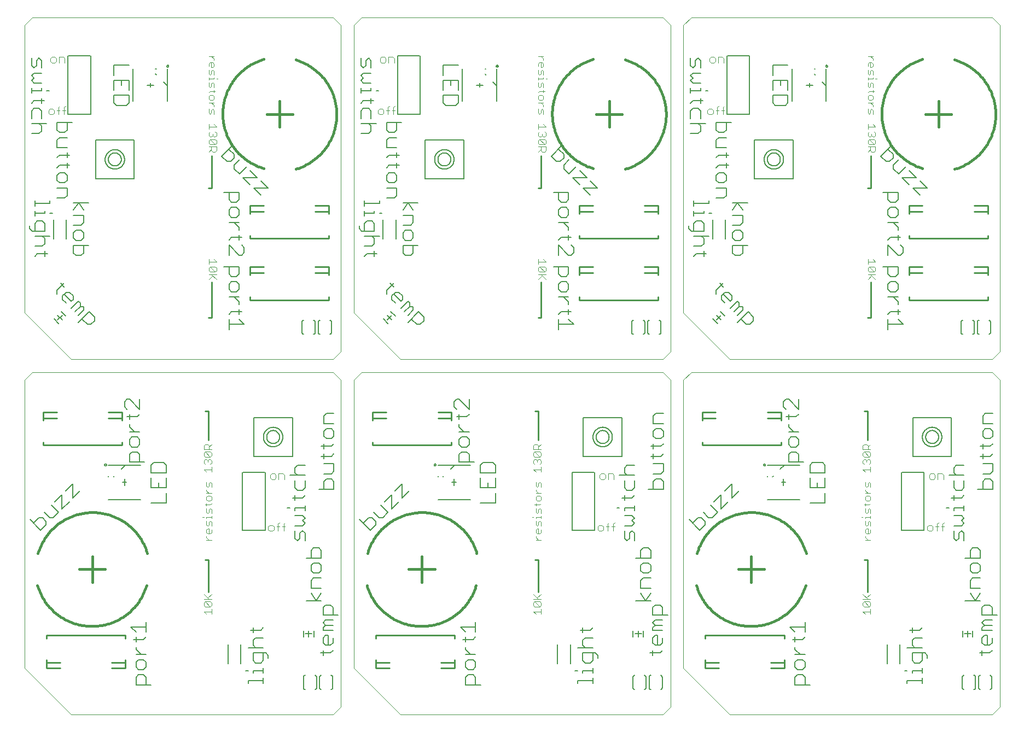
<source format=gto>
G75*
%MOIN*%
%OFA0B0*%
%FSLAX25Y25*%
%IPPOS*%
%LPD*%
%AMOC8*
5,1,8,0,0,1.08239X$1,22.5*
%
%ADD10C,0.00004*%
%ADD11C,0.00800*%
%ADD12C,0.00400*%
%ADD13C,0.01000*%
%ADD14C,0.00500*%
%ADD15C,0.01600*%
%ADD16C,0.01575*%
D10*
X0036043Y0037220D02*
X0064390Y0008874D01*
X0224232Y0008874D01*
X0228957Y0013598D01*
X0228957Y0212811D01*
X0224232Y0217535D01*
X0040768Y0217535D01*
X0036043Y0212811D01*
X0036043Y0037220D01*
X0236831Y0037220D02*
X0265177Y0008874D01*
X0425020Y0008874D01*
X0429744Y0013598D01*
X0429744Y0212811D01*
X0425020Y0217535D01*
X0241555Y0217535D01*
X0236831Y0212811D01*
X0236831Y0037220D01*
X0437618Y0037220D02*
X0465965Y0008874D01*
X0625807Y0008874D01*
X0630531Y0013598D01*
X0630531Y0212811D01*
X0625807Y0217535D01*
X0442343Y0217535D01*
X0437618Y0212811D01*
X0437618Y0037220D01*
X0425020Y0225409D02*
X0265177Y0225409D01*
X0236831Y0253756D01*
X0236831Y0429346D01*
X0241555Y0434071D01*
X0425020Y0434071D01*
X0429744Y0429346D01*
X0429744Y0230134D01*
X0425020Y0225409D01*
X0437618Y0253756D02*
X0465965Y0225409D01*
X0625807Y0225409D01*
X0630531Y0230134D01*
X0630531Y0429346D01*
X0625807Y0434071D01*
X0442343Y0434071D01*
X0437618Y0429346D01*
X0437618Y0253756D01*
X0228957Y0230134D02*
X0224232Y0225409D01*
X0064390Y0225409D01*
X0036043Y0253756D01*
X0036043Y0429346D01*
X0040768Y0434071D01*
X0224232Y0434071D01*
X0228957Y0429346D01*
X0228957Y0230134D01*
D11*
X0223114Y0241844D02*
X0223114Y0248344D01*
X0223112Y0248404D01*
X0223107Y0248465D01*
X0223098Y0248524D01*
X0223085Y0248583D01*
X0223069Y0248642D01*
X0223049Y0248699D01*
X0223026Y0248754D01*
X0222999Y0248809D01*
X0222970Y0248861D01*
X0222937Y0248912D01*
X0222901Y0248961D01*
X0222863Y0249007D01*
X0222821Y0249051D01*
X0222777Y0249093D01*
X0222731Y0249131D01*
X0222682Y0249167D01*
X0222631Y0249200D01*
X0222579Y0249229D01*
X0222524Y0249256D01*
X0222469Y0249279D01*
X0222412Y0249299D01*
X0222353Y0249315D01*
X0222294Y0249328D01*
X0222235Y0249337D01*
X0222174Y0249342D01*
X0222114Y0249344D01*
X0216114Y0249344D02*
X0216054Y0249342D01*
X0215993Y0249337D01*
X0215934Y0249328D01*
X0215875Y0249315D01*
X0215816Y0249299D01*
X0215759Y0249279D01*
X0215704Y0249256D01*
X0215649Y0249229D01*
X0215597Y0249200D01*
X0215546Y0249167D01*
X0215497Y0249131D01*
X0215451Y0249093D01*
X0215407Y0249051D01*
X0215365Y0249007D01*
X0215327Y0248961D01*
X0215291Y0248912D01*
X0215258Y0248861D01*
X0215229Y0248809D01*
X0215202Y0248754D01*
X0215179Y0248699D01*
X0215159Y0248642D01*
X0215143Y0248583D01*
X0215130Y0248524D01*
X0215121Y0248465D01*
X0215116Y0248404D01*
X0215114Y0248344D01*
X0215114Y0241844D01*
X0215116Y0241784D01*
X0215121Y0241723D01*
X0215130Y0241664D01*
X0215143Y0241605D01*
X0215159Y0241546D01*
X0215179Y0241489D01*
X0215202Y0241434D01*
X0215229Y0241379D01*
X0215258Y0241327D01*
X0215291Y0241276D01*
X0215327Y0241227D01*
X0215365Y0241181D01*
X0215407Y0241137D01*
X0215451Y0241095D01*
X0215497Y0241057D01*
X0215546Y0241021D01*
X0215597Y0240988D01*
X0215649Y0240959D01*
X0215704Y0240932D01*
X0215759Y0240909D01*
X0215816Y0240889D01*
X0215875Y0240873D01*
X0215934Y0240860D01*
X0215993Y0240851D01*
X0216054Y0240846D01*
X0216114Y0240844D01*
X0213272Y0241844D02*
X0213272Y0248344D01*
X0213270Y0248404D01*
X0213265Y0248465D01*
X0213256Y0248524D01*
X0213243Y0248583D01*
X0213227Y0248642D01*
X0213207Y0248699D01*
X0213184Y0248754D01*
X0213157Y0248809D01*
X0213128Y0248861D01*
X0213095Y0248912D01*
X0213059Y0248961D01*
X0213021Y0249007D01*
X0212979Y0249051D01*
X0212935Y0249093D01*
X0212889Y0249131D01*
X0212840Y0249167D01*
X0212789Y0249200D01*
X0212737Y0249229D01*
X0212682Y0249256D01*
X0212627Y0249279D01*
X0212570Y0249299D01*
X0212511Y0249315D01*
X0212452Y0249328D01*
X0212393Y0249337D01*
X0212332Y0249342D01*
X0212272Y0249344D01*
X0206272Y0249344D02*
X0206212Y0249342D01*
X0206151Y0249337D01*
X0206092Y0249328D01*
X0206033Y0249315D01*
X0205974Y0249299D01*
X0205917Y0249279D01*
X0205862Y0249256D01*
X0205807Y0249229D01*
X0205755Y0249200D01*
X0205704Y0249167D01*
X0205655Y0249131D01*
X0205609Y0249093D01*
X0205565Y0249051D01*
X0205523Y0249007D01*
X0205485Y0248961D01*
X0205449Y0248912D01*
X0205416Y0248861D01*
X0205387Y0248809D01*
X0205360Y0248754D01*
X0205337Y0248699D01*
X0205317Y0248642D01*
X0205301Y0248583D01*
X0205288Y0248524D01*
X0205279Y0248465D01*
X0205274Y0248404D01*
X0205272Y0248344D01*
X0205272Y0241844D01*
X0205274Y0241784D01*
X0205279Y0241723D01*
X0205288Y0241664D01*
X0205301Y0241605D01*
X0205317Y0241546D01*
X0205337Y0241489D01*
X0205360Y0241434D01*
X0205387Y0241379D01*
X0205416Y0241327D01*
X0205449Y0241276D01*
X0205485Y0241227D01*
X0205523Y0241181D01*
X0205565Y0241137D01*
X0205609Y0241095D01*
X0205655Y0241057D01*
X0205704Y0241021D01*
X0205755Y0240988D01*
X0205807Y0240959D01*
X0205862Y0240932D01*
X0205917Y0240909D01*
X0205974Y0240889D01*
X0206033Y0240873D01*
X0206092Y0240860D01*
X0206151Y0240851D01*
X0206212Y0240846D01*
X0206272Y0240844D01*
X0212272Y0240844D02*
X0212332Y0240846D01*
X0212393Y0240851D01*
X0212452Y0240860D01*
X0212511Y0240873D01*
X0212570Y0240889D01*
X0212627Y0240909D01*
X0212682Y0240932D01*
X0212737Y0240959D01*
X0212789Y0240988D01*
X0212840Y0241021D01*
X0212889Y0241057D01*
X0212935Y0241095D01*
X0212979Y0241137D01*
X0213021Y0241181D01*
X0213059Y0241227D01*
X0213095Y0241276D01*
X0213128Y0241327D01*
X0213157Y0241379D01*
X0213184Y0241434D01*
X0213207Y0241489D01*
X0213227Y0241546D01*
X0213243Y0241605D01*
X0213256Y0241664D01*
X0213265Y0241723D01*
X0213270Y0241784D01*
X0213272Y0241844D01*
X0222114Y0240844D02*
X0222174Y0240846D01*
X0222235Y0240851D01*
X0222294Y0240860D01*
X0222353Y0240873D01*
X0222412Y0240889D01*
X0222469Y0240909D01*
X0222524Y0240932D01*
X0222579Y0240959D01*
X0222631Y0240988D01*
X0222682Y0241021D01*
X0222731Y0241057D01*
X0222777Y0241095D01*
X0222821Y0241137D01*
X0222863Y0241181D01*
X0222901Y0241227D01*
X0222937Y0241276D01*
X0222970Y0241327D01*
X0222999Y0241379D01*
X0223026Y0241434D01*
X0223049Y0241489D01*
X0223069Y0241546D01*
X0223085Y0241605D01*
X0223098Y0241664D01*
X0223107Y0241723D01*
X0223112Y0241784D01*
X0223114Y0241844D01*
X0256724Y0265263D02*
X0256724Y0267433D01*
X0261065Y0271774D01*
X0258894Y0271774D02*
X0261065Y0269603D01*
X0262150Y0266348D02*
X0264320Y0266348D01*
X0266491Y0264178D01*
X0266491Y0262007D01*
X0265405Y0260922D01*
X0261065Y0265263D01*
X0259980Y0264178D02*
X0262150Y0266348D01*
X0259980Y0264178D02*
X0259980Y0262007D01*
X0262150Y0259837D01*
X0265405Y0256581D02*
X0269746Y0260922D01*
X0270831Y0259837D01*
X0270831Y0257667D01*
X0273002Y0257667D01*
X0273002Y0255496D01*
X0269746Y0252241D01*
X0267576Y0254411D02*
X0270831Y0257667D01*
X0276257Y0254411D02*
X0279512Y0251156D01*
X0279512Y0248985D01*
X0277342Y0246815D01*
X0275172Y0246815D01*
X0271916Y0250071D01*
X0269746Y0247900D02*
X0276257Y0254411D01*
X0271370Y0288806D02*
X0268301Y0288806D01*
X0266766Y0290340D01*
X0266766Y0294944D01*
X0275974Y0294944D01*
X0272905Y0294944D02*
X0272905Y0290340D01*
X0271370Y0288806D01*
X0271370Y0298013D02*
X0268301Y0298013D01*
X0266766Y0299548D01*
X0266766Y0302617D01*
X0268301Y0304152D01*
X0271370Y0304152D01*
X0272905Y0302617D01*
X0272905Y0299548D01*
X0271370Y0298013D01*
X0262382Y0298874D02*
X0262382Y0310646D01*
X0266766Y0313360D02*
X0272905Y0313360D01*
X0272905Y0308756D01*
X0271370Y0307221D01*
X0266766Y0307221D01*
X0266766Y0316429D02*
X0269835Y0321033D01*
X0272905Y0316429D01*
X0275974Y0321033D02*
X0266766Y0321033D01*
X0262897Y0325402D02*
X0261362Y0323868D01*
X0256758Y0323868D01*
X0252376Y0322128D02*
X0252376Y0320593D01*
X0243168Y0320593D01*
X0243168Y0322128D02*
X0243168Y0319058D01*
X0243168Y0315989D02*
X0243168Y0312920D01*
X0243168Y0314454D02*
X0249306Y0314454D01*
X0249306Y0315989D01*
X0252376Y0314454D02*
X0253910Y0314454D01*
X0254665Y0310646D02*
X0254665Y0298992D01*
X0252376Y0300643D02*
X0243168Y0300643D01*
X0243168Y0303712D02*
X0243168Y0308316D01*
X0244702Y0309850D01*
X0247772Y0309850D01*
X0249306Y0308316D01*
X0249306Y0303712D01*
X0241633Y0303712D01*
X0240098Y0305246D01*
X0240098Y0306781D01*
X0247772Y0300643D02*
X0249306Y0299108D01*
X0249306Y0296039D01*
X0247772Y0294504D01*
X0243168Y0294504D01*
X0244702Y0289900D02*
X0243168Y0288365D01*
X0244702Y0289900D02*
X0250841Y0289900D01*
X0249306Y0291435D02*
X0249306Y0288365D01*
X0262897Y0325402D02*
X0262897Y0330006D01*
X0256758Y0330006D01*
X0258293Y0333076D02*
X0261362Y0333076D01*
X0262897Y0334610D01*
X0262897Y0337680D01*
X0261362Y0339214D01*
X0258293Y0339214D01*
X0256758Y0337680D01*
X0256758Y0334610D01*
X0258293Y0333076D01*
X0256758Y0342284D02*
X0258293Y0343818D01*
X0264431Y0343818D01*
X0262897Y0342284D02*
X0262897Y0345353D01*
X0262897Y0348422D02*
X0262897Y0351491D01*
X0264431Y0349957D02*
X0258293Y0349957D01*
X0256758Y0348422D01*
X0256758Y0354561D02*
X0262897Y0354561D01*
X0262897Y0360699D02*
X0258293Y0360699D01*
X0256758Y0359165D01*
X0256758Y0354561D01*
X0258293Y0363769D02*
X0261362Y0363769D01*
X0262897Y0365303D01*
X0262897Y0369907D01*
X0265966Y0369907D02*
X0256758Y0369907D01*
X0256758Y0365303D01*
X0258293Y0363769D01*
X0250344Y0369329D02*
X0241136Y0369329D01*
X0241136Y0372398D02*
X0241136Y0377002D01*
X0242671Y0378537D01*
X0245740Y0378537D01*
X0247275Y0377002D01*
X0247275Y0372398D01*
X0245740Y0369329D02*
X0247275Y0367795D01*
X0247275Y0364725D01*
X0245740Y0363191D01*
X0241136Y0363191D01*
X0241136Y0381606D02*
X0242671Y0383141D01*
X0248809Y0383141D01*
X0247275Y0384676D02*
X0247275Y0381606D01*
X0247275Y0389280D02*
X0241136Y0389280D01*
X0241136Y0390814D02*
X0241136Y0387745D01*
X0242671Y0393883D02*
X0247275Y0393883D01*
X0247275Y0390814D02*
X0247275Y0389280D01*
X0250344Y0389280D02*
X0251879Y0389280D01*
X0242671Y0393883D02*
X0241136Y0395418D01*
X0242671Y0396953D01*
X0241136Y0398487D01*
X0242671Y0400022D01*
X0247275Y0400022D01*
X0247275Y0403091D02*
X0247275Y0407695D01*
X0245740Y0409230D01*
X0244205Y0407695D01*
X0244205Y0404626D01*
X0242671Y0403091D01*
X0241136Y0404626D01*
X0241136Y0409230D01*
X0291302Y0404868D02*
X0291302Y0398729D01*
X0291302Y0395660D02*
X0291302Y0389521D01*
X0291302Y0386452D02*
X0291302Y0381848D01*
X0292836Y0380313D01*
X0298975Y0380313D01*
X0300509Y0381848D01*
X0300509Y0386452D01*
X0291302Y0386452D01*
X0295905Y0392591D02*
X0295905Y0395660D01*
X0291302Y0395660D02*
X0300509Y0395660D01*
X0300509Y0389521D01*
X0300509Y0404868D02*
X0291302Y0404868D01*
X0357081Y0349331D02*
X0363592Y0355842D01*
X0361422Y0353671D02*
X0364678Y0350416D01*
X0364678Y0348246D01*
X0362507Y0346075D01*
X0360337Y0346075D01*
X0357081Y0349331D01*
X0364677Y0343905D02*
X0364677Y0341735D01*
X0367933Y0338479D01*
X0372274Y0342820D01*
X0374444Y0340649D02*
X0378785Y0336309D01*
X0370103Y0336309D01*
X0374444Y0331968D01*
X0376614Y0329798D02*
X0380955Y0325457D01*
X0385295Y0329798D02*
X0376614Y0329798D01*
X0380955Y0334138D02*
X0385295Y0329798D01*
X0367637Y0327372D02*
X0367637Y0322768D01*
X0366102Y0321233D01*
X0363033Y0321233D01*
X0361498Y0322768D01*
X0361498Y0327372D01*
X0358429Y0327372D02*
X0367637Y0327372D01*
X0366102Y0318164D02*
X0363033Y0318164D01*
X0361498Y0316629D01*
X0361498Y0313560D01*
X0363033Y0312025D01*
X0366102Y0312025D01*
X0367637Y0313560D01*
X0367637Y0316629D01*
X0366102Y0318164D01*
X0364568Y0308956D02*
X0367637Y0305887D01*
X0367637Y0304352D01*
X0367637Y0301283D02*
X0367637Y0298213D01*
X0369172Y0299748D02*
X0363033Y0299748D01*
X0361498Y0298213D01*
X0361498Y0295144D02*
X0367637Y0289006D01*
X0369172Y0289006D01*
X0370706Y0290540D01*
X0370706Y0293610D01*
X0369172Y0295144D01*
X0361498Y0295144D02*
X0361498Y0289006D01*
X0361498Y0282065D02*
X0361498Y0277461D01*
X0363033Y0275926D01*
X0366102Y0275926D01*
X0367637Y0277461D01*
X0367637Y0282065D01*
X0358429Y0282065D01*
X0363033Y0272857D02*
X0361498Y0271322D01*
X0361498Y0268253D01*
X0363033Y0266718D01*
X0366102Y0266718D01*
X0367637Y0268253D01*
X0367637Y0271322D01*
X0366102Y0272857D01*
X0363033Y0272857D01*
X0361498Y0263649D02*
X0367637Y0263649D01*
X0364568Y0263649D02*
X0367637Y0260580D01*
X0367637Y0259045D01*
X0367637Y0255976D02*
X0367637Y0252906D01*
X0369172Y0254441D02*
X0363033Y0254441D01*
X0361498Y0252906D01*
X0361498Y0249837D02*
X0361498Y0243698D01*
X0361498Y0246768D02*
X0370706Y0246768D01*
X0367637Y0249837D01*
X0406059Y0248344D02*
X0406059Y0241844D01*
X0406061Y0241784D01*
X0406066Y0241723D01*
X0406075Y0241664D01*
X0406088Y0241605D01*
X0406104Y0241546D01*
X0406124Y0241489D01*
X0406147Y0241434D01*
X0406174Y0241379D01*
X0406203Y0241327D01*
X0406236Y0241276D01*
X0406272Y0241227D01*
X0406310Y0241181D01*
X0406352Y0241137D01*
X0406396Y0241095D01*
X0406442Y0241057D01*
X0406491Y0241021D01*
X0406542Y0240988D01*
X0406594Y0240959D01*
X0406649Y0240932D01*
X0406704Y0240909D01*
X0406761Y0240889D01*
X0406820Y0240873D01*
X0406879Y0240860D01*
X0406938Y0240851D01*
X0406999Y0240846D01*
X0407059Y0240844D01*
X0413059Y0240844D02*
X0413119Y0240846D01*
X0413180Y0240851D01*
X0413239Y0240860D01*
X0413298Y0240873D01*
X0413357Y0240889D01*
X0413414Y0240909D01*
X0413469Y0240932D01*
X0413524Y0240959D01*
X0413576Y0240988D01*
X0413627Y0241021D01*
X0413676Y0241057D01*
X0413722Y0241095D01*
X0413766Y0241137D01*
X0413808Y0241181D01*
X0413846Y0241227D01*
X0413882Y0241276D01*
X0413915Y0241327D01*
X0413944Y0241379D01*
X0413971Y0241434D01*
X0413994Y0241489D01*
X0414014Y0241546D01*
X0414030Y0241605D01*
X0414043Y0241664D01*
X0414052Y0241723D01*
X0414057Y0241784D01*
X0414059Y0241844D01*
X0414059Y0248344D01*
X0414057Y0248404D01*
X0414052Y0248465D01*
X0414043Y0248524D01*
X0414030Y0248583D01*
X0414014Y0248642D01*
X0413994Y0248699D01*
X0413971Y0248754D01*
X0413944Y0248809D01*
X0413915Y0248861D01*
X0413882Y0248912D01*
X0413846Y0248961D01*
X0413808Y0249007D01*
X0413766Y0249051D01*
X0413722Y0249093D01*
X0413676Y0249131D01*
X0413627Y0249167D01*
X0413576Y0249200D01*
X0413524Y0249229D01*
X0413469Y0249256D01*
X0413414Y0249279D01*
X0413357Y0249299D01*
X0413298Y0249315D01*
X0413239Y0249328D01*
X0413180Y0249337D01*
X0413119Y0249342D01*
X0413059Y0249344D01*
X0415902Y0248344D02*
X0415902Y0241844D01*
X0415904Y0241784D01*
X0415909Y0241723D01*
X0415918Y0241664D01*
X0415931Y0241605D01*
X0415947Y0241546D01*
X0415967Y0241489D01*
X0415990Y0241434D01*
X0416017Y0241379D01*
X0416046Y0241327D01*
X0416079Y0241276D01*
X0416115Y0241227D01*
X0416153Y0241181D01*
X0416195Y0241137D01*
X0416239Y0241095D01*
X0416285Y0241057D01*
X0416334Y0241021D01*
X0416385Y0240988D01*
X0416437Y0240959D01*
X0416492Y0240932D01*
X0416547Y0240909D01*
X0416604Y0240889D01*
X0416663Y0240873D01*
X0416722Y0240860D01*
X0416781Y0240851D01*
X0416842Y0240846D01*
X0416902Y0240844D01*
X0422902Y0240844D02*
X0422962Y0240846D01*
X0423023Y0240851D01*
X0423082Y0240860D01*
X0423141Y0240873D01*
X0423200Y0240889D01*
X0423257Y0240909D01*
X0423312Y0240932D01*
X0423367Y0240959D01*
X0423419Y0240988D01*
X0423470Y0241021D01*
X0423519Y0241057D01*
X0423565Y0241095D01*
X0423609Y0241137D01*
X0423651Y0241181D01*
X0423689Y0241227D01*
X0423725Y0241276D01*
X0423758Y0241327D01*
X0423787Y0241379D01*
X0423814Y0241434D01*
X0423837Y0241489D01*
X0423857Y0241546D01*
X0423873Y0241605D01*
X0423886Y0241664D01*
X0423895Y0241723D01*
X0423900Y0241784D01*
X0423902Y0241844D01*
X0423902Y0248344D01*
X0423900Y0248404D01*
X0423895Y0248465D01*
X0423886Y0248524D01*
X0423873Y0248583D01*
X0423857Y0248642D01*
X0423837Y0248699D01*
X0423814Y0248754D01*
X0423787Y0248809D01*
X0423758Y0248861D01*
X0423725Y0248912D01*
X0423689Y0248961D01*
X0423651Y0249007D01*
X0423609Y0249051D01*
X0423565Y0249093D01*
X0423519Y0249131D01*
X0423470Y0249167D01*
X0423419Y0249200D01*
X0423367Y0249229D01*
X0423312Y0249256D01*
X0423257Y0249279D01*
X0423200Y0249299D01*
X0423141Y0249315D01*
X0423082Y0249328D01*
X0423023Y0249337D01*
X0422962Y0249342D01*
X0422902Y0249344D01*
X0416902Y0249344D02*
X0416842Y0249342D01*
X0416781Y0249337D01*
X0416722Y0249328D01*
X0416663Y0249315D01*
X0416604Y0249299D01*
X0416547Y0249279D01*
X0416492Y0249256D01*
X0416437Y0249229D01*
X0416385Y0249200D01*
X0416334Y0249167D01*
X0416285Y0249131D01*
X0416239Y0249093D01*
X0416195Y0249051D01*
X0416153Y0249007D01*
X0416115Y0248961D01*
X0416079Y0248912D01*
X0416046Y0248861D01*
X0416017Y0248809D01*
X0415990Y0248754D01*
X0415967Y0248699D01*
X0415947Y0248642D01*
X0415931Y0248583D01*
X0415918Y0248524D01*
X0415909Y0248465D01*
X0415904Y0248404D01*
X0415902Y0248344D01*
X0407059Y0249344D02*
X0406999Y0249342D01*
X0406938Y0249337D01*
X0406879Y0249328D01*
X0406820Y0249315D01*
X0406761Y0249299D01*
X0406704Y0249279D01*
X0406649Y0249256D01*
X0406594Y0249229D01*
X0406542Y0249200D01*
X0406491Y0249167D01*
X0406442Y0249131D01*
X0406396Y0249093D01*
X0406352Y0249051D01*
X0406310Y0249007D01*
X0406272Y0248961D01*
X0406236Y0248912D01*
X0406203Y0248861D01*
X0406174Y0248809D01*
X0406147Y0248754D01*
X0406124Y0248699D01*
X0406104Y0248642D01*
X0406088Y0248583D01*
X0406075Y0248524D01*
X0406066Y0248465D01*
X0406061Y0248404D01*
X0406059Y0248344D01*
X0457512Y0265263D02*
X0457512Y0267433D01*
X0461852Y0271774D01*
X0459682Y0271774D02*
X0461852Y0269603D01*
X0462937Y0266348D02*
X0465108Y0266348D01*
X0467278Y0264178D01*
X0467278Y0262007D01*
X0466193Y0260922D01*
X0461852Y0265263D01*
X0460767Y0264178D02*
X0462937Y0266348D01*
X0460767Y0264178D02*
X0460767Y0262007D01*
X0462937Y0259837D01*
X0466193Y0256581D02*
X0470533Y0260922D01*
X0471619Y0259837D01*
X0471619Y0257667D01*
X0473789Y0257667D01*
X0473789Y0255496D01*
X0470533Y0252241D01*
X0468363Y0254411D02*
X0471619Y0257667D01*
X0477044Y0254411D02*
X0480300Y0251156D01*
X0480300Y0248985D01*
X0478130Y0246815D01*
X0475959Y0246815D01*
X0472704Y0250071D01*
X0470533Y0247900D02*
X0477044Y0254411D01*
X0472157Y0288806D02*
X0473692Y0290340D01*
X0473692Y0294944D01*
X0476761Y0294944D02*
X0467554Y0294944D01*
X0467554Y0290340D01*
X0469088Y0288806D01*
X0472157Y0288806D01*
X0472157Y0298013D02*
X0473692Y0299548D01*
X0473692Y0302617D01*
X0472157Y0304152D01*
X0469088Y0304152D01*
X0467554Y0302617D01*
X0467554Y0299548D01*
X0469088Y0298013D01*
X0472157Y0298013D01*
X0463169Y0298874D02*
X0463169Y0310646D01*
X0467554Y0313360D02*
X0473692Y0313360D01*
X0473692Y0308756D01*
X0472157Y0307221D01*
X0467554Y0307221D01*
X0467554Y0316429D02*
X0470623Y0321033D01*
X0473692Y0316429D01*
X0476761Y0321033D02*
X0467554Y0321033D01*
X0463684Y0325402D02*
X0462150Y0323868D01*
X0457546Y0323868D01*
X0453163Y0322128D02*
X0453163Y0320593D01*
X0443955Y0320593D01*
X0443955Y0322128D02*
X0443955Y0319058D01*
X0443955Y0315989D02*
X0443955Y0312920D01*
X0443955Y0314454D02*
X0450094Y0314454D01*
X0450094Y0315989D01*
X0453163Y0314454D02*
X0454698Y0314454D01*
X0455453Y0310646D02*
X0455453Y0298992D01*
X0453163Y0300643D02*
X0443955Y0300643D01*
X0443955Y0303712D02*
X0443955Y0308316D01*
X0445490Y0309850D01*
X0448559Y0309850D01*
X0450094Y0308316D01*
X0450094Y0303712D01*
X0442420Y0303712D01*
X0440886Y0305246D01*
X0440886Y0306781D01*
X0448559Y0300643D02*
X0450094Y0299108D01*
X0450094Y0296039D01*
X0448559Y0294504D01*
X0443955Y0294504D01*
X0445490Y0289900D02*
X0443955Y0288365D01*
X0445490Y0289900D02*
X0451628Y0289900D01*
X0450094Y0291435D02*
X0450094Y0288365D01*
X0463684Y0325402D02*
X0463684Y0330006D01*
X0457546Y0330006D01*
X0459080Y0333076D02*
X0462150Y0333076D01*
X0463684Y0334610D01*
X0463684Y0337680D01*
X0462150Y0339214D01*
X0459080Y0339214D01*
X0457546Y0337680D01*
X0457546Y0334610D01*
X0459080Y0333076D01*
X0457546Y0342284D02*
X0459080Y0343818D01*
X0465219Y0343818D01*
X0463684Y0345353D02*
X0463684Y0342284D01*
X0463684Y0348422D02*
X0463684Y0351491D01*
X0465219Y0349957D02*
X0459080Y0349957D01*
X0457546Y0348422D01*
X0457546Y0354561D02*
X0463684Y0354561D01*
X0463684Y0360699D02*
X0459080Y0360699D01*
X0457546Y0359165D01*
X0457546Y0354561D01*
X0459080Y0363769D02*
X0462150Y0363769D01*
X0463684Y0365303D01*
X0463684Y0369907D01*
X0466754Y0369907D02*
X0457546Y0369907D01*
X0457546Y0365303D01*
X0459080Y0363769D01*
X0451131Y0369329D02*
X0441924Y0369329D01*
X0441924Y0372398D02*
X0441924Y0377002D01*
X0443458Y0378537D01*
X0446528Y0378537D01*
X0448062Y0377002D01*
X0448062Y0372398D01*
X0446528Y0369329D02*
X0448062Y0367795D01*
X0448062Y0364725D01*
X0446528Y0363191D01*
X0441924Y0363191D01*
X0441924Y0381606D02*
X0443458Y0383141D01*
X0449597Y0383141D01*
X0448062Y0384676D02*
X0448062Y0381606D01*
X0448062Y0389280D02*
X0441924Y0389280D01*
X0441924Y0390814D02*
X0441924Y0387745D01*
X0448062Y0389280D02*
X0448062Y0390814D01*
X0448062Y0393883D02*
X0443458Y0393883D01*
X0441924Y0395418D01*
X0443458Y0396953D01*
X0441924Y0398487D01*
X0443458Y0400022D01*
X0448062Y0400022D01*
X0448062Y0403091D02*
X0448062Y0407695D01*
X0446528Y0409230D01*
X0444993Y0407695D01*
X0444993Y0404626D01*
X0443458Y0403091D01*
X0441924Y0404626D01*
X0441924Y0409230D01*
X0451131Y0389280D02*
X0452666Y0389280D01*
X0492089Y0389521D02*
X0492089Y0395660D01*
X0501297Y0395660D01*
X0501297Y0389521D01*
X0501297Y0386452D02*
X0501297Y0381848D01*
X0499762Y0380313D01*
X0493624Y0380313D01*
X0492089Y0381848D01*
X0492089Y0386452D01*
X0501297Y0386452D01*
X0496693Y0392591D02*
X0496693Y0395660D01*
X0492089Y0398729D02*
X0492089Y0404868D01*
X0501297Y0404868D01*
X0557869Y0349331D02*
X0564380Y0355842D01*
X0562209Y0353671D02*
X0565465Y0350416D01*
X0565465Y0348246D01*
X0563295Y0346075D01*
X0561124Y0346075D01*
X0557869Y0349331D01*
X0565465Y0343905D02*
X0565465Y0341735D01*
X0568720Y0338479D01*
X0573061Y0342820D01*
X0575231Y0340649D02*
X0579572Y0336309D01*
X0570891Y0336309D01*
X0575231Y0331968D01*
X0577402Y0329798D02*
X0581742Y0325457D01*
X0577402Y0329798D02*
X0586083Y0329798D01*
X0581742Y0334138D01*
X0568424Y0327372D02*
X0568424Y0322768D01*
X0566890Y0321233D01*
X0563820Y0321233D01*
X0562286Y0322768D01*
X0562286Y0327372D01*
X0559217Y0327372D02*
X0568424Y0327372D01*
X0566890Y0318164D02*
X0563820Y0318164D01*
X0562286Y0316629D01*
X0562286Y0313560D01*
X0563820Y0312025D01*
X0566890Y0312025D01*
X0568424Y0313560D01*
X0568424Y0316629D01*
X0566890Y0318164D01*
X0568424Y0308956D02*
X0562286Y0308956D01*
X0565355Y0308956D02*
X0568424Y0305887D01*
X0568424Y0304352D01*
X0568424Y0301283D02*
X0568424Y0298213D01*
X0569959Y0299748D02*
X0563820Y0299748D01*
X0562286Y0298213D01*
X0562286Y0295144D02*
X0568424Y0289006D01*
X0569959Y0289006D01*
X0571494Y0290540D01*
X0571494Y0293610D01*
X0569959Y0295144D01*
X0562286Y0295144D02*
X0562286Y0289006D01*
X0562286Y0282065D02*
X0562286Y0277461D01*
X0563820Y0275926D01*
X0566890Y0275926D01*
X0568424Y0277461D01*
X0568424Y0282065D01*
X0559217Y0282065D01*
X0563820Y0272857D02*
X0562286Y0271322D01*
X0562286Y0268253D01*
X0563820Y0266718D01*
X0566890Y0266718D01*
X0568424Y0268253D01*
X0568424Y0271322D01*
X0566890Y0272857D01*
X0563820Y0272857D01*
X0562286Y0263649D02*
X0568424Y0263649D01*
X0565355Y0263649D02*
X0568424Y0260580D01*
X0568424Y0259045D01*
X0568424Y0255976D02*
X0568424Y0252906D01*
X0569959Y0254441D02*
X0563820Y0254441D01*
X0562286Y0252906D01*
X0562286Y0249837D02*
X0562286Y0243698D01*
X0562286Y0246768D02*
X0571494Y0246768D01*
X0568424Y0249837D01*
X0606846Y0248344D02*
X0606846Y0241844D01*
X0606848Y0241784D01*
X0606853Y0241723D01*
X0606862Y0241664D01*
X0606875Y0241605D01*
X0606891Y0241546D01*
X0606911Y0241489D01*
X0606934Y0241434D01*
X0606961Y0241379D01*
X0606990Y0241327D01*
X0607023Y0241276D01*
X0607059Y0241227D01*
X0607097Y0241181D01*
X0607139Y0241137D01*
X0607183Y0241095D01*
X0607229Y0241057D01*
X0607278Y0241021D01*
X0607329Y0240988D01*
X0607381Y0240959D01*
X0607436Y0240932D01*
X0607491Y0240909D01*
X0607548Y0240889D01*
X0607607Y0240873D01*
X0607666Y0240860D01*
X0607725Y0240851D01*
X0607786Y0240846D01*
X0607846Y0240844D01*
X0613846Y0240844D02*
X0613906Y0240846D01*
X0613967Y0240851D01*
X0614026Y0240860D01*
X0614085Y0240873D01*
X0614144Y0240889D01*
X0614201Y0240909D01*
X0614256Y0240932D01*
X0614311Y0240959D01*
X0614363Y0240988D01*
X0614414Y0241021D01*
X0614463Y0241057D01*
X0614509Y0241095D01*
X0614553Y0241137D01*
X0614595Y0241181D01*
X0614633Y0241227D01*
X0614669Y0241276D01*
X0614702Y0241327D01*
X0614731Y0241379D01*
X0614758Y0241434D01*
X0614781Y0241489D01*
X0614801Y0241546D01*
X0614817Y0241605D01*
X0614830Y0241664D01*
X0614839Y0241723D01*
X0614844Y0241784D01*
X0614846Y0241844D01*
X0614846Y0248344D01*
X0614844Y0248404D01*
X0614839Y0248465D01*
X0614830Y0248524D01*
X0614817Y0248583D01*
X0614801Y0248642D01*
X0614781Y0248699D01*
X0614758Y0248754D01*
X0614731Y0248809D01*
X0614702Y0248861D01*
X0614669Y0248912D01*
X0614633Y0248961D01*
X0614595Y0249007D01*
X0614553Y0249051D01*
X0614509Y0249093D01*
X0614463Y0249131D01*
X0614414Y0249167D01*
X0614363Y0249200D01*
X0614311Y0249229D01*
X0614256Y0249256D01*
X0614201Y0249279D01*
X0614144Y0249299D01*
X0614085Y0249315D01*
X0614026Y0249328D01*
X0613967Y0249337D01*
X0613906Y0249342D01*
X0613846Y0249344D01*
X0616689Y0248344D02*
X0616689Y0241844D01*
X0616691Y0241784D01*
X0616696Y0241723D01*
X0616705Y0241664D01*
X0616718Y0241605D01*
X0616734Y0241546D01*
X0616754Y0241489D01*
X0616777Y0241434D01*
X0616804Y0241379D01*
X0616833Y0241327D01*
X0616866Y0241276D01*
X0616902Y0241227D01*
X0616940Y0241181D01*
X0616982Y0241137D01*
X0617026Y0241095D01*
X0617072Y0241057D01*
X0617121Y0241021D01*
X0617172Y0240988D01*
X0617224Y0240959D01*
X0617279Y0240932D01*
X0617334Y0240909D01*
X0617391Y0240889D01*
X0617450Y0240873D01*
X0617509Y0240860D01*
X0617568Y0240851D01*
X0617629Y0240846D01*
X0617689Y0240844D01*
X0623689Y0240844D02*
X0623749Y0240846D01*
X0623810Y0240851D01*
X0623869Y0240860D01*
X0623928Y0240873D01*
X0623987Y0240889D01*
X0624044Y0240909D01*
X0624099Y0240932D01*
X0624154Y0240959D01*
X0624206Y0240988D01*
X0624257Y0241021D01*
X0624306Y0241057D01*
X0624352Y0241095D01*
X0624396Y0241137D01*
X0624438Y0241181D01*
X0624476Y0241227D01*
X0624512Y0241276D01*
X0624545Y0241327D01*
X0624574Y0241379D01*
X0624601Y0241434D01*
X0624624Y0241489D01*
X0624644Y0241546D01*
X0624660Y0241605D01*
X0624673Y0241664D01*
X0624682Y0241723D01*
X0624687Y0241784D01*
X0624689Y0241844D01*
X0624689Y0248344D01*
X0624687Y0248404D01*
X0624682Y0248465D01*
X0624673Y0248524D01*
X0624660Y0248583D01*
X0624644Y0248642D01*
X0624624Y0248699D01*
X0624601Y0248754D01*
X0624574Y0248809D01*
X0624545Y0248861D01*
X0624512Y0248912D01*
X0624476Y0248961D01*
X0624438Y0249007D01*
X0624396Y0249051D01*
X0624352Y0249093D01*
X0624306Y0249131D01*
X0624257Y0249167D01*
X0624206Y0249200D01*
X0624154Y0249229D01*
X0624099Y0249256D01*
X0624044Y0249279D01*
X0623987Y0249299D01*
X0623928Y0249315D01*
X0623869Y0249328D01*
X0623810Y0249337D01*
X0623749Y0249342D01*
X0623689Y0249344D01*
X0617689Y0249344D02*
X0617629Y0249342D01*
X0617568Y0249337D01*
X0617509Y0249328D01*
X0617450Y0249315D01*
X0617391Y0249299D01*
X0617334Y0249279D01*
X0617279Y0249256D01*
X0617224Y0249229D01*
X0617172Y0249200D01*
X0617121Y0249167D01*
X0617072Y0249131D01*
X0617026Y0249093D01*
X0616982Y0249051D01*
X0616940Y0249007D01*
X0616902Y0248961D01*
X0616866Y0248912D01*
X0616833Y0248861D01*
X0616804Y0248809D01*
X0616777Y0248754D01*
X0616754Y0248699D01*
X0616734Y0248642D01*
X0616718Y0248583D01*
X0616705Y0248524D01*
X0616696Y0248465D01*
X0616691Y0248404D01*
X0616689Y0248344D01*
X0607846Y0249344D02*
X0607786Y0249342D01*
X0607725Y0249337D01*
X0607666Y0249328D01*
X0607607Y0249315D01*
X0607548Y0249299D01*
X0607491Y0249279D01*
X0607436Y0249256D01*
X0607381Y0249229D01*
X0607329Y0249200D01*
X0607278Y0249167D01*
X0607229Y0249131D01*
X0607183Y0249093D01*
X0607139Y0249051D01*
X0607097Y0249007D01*
X0607059Y0248961D01*
X0607023Y0248912D01*
X0606990Y0248861D01*
X0606961Y0248809D01*
X0606934Y0248754D01*
X0606911Y0248699D01*
X0606891Y0248642D01*
X0606875Y0248583D01*
X0606862Y0248524D01*
X0606853Y0248465D01*
X0606848Y0248404D01*
X0606846Y0248344D01*
X0621591Y0192441D02*
X0620056Y0190906D01*
X0620056Y0186302D01*
X0626194Y0186302D01*
X0624660Y0183233D02*
X0621591Y0183233D01*
X0620056Y0181698D01*
X0620056Y0178629D01*
X0621591Y0177094D01*
X0624660Y0177094D01*
X0626194Y0178629D01*
X0626194Y0181698D01*
X0624660Y0183233D01*
X0626194Y0174025D02*
X0624660Y0172491D01*
X0618521Y0172491D01*
X0620056Y0170956D02*
X0620056Y0174025D01*
X0620056Y0167887D02*
X0620056Y0164817D01*
X0618521Y0166352D02*
X0624660Y0166352D01*
X0626194Y0167887D01*
X0626194Y0161748D02*
X0620056Y0161748D01*
X0626194Y0161748D02*
X0626194Y0157144D01*
X0624660Y0155609D01*
X0620056Y0155609D01*
X0621591Y0152540D02*
X0620056Y0151006D01*
X0620056Y0146402D01*
X0616987Y0146402D02*
X0626194Y0146402D01*
X0626194Y0151006D01*
X0624660Y0152540D01*
X0621591Y0152540D01*
X0608604Y0151690D02*
X0608604Y0147086D01*
X0607069Y0145551D01*
X0604000Y0145551D01*
X0602465Y0147086D01*
X0602465Y0151690D01*
X0604000Y0154759D02*
X0602465Y0156294D01*
X0602465Y0159363D01*
X0604000Y0160898D01*
X0608604Y0160898D01*
X0608604Y0154759D02*
X0599396Y0154759D01*
X0602465Y0142482D02*
X0602465Y0139413D01*
X0600931Y0140947D02*
X0607069Y0140947D01*
X0608604Y0142482D01*
X0608604Y0136343D02*
X0608604Y0133274D01*
X0608604Y0134809D02*
X0602465Y0134809D01*
X0602465Y0133274D01*
X0602465Y0130205D02*
X0607069Y0130205D01*
X0608604Y0128670D01*
X0607069Y0127135D01*
X0608604Y0125601D01*
X0607069Y0124066D01*
X0602465Y0124066D01*
X0602465Y0120997D02*
X0602465Y0116393D01*
X0604000Y0114858D01*
X0605535Y0116393D01*
X0605535Y0119462D01*
X0607069Y0120997D01*
X0608604Y0119462D01*
X0608604Y0114858D01*
X0613913Y0110528D02*
X0612379Y0108993D01*
X0612379Y0104389D01*
X0609309Y0104389D02*
X0618517Y0104389D01*
X0618517Y0108993D01*
X0616983Y0110528D01*
X0613913Y0110528D01*
X0613913Y0101320D02*
X0612379Y0099785D01*
X0612379Y0096716D01*
X0613913Y0095181D01*
X0616983Y0095181D01*
X0618517Y0096716D01*
X0618517Y0099785D01*
X0616983Y0101320D01*
X0613913Y0101320D01*
X0613913Y0092112D02*
X0612379Y0090577D01*
X0612379Y0085973D01*
X0618517Y0085973D01*
X0618517Y0082904D02*
X0615448Y0078300D01*
X0612379Y0082904D01*
X0609309Y0078300D02*
X0618517Y0078300D01*
X0621181Y0075652D02*
X0619646Y0074117D01*
X0619646Y0069513D01*
X0628854Y0069513D01*
X0625785Y0069513D02*
X0625785Y0074117D01*
X0624250Y0075652D01*
X0621181Y0075652D01*
X0621181Y0066444D02*
X0625785Y0066444D01*
X0625785Y0063375D02*
X0621181Y0063375D01*
X0619646Y0064909D01*
X0621181Y0066444D01*
X0621181Y0063375D02*
X0619646Y0061840D01*
X0619646Y0060305D01*
X0625785Y0060305D01*
X0622716Y0057236D02*
X0622716Y0051098D01*
X0624250Y0051098D02*
X0621181Y0051098D01*
X0619646Y0052632D01*
X0619646Y0055702D01*
X0621181Y0057236D01*
X0622716Y0057236D01*
X0625785Y0055702D02*
X0625785Y0052632D01*
X0624250Y0051098D01*
X0625785Y0048028D02*
X0624250Y0046494D01*
X0618112Y0046494D01*
X0619646Y0048028D02*
X0619646Y0044959D01*
X0618476Y0032809D02*
X0618416Y0032807D01*
X0618355Y0032802D01*
X0618296Y0032793D01*
X0618237Y0032780D01*
X0618178Y0032764D01*
X0618121Y0032744D01*
X0618066Y0032721D01*
X0618011Y0032694D01*
X0617959Y0032665D01*
X0617908Y0032632D01*
X0617859Y0032596D01*
X0617813Y0032558D01*
X0617769Y0032516D01*
X0617727Y0032472D01*
X0617689Y0032426D01*
X0617653Y0032377D01*
X0617620Y0032326D01*
X0617591Y0032274D01*
X0617564Y0032219D01*
X0617541Y0032164D01*
X0617521Y0032107D01*
X0617505Y0032048D01*
X0617492Y0031989D01*
X0617483Y0031930D01*
X0617478Y0031869D01*
X0617476Y0031809D01*
X0617476Y0025309D01*
X0617478Y0025249D01*
X0617483Y0025188D01*
X0617492Y0025129D01*
X0617505Y0025070D01*
X0617521Y0025011D01*
X0617541Y0024954D01*
X0617564Y0024899D01*
X0617591Y0024844D01*
X0617620Y0024792D01*
X0617653Y0024741D01*
X0617689Y0024692D01*
X0617727Y0024646D01*
X0617769Y0024602D01*
X0617813Y0024560D01*
X0617859Y0024522D01*
X0617908Y0024486D01*
X0617959Y0024453D01*
X0618011Y0024424D01*
X0618066Y0024397D01*
X0618121Y0024374D01*
X0618178Y0024354D01*
X0618237Y0024338D01*
X0618296Y0024325D01*
X0618355Y0024316D01*
X0618416Y0024311D01*
X0618476Y0024309D01*
X0615634Y0025309D02*
X0615634Y0031809D01*
X0615632Y0031869D01*
X0615627Y0031930D01*
X0615618Y0031989D01*
X0615605Y0032048D01*
X0615589Y0032107D01*
X0615569Y0032164D01*
X0615546Y0032219D01*
X0615519Y0032274D01*
X0615490Y0032326D01*
X0615457Y0032377D01*
X0615421Y0032426D01*
X0615383Y0032472D01*
X0615341Y0032516D01*
X0615297Y0032558D01*
X0615251Y0032596D01*
X0615202Y0032632D01*
X0615151Y0032665D01*
X0615099Y0032694D01*
X0615044Y0032721D01*
X0614989Y0032744D01*
X0614932Y0032764D01*
X0614873Y0032780D01*
X0614814Y0032793D01*
X0614755Y0032802D01*
X0614694Y0032807D01*
X0614634Y0032809D01*
X0608634Y0032809D02*
X0608574Y0032807D01*
X0608513Y0032802D01*
X0608454Y0032793D01*
X0608395Y0032780D01*
X0608336Y0032764D01*
X0608279Y0032744D01*
X0608224Y0032721D01*
X0608169Y0032694D01*
X0608117Y0032665D01*
X0608066Y0032632D01*
X0608017Y0032596D01*
X0607971Y0032558D01*
X0607927Y0032516D01*
X0607885Y0032472D01*
X0607847Y0032426D01*
X0607811Y0032377D01*
X0607778Y0032326D01*
X0607749Y0032274D01*
X0607722Y0032219D01*
X0607699Y0032164D01*
X0607679Y0032107D01*
X0607663Y0032048D01*
X0607650Y0031989D01*
X0607641Y0031930D01*
X0607636Y0031869D01*
X0607634Y0031809D01*
X0607634Y0025309D01*
X0607636Y0025249D01*
X0607641Y0025188D01*
X0607650Y0025129D01*
X0607663Y0025070D01*
X0607679Y0025011D01*
X0607699Y0024954D01*
X0607722Y0024899D01*
X0607749Y0024844D01*
X0607778Y0024792D01*
X0607811Y0024741D01*
X0607847Y0024692D01*
X0607885Y0024646D01*
X0607927Y0024602D01*
X0607971Y0024560D01*
X0608017Y0024522D01*
X0608066Y0024486D01*
X0608117Y0024453D01*
X0608169Y0024424D01*
X0608224Y0024397D01*
X0608279Y0024374D01*
X0608336Y0024354D01*
X0608395Y0024338D01*
X0608454Y0024325D01*
X0608513Y0024316D01*
X0608574Y0024311D01*
X0608634Y0024309D01*
X0614634Y0024309D02*
X0614694Y0024311D01*
X0614755Y0024316D01*
X0614814Y0024325D01*
X0614873Y0024338D01*
X0614932Y0024354D01*
X0614989Y0024374D01*
X0615044Y0024397D01*
X0615099Y0024424D01*
X0615151Y0024453D01*
X0615202Y0024486D01*
X0615251Y0024522D01*
X0615297Y0024560D01*
X0615341Y0024602D01*
X0615383Y0024646D01*
X0615421Y0024692D01*
X0615457Y0024741D01*
X0615490Y0024792D01*
X0615519Y0024844D01*
X0615546Y0024899D01*
X0615569Y0024954D01*
X0615589Y0025011D01*
X0615605Y0025070D01*
X0615618Y0025129D01*
X0615627Y0025188D01*
X0615632Y0025249D01*
X0615634Y0025309D01*
X0624476Y0024309D02*
X0624536Y0024311D01*
X0624597Y0024316D01*
X0624656Y0024325D01*
X0624715Y0024338D01*
X0624774Y0024354D01*
X0624831Y0024374D01*
X0624886Y0024397D01*
X0624941Y0024424D01*
X0624993Y0024453D01*
X0625044Y0024486D01*
X0625093Y0024522D01*
X0625139Y0024560D01*
X0625183Y0024602D01*
X0625225Y0024646D01*
X0625263Y0024692D01*
X0625299Y0024741D01*
X0625332Y0024792D01*
X0625361Y0024844D01*
X0625388Y0024899D01*
X0625411Y0024954D01*
X0625431Y0025011D01*
X0625447Y0025070D01*
X0625460Y0025129D01*
X0625469Y0025188D01*
X0625474Y0025249D01*
X0625476Y0025309D01*
X0625476Y0031809D01*
X0625474Y0031869D01*
X0625469Y0031930D01*
X0625460Y0031989D01*
X0625447Y0032048D01*
X0625431Y0032107D01*
X0625411Y0032164D01*
X0625388Y0032219D01*
X0625361Y0032274D01*
X0625332Y0032326D01*
X0625299Y0032377D01*
X0625263Y0032426D01*
X0625225Y0032472D01*
X0625183Y0032516D01*
X0625139Y0032558D01*
X0625093Y0032596D01*
X0625044Y0032632D01*
X0624993Y0032665D01*
X0624941Y0032694D01*
X0624886Y0032721D01*
X0624831Y0032744D01*
X0624774Y0032764D01*
X0624715Y0032780D01*
X0624656Y0032793D01*
X0624597Y0032802D01*
X0624536Y0032807D01*
X0624476Y0032809D01*
X0586240Y0043403D02*
X0586240Y0044938D01*
X0584705Y0046472D01*
X0577032Y0046472D01*
X0577032Y0041868D01*
X0578567Y0040334D01*
X0581636Y0040334D01*
X0583171Y0041868D01*
X0583171Y0046472D01*
X0583171Y0049542D02*
X0573963Y0049542D01*
X0577032Y0051076D02*
X0577032Y0054146D01*
X0578567Y0055680D01*
X0583171Y0055680D01*
X0581636Y0060284D02*
X0583171Y0061819D01*
X0581636Y0060284D02*
X0575498Y0060284D01*
X0577032Y0058750D02*
X0577032Y0061819D01*
X0577032Y0051076D02*
X0578567Y0049542D01*
X0569469Y0051591D02*
X0569469Y0039819D01*
X0572428Y0035730D02*
X0573963Y0035730D01*
X0577032Y0035730D02*
X0577032Y0034195D01*
X0577032Y0035730D02*
X0583171Y0035730D01*
X0583171Y0034195D02*
X0583171Y0037265D01*
X0583171Y0031126D02*
X0583171Y0028057D01*
X0583171Y0029591D02*
X0573963Y0029591D01*
X0573963Y0028057D01*
X0561752Y0039937D02*
X0561752Y0051591D01*
X0511769Y0056180D02*
X0510235Y0054646D01*
X0504096Y0054646D01*
X0505631Y0053111D02*
X0505631Y0056180D01*
X0505631Y0059250D02*
X0502561Y0062319D01*
X0511769Y0062319D01*
X0511769Y0059250D02*
X0511769Y0065388D01*
X0505631Y0050042D02*
X0505631Y0048507D01*
X0508700Y0045438D01*
X0511769Y0045438D02*
X0505631Y0045438D01*
X0507165Y0042368D02*
X0505631Y0040834D01*
X0505631Y0037765D01*
X0507165Y0036230D01*
X0510235Y0036230D01*
X0511769Y0037765D01*
X0511769Y0040834D01*
X0510235Y0042368D01*
X0507165Y0042368D01*
X0507165Y0033161D02*
X0510235Y0033161D01*
X0511769Y0031626D01*
X0511769Y0027022D01*
X0514839Y0027022D02*
X0505631Y0027022D01*
X0505631Y0031626D01*
X0507165Y0033161D01*
X0424689Y0031809D02*
X0424689Y0025309D01*
X0424687Y0025249D01*
X0424682Y0025188D01*
X0424673Y0025129D01*
X0424660Y0025070D01*
X0424644Y0025011D01*
X0424624Y0024954D01*
X0424601Y0024899D01*
X0424574Y0024844D01*
X0424545Y0024792D01*
X0424512Y0024741D01*
X0424476Y0024692D01*
X0424438Y0024646D01*
X0424396Y0024602D01*
X0424352Y0024560D01*
X0424306Y0024522D01*
X0424257Y0024486D01*
X0424206Y0024453D01*
X0424154Y0024424D01*
X0424099Y0024397D01*
X0424044Y0024374D01*
X0423987Y0024354D01*
X0423928Y0024338D01*
X0423869Y0024325D01*
X0423810Y0024316D01*
X0423749Y0024311D01*
X0423689Y0024309D01*
X0417689Y0024309D02*
X0417629Y0024311D01*
X0417568Y0024316D01*
X0417509Y0024325D01*
X0417450Y0024338D01*
X0417391Y0024354D01*
X0417334Y0024374D01*
X0417279Y0024397D01*
X0417224Y0024424D01*
X0417172Y0024453D01*
X0417121Y0024486D01*
X0417072Y0024522D01*
X0417026Y0024560D01*
X0416982Y0024602D01*
X0416940Y0024646D01*
X0416902Y0024692D01*
X0416866Y0024741D01*
X0416833Y0024792D01*
X0416804Y0024844D01*
X0416777Y0024899D01*
X0416754Y0024954D01*
X0416734Y0025011D01*
X0416718Y0025070D01*
X0416705Y0025129D01*
X0416696Y0025188D01*
X0416691Y0025249D01*
X0416689Y0025309D01*
X0416689Y0031809D01*
X0416691Y0031869D01*
X0416696Y0031930D01*
X0416705Y0031989D01*
X0416718Y0032048D01*
X0416734Y0032107D01*
X0416754Y0032164D01*
X0416777Y0032219D01*
X0416804Y0032274D01*
X0416833Y0032326D01*
X0416866Y0032377D01*
X0416902Y0032426D01*
X0416940Y0032472D01*
X0416982Y0032516D01*
X0417026Y0032558D01*
X0417072Y0032596D01*
X0417121Y0032632D01*
X0417172Y0032665D01*
X0417224Y0032694D01*
X0417279Y0032721D01*
X0417334Y0032744D01*
X0417391Y0032764D01*
X0417450Y0032780D01*
X0417509Y0032793D01*
X0417568Y0032802D01*
X0417629Y0032807D01*
X0417689Y0032809D01*
X0414846Y0031809D02*
X0414846Y0025309D01*
X0414844Y0025249D01*
X0414839Y0025188D01*
X0414830Y0025129D01*
X0414817Y0025070D01*
X0414801Y0025011D01*
X0414781Y0024954D01*
X0414758Y0024899D01*
X0414731Y0024844D01*
X0414702Y0024792D01*
X0414669Y0024741D01*
X0414633Y0024692D01*
X0414595Y0024646D01*
X0414553Y0024602D01*
X0414509Y0024560D01*
X0414463Y0024522D01*
X0414414Y0024486D01*
X0414363Y0024453D01*
X0414311Y0024424D01*
X0414256Y0024397D01*
X0414201Y0024374D01*
X0414144Y0024354D01*
X0414085Y0024338D01*
X0414026Y0024325D01*
X0413967Y0024316D01*
X0413906Y0024311D01*
X0413846Y0024309D01*
X0407846Y0024309D02*
X0407786Y0024311D01*
X0407725Y0024316D01*
X0407666Y0024325D01*
X0407607Y0024338D01*
X0407548Y0024354D01*
X0407491Y0024374D01*
X0407436Y0024397D01*
X0407381Y0024424D01*
X0407329Y0024453D01*
X0407278Y0024486D01*
X0407229Y0024522D01*
X0407183Y0024560D01*
X0407139Y0024602D01*
X0407097Y0024646D01*
X0407059Y0024692D01*
X0407023Y0024741D01*
X0406990Y0024792D01*
X0406961Y0024844D01*
X0406934Y0024899D01*
X0406911Y0024954D01*
X0406891Y0025011D01*
X0406875Y0025070D01*
X0406862Y0025129D01*
X0406853Y0025188D01*
X0406848Y0025249D01*
X0406846Y0025309D01*
X0406846Y0031809D01*
X0406848Y0031869D01*
X0406853Y0031930D01*
X0406862Y0031989D01*
X0406875Y0032048D01*
X0406891Y0032107D01*
X0406911Y0032164D01*
X0406934Y0032219D01*
X0406961Y0032274D01*
X0406990Y0032326D01*
X0407023Y0032377D01*
X0407059Y0032426D01*
X0407097Y0032472D01*
X0407139Y0032516D01*
X0407183Y0032558D01*
X0407229Y0032596D01*
X0407278Y0032632D01*
X0407329Y0032665D01*
X0407381Y0032694D01*
X0407436Y0032721D01*
X0407491Y0032744D01*
X0407548Y0032764D01*
X0407607Y0032780D01*
X0407666Y0032793D01*
X0407725Y0032802D01*
X0407786Y0032807D01*
X0407846Y0032809D01*
X0413846Y0032809D02*
X0413906Y0032807D01*
X0413967Y0032802D01*
X0414026Y0032793D01*
X0414085Y0032780D01*
X0414144Y0032764D01*
X0414201Y0032744D01*
X0414256Y0032721D01*
X0414311Y0032694D01*
X0414363Y0032665D01*
X0414414Y0032632D01*
X0414463Y0032596D01*
X0414509Y0032558D01*
X0414553Y0032516D01*
X0414595Y0032472D01*
X0414633Y0032426D01*
X0414669Y0032377D01*
X0414702Y0032326D01*
X0414731Y0032274D01*
X0414758Y0032219D01*
X0414781Y0032164D01*
X0414801Y0032107D01*
X0414817Y0032048D01*
X0414830Y0031989D01*
X0414839Y0031930D01*
X0414844Y0031869D01*
X0414846Y0031809D01*
X0423689Y0032809D02*
X0423749Y0032807D01*
X0423810Y0032802D01*
X0423869Y0032793D01*
X0423928Y0032780D01*
X0423987Y0032764D01*
X0424044Y0032744D01*
X0424099Y0032721D01*
X0424154Y0032694D01*
X0424206Y0032665D01*
X0424257Y0032632D01*
X0424306Y0032596D01*
X0424352Y0032558D01*
X0424396Y0032516D01*
X0424438Y0032472D01*
X0424476Y0032426D01*
X0424512Y0032377D01*
X0424545Y0032326D01*
X0424574Y0032274D01*
X0424601Y0032219D01*
X0424624Y0032164D01*
X0424644Y0032107D01*
X0424660Y0032048D01*
X0424673Y0031989D01*
X0424682Y0031930D01*
X0424687Y0031869D01*
X0424689Y0031809D01*
X0418859Y0044959D02*
X0418859Y0048028D01*
X0417324Y0046494D02*
X0423463Y0046494D01*
X0424998Y0048028D01*
X0423463Y0051098D02*
X0420394Y0051098D01*
X0418859Y0052632D01*
X0418859Y0055702D01*
X0420394Y0057236D01*
X0421928Y0057236D01*
X0421928Y0051098D01*
X0423463Y0051098D02*
X0424998Y0052632D01*
X0424998Y0055702D01*
X0424998Y0060305D02*
X0418859Y0060305D01*
X0418859Y0061840D01*
X0420394Y0063375D01*
X0418859Y0064909D01*
X0420394Y0066444D01*
X0424998Y0066444D01*
X0424998Y0063375D02*
X0420394Y0063375D01*
X0418859Y0069513D02*
X0418859Y0074117D01*
X0420394Y0075652D01*
X0423463Y0075652D01*
X0424998Y0074117D01*
X0424998Y0069513D01*
X0428067Y0069513D02*
X0418859Y0069513D01*
X0417730Y0078300D02*
X0408522Y0078300D01*
X0411591Y0082904D02*
X0414661Y0078300D01*
X0417730Y0082904D01*
X0417730Y0085973D02*
X0411591Y0085973D01*
X0411591Y0090577D01*
X0413126Y0092112D01*
X0417730Y0092112D01*
X0416195Y0095181D02*
X0413126Y0095181D01*
X0411591Y0096716D01*
X0411591Y0099785D01*
X0413126Y0101320D01*
X0416195Y0101320D01*
X0417730Y0099785D01*
X0417730Y0096716D01*
X0416195Y0095181D01*
X0417730Y0104389D02*
X0408522Y0104389D01*
X0411591Y0104389D02*
X0411591Y0108993D01*
X0413126Y0110528D01*
X0416195Y0110528D01*
X0417730Y0108993D01*
X0417730Y0104389D01*
X0407817Y0114858D02*
X0407817Y0119462D01*
X0406282Y0120997D01*
X0404747Y0119462D01*
X0404747Y0116393D01*
X0403213Y0114858D01*
X0401678Y0116393D01*
X0401678Y0120997D01*
X0401678Y0124066D02*
X0406282Y0124066D01*
X0407817Y0125601D01*
X0406282Y0127135D01*
X0407817Y0128670D01*
X0406282Y0130205D01*
X0401678Y0130205D01*
X0401678Y0133274D02*
X0401678Y0134809D01*
X0407817Y0134809D01*
X0407817Y0136343D02*
X0407817Y0133274D01*
X0406282Y0140947D02*
X0400143Y0140947D01*
X0401678Y0139413D02*
X0401678Y0142482D01*
X0403213Y0145551D02*
X0401678Y0147086D01*
X0401678Y0151690D01*
X0403213Y0154759D02*
X0401678Y0156294D01*
X0401678Y0159363D01*
X0403213Y0160898D01*
X0407817Y0160898D01*
X0407817Y0154759D02*
X0398609Y0154759D01*
X0407817Y0151690D02*
X0407817Y0147086D01*
X0406282Y0145551D01*
X0403213Y0145551D01*
X0406282Y0140947D02*
X0407817Y0142482D01*
X0416199Y0146402D02*
X0425407Y0146402D01*
X0425407Y0151006D01*
X0423872Y0152540D01*
X0420803Y0152540D01*
X0419269Y0151006D01*
X0419269Y0146402D01*
X0419269Y0155609D02*
X0423872Y0155609D01*
X0425407Y0157144D01*
X0425407Y0161748D01*
X0419269Y0161748D01*
X0419269Y0164817D02*
X0419269Y0167887D01*
X0417734Y0166352D02*
X0423872Y0166352D01*
X0425407Y0167887D01*
X0423872Y0172491D02*
X0417734Y0172491D01*
X0419269Y0170956D02*
X0419269Y0174025D01*
X0420803Y0177094D02*
X0423872Y0177094D01*
X0425407Y0178629D01*
X0425407Y0181698D01*
X0423872Y0183233D01*
X0420803Y0183233D01*
X0419269Y0181698D01*
X0419269Y0178629D01*
X0420803Y0177094D01*
X0423872Y0172491D02*
X0425407Y0174025D01*
X0425407Y0186302D02*
X0419269Y0186302D01*
X0419269Y0190906D01*
X0420803Y0192441D01*
X0425407Y0192441D01*
X0467088Y0149528D02*
X0467088Y0140847D01*
X0471429Y0145187D01*
X0467088Y0149528D02*
X0462747Y0145187D01*
X0460577Y0143017D02*
X0460577Y0134336D01*
X0464918Y0138676D01*
X0460577Y0143017D02*
X0456236Y0138676D01*
X0454066Y0136506D02*
X0458407Y0132165D01*
X0455151Y0128910D01*
X0452981Y0128910D01*
X0449725Y0132165D01*
X0448640Y0128910D02*
X0446470Y0128910D01*
X0443214Y0125654D01*
X0441044Y0127825D02*
X0447555Y0121314D01*
X0450811Y0124569D01*
X0450811Y0126739D01*
X0448640Y0128910D01*
X0398609Y0134809D02*
X0397074Y0134809D01*
X0323155Y0137887D02*
X0323155Y0144025D01*
X0323155Y0147094D02*
X0313947Y0147094D01*
X0313947Y0153233D01*
X0313947Y0156302D02*
X0313947Y0160906D01*
X0315482Y0162441D01*
X0321620Y0162441D01*
X0323155Y0160906D01*
X0323155Y0156302D01*
X0313947Y0156302D01*
X0310114Y0162817D02*
X0300906Y0162817D01*
X0300906Y0167421D01*
X0302441Y0168956D01*
X0305510Y0168956D01*
X0307045Y0167421D01*
X0307045Y0162817D01*
X0305510Y0172025D02*
X0307045Y0173560D01*
X0307045Y0176629D01*
X0305510Y0178164D01*
X0302441Y0178164D01*
X0300906Y0176629D01*
X0300906Y0173560D01*
X0302441Y0172025D01*
X0305510Y0172025D01*
X0303976Y0181233D02*
X0300906Y0184302D01*
X0300906Y0185837D01*
X0300906Y0188906D02*
X0300906Y0191976D01*
X0299372Y0190441D02*
X0305510Y0190441D01*
X0307045Y0191976D01*
X0307045Y0195045D02*
X0300906Y0201183D01*
X0299372Y0201183D01*
X0297837Y0199649D01*
X0297837Y0196579D01*
X0299372Y0195045D01*
X0307045Y0195045D02*
X0307045Y0201183D01*
X0307045Y0181233D02*
X0300906Y0181233D01*
X0323155Y0153233D02*
X0323155Y0147094D01*
X0318551Y0147094D02*
X0318551Y0150164D01*
X0313947Y0137887D02*
X0323155Y0137887D01*
X0270641Y0145187D02*
X0266301Y0140847D01*
X0266301Y0149528D01*
X0261960Y0145187D01*
X0259790Y0143017D02*
X0259790Y0134336D01*
X0264130Y0138676D01*
X0259790Y0143017D02*
X0255449Y0138676D01*
X0253279Y0136506D02*
X0257619Y0132165D01*
X0254364Y0128910D01*
X0252194Y0128910D01*
X0248938Y0132165D01*
X0247853Y0128910D02*
X0245683Y0128910D01*
X0242427Y0125654D01*
X0240257Y0127825D02*
X0246768Y0121314D01*
X0250023Y0124569D01*
X0250023Y0126739D01*
X0247853Y0128910D01*
X0224620Y0146402D02*
X0224620Y0151006D01*
X0223085Y0152540D01*
X0220016Y0152540D01*
X0218481Y0151006D01*
X0218481Y0146402D01*
X0215412Y0146402D02*
X0224620Y0146402D01*
X0223085Y0155609D02*
X0224620Y0157144D01*
X0224620Y0161748D01*
X0218481Y0161748D01*
X0218481Y0164817D02*
X0218481Y0167887D01*
X0216946Y0166352D02*
X0223085Y0166352D01*
X0224620Y0167887D01*
X0223085Y0172491D02*
X0224620Y0174025D01*
X0223085Y0172491D02*
X0216946Y0172491D01*
X0218481Y0170956D02*
X0218481Y0174025D01*
X0220016Y0177094D02*
X0223085Y0177094D01*
X0224620Y0178629D01*
X0224620Y0181698D01*
X0223085Y0183233D01*
X0220016Y0183233D01*
X0218481Y0181698D01*
X0218481Y0178629D01*
X0220016Y0177094D01*
X0218481Y0186302D02*
X0218481Y0190906D01*
X0220016Y0192441D01*
X0224620Y0192441D01*
X0224620Y0186302D02*
X0218481Y0186302D01*
X0207029Y0160898D02*
X0202425Y0160898D01*
X0200891Y0159363D01*
X0200891Y0156294D01*
X0202425Y0154759D01*
X0200891Y0151690D02*
X0200891Y0147086D01*
X0202425Y0145551D01*
X0205495Y0145551D01*
X0207029Y0147086D01*
X0207029Y0151690D01*
X0207029Y0154759D02*
X0197821Y0154759D01*
X0200891Y0142482D02*
X0200891Y0139413D01*
X0199356Y0140947D02*
X0205495Y0140947D01*
X0207029Y0142482D01*
X0207029Y0136343D02*
X0207029Y0133274D01*
X0207029Y0134809D02*
X0200891Y0134809D01*
X0200891Y0133274D01*
X0200891Y0130205D02*
X0205495Y0130205D01*
X0207029Y0128670D01*
X0205495Y0127135D01*
X0207029Y0125601D01*
X0205495Y0124066D01*
X0200891Y0124066D01*
X0200891Y0120997D02*
X0200891Y0116393D01*
X0202425Y0114858D01*
X0203960Y0116393D01*
X0203960Y0119462D01*
X0205495Y0120997D01*
X0207029Y0119462D01*
X0207029Y0114858D01*
X0212339Y0110528D02*
X0210804Y0108993D01*
X0210804Y0104389D01*
X0207735Y0104389D02*
X0216943Y0104389D01*
X0216943Y0108993D01*
X0215408Y0110528D01*
X0212339Y0110528D01*
X0212339Y0101320D02*
X0210804Y0099785D01*
X0210804Y0096716D01*
X0212339Y0095181D01*
X0215408Y0095181D01*
X0216943Y0096716D01*
X0216943Y0099785D01*
X0215408Y0101320D01*
X0212339Y0101320D01*
X0212339Y0092112D02*
X0210804Y0090577D01*
X0210804Y0085973D01*
X0216943Y0085973D01*
X0216943Y0082904D02*
X0213873Y0078300D01*
X0210804Y0082904D01*
X0207735Y0078300D02*
X0216943Y0078300D01*
X0219606Y0075652D02*
X0218072Y0074117D01*
X0218072Y0069513D01*
X0227280Y0069513D01*
X0224210Y0069513D02*
X0224210Y0074117D01*
X0222676Y0075652D01*
X0219606Y0075652D01*
X0219606Y0066444D02*
X0224210Y0066444D01*
X0224210Y0063375D02*
X0219606Y0063375D01*
X0218072Y0064909D01*
X0219606Y0066444D01*
X0219606Y0063375D02*
X0218072Y0061840D01*
X0218072Y0060305D01*
X0224210Y0060305D01*
X0221141Y0057236D02*
X0221141Y0051098D01*
X0222676Y0051098D02*
X0219606Y0051098D01*
X0218072Y0052632D01*
X0218072Y0055702D01*
X0219606Y0057236D01*
X0221141Y0057236D01*
X0224210Y0055702D02*
X0224210Y0052632D01*
X0222676Y0051098D01*
X0224210Y0048028D02*
X0222676Y0046494D01*
X0216537Y0046494D01*
X0218072Y0044959D02*
X0218072Y0048028D01*
X0216902Y0032809D02*
X0216842Y0032807D01*
X0216781Y0032802D01*
X0216722Y0032793D01*
X0216663Y0032780D01*
X0216604Y0032764D01*
X0216547Y0032744D01*
X0216492Y0032721D01*
X0216437Y0032694D01*
X0216385Y0032665D01*
X0216334Y0032632D01*
X0216285Y0032596D01*
X0216239Y0032558D01*
X0216195Y0032516D01*
X0216153Y0032472D01*
X0216115Y0032426D01*
X0216079Y0032377D01*
X0216046Y0032326D01*
X0216017Y0032274D01*
X0215990Y0032219D01*
X0215967Y0032164D01*
X0215947Y0032107D01*
X0215931Y0032048D01*
X0215918Y0031989D01*
X0215909Y0031930D01*
X0215904Y0031869D01*
X0215902Y0031809D01*
X0215902Y0025309D01*
X0215904Y0025249D01*
X0215909Y0025188D01*
X0215918Y0025129D01*
X0215931Y0025070D01*
X0215947Y0025011D01*
X0215967Y0024954D01*
X0215990Y0024899D01*
X0216017Y0024844D01*
X0216046Y0024792D01*
X0216079Y0024741D01*
X0216115Y0024692D01*
X0216153Y0024646D01*
X0216195Y0024602D01*
X0216239Y0024560D01*
X0216285Y0024522D01*
X0216334Y0024486D01*
X0216385Y0024453D01*
X0216437Y0024424D01*
X0216492Y0024397D01*
X0216547Y0024374D01*
X0216604Y0024354D01*
X0216663Y0024338D01*
X0216722Y0024325D01*
X0216781Y0024316D01*
X0216842Y0024311D01*
X0216902Y0024309D01*
X0214059Y0025309D02*
X0214059Y0031809D01*
X0214057Y0031869D01*
X0214052Y0031930D01*
X0214043Y0031989D01*
X0214030Y0032048D01*
X0214014Y0032107D01*
X0213994Y0032164D01*
X0213971Y0032219D01*
X0213944Y0032274D01*
X0213915Y0032326D01*
X0213882Y0032377D01*
X0213846Y0032426D01*
X0213808Y0032472D01*
X0213766Y0032516D01*
X0213722Y0032558D01*
X0213676Y0032596D01*
X0213627Y0032632D01*
X0213576Y0032665D01*
X0213524Y0032694D01*
X0213469Y0032721D01*
X0213414Y0032744D01*
X0213357Y0032764D01*
X0213298Y0032780D01*
X0213239Y0032793D01*
X0213180Y0032802D01*
X0213119Y0032807D01*
X0213059Y0032809D01*
X0207059Y0032809D02*
X0206999Y0032807D01*
X0206938Y0032802D01*
X0206879Y0032793D01*
X0206820Y0032780D01*
X0206761Y0032764D01*
X0206704Y0032744D01*
X0206649Y0032721D01*
X0206594Y0032694D01*
X0206542Y0032665D01*
X0206491Y0032632D01*
X0206442Y0032596D01*
X0206396Y0032558D01*
X0206352Y0032516D01*
X0206310Y0032472D01*
X0206272Y0032426D01*
X0206236Y0032377D01*
X0206203Y0032326D01*
X0206174Y0032274D01*
X0206147Y0032219D01*
X0206124Y0032164D01*
X0206104Y0032107D01*
X0206088Y0032048D01*
X0206075Y0031989D01*
X0206066Y0031930D01*
X0206061Y0031869D01*
X0206059Y0031809D01*
X0206059Y0025309D01*
X0206061Y0025249D01*
X0206066Y0025188D01*
X0206075Y0025129D01*
X0206088Y0025070D01*
X0206104Y0025011D01*
X0206124Y0024954D01*
X0206147Y0024899D01*
X0206174Y0024844D01*
X0206203Y0024792D01*
X0206236Y0024741D01*
X0206272Y0024692D01*
X0206310Y0024646D01*
X0206352Y0024602D01*
X0206396Y0024560D01*
X0206442Y0024522D01*
X0206491Y0024486D01*
X0206542Y0024453D01*
X0206594Y0024424D01*
X0206649Y0024397D01*
X0206704Y0024374D01*
X0206761Y0024354D01*
X0206820Y0024338D01*
X0206879Y0024325D01*
X0206938Y0024316D01*
X0206999Y0024311D01*
X0207059Y0024309D01*
X0213059Y0024309D02*
X0213119Y0024311D01*
X0213180Y0024316D01*
X0213239Y0024325D01*
X0213298Y0024338D01*
X0213357Y0024354D01*
X0213414Y0024374D01*
X0213469Y0024397D01*
X0213524Y0024424D01*
X0213576Y0024453D01*
X0213627Y0024486D01*
X0213676Y0024522D01*
X0213722Y0024560D01*
X0213766Y0024602D01*
X0213808Y0024646D01*
X0213846Y0024692D01*
X0213882Y0024741D01*
X0213915Y0024792D01*
X0213944Y0024844D01*
X0213971Y0024899D01*
X0213994Y0024954D01*
X0214014Y0025011D01*
X0214030Y0025070D01*
X0214043Y0025129D01*
X0214052Y0025188D01*
X0214057Y0025249D01*
X0214059Y0025309D01*
X0222902Y0024309D02*
X0222962Y0024311D01*
X0223023Y0024316D01*
X0223082Y0024325D01*
X0223141Y0024338D01*
X0223200Y0024354D01*
X0223257Y0024374D01*
X0223312Y0024397D01*
X0223367Y0024424D01*
X0223419Y0024453D01*
X0223470Y0024486D01*
X0223519Y0024522D01*
X0223565Y0024560D01*
X0223609Y0024602D01*
X0223651Y0024646D01*
X0223689Y0024692D01*
X0223725Y0024741D01*
X0223758Y0024792D01*
X0223787Y0024844D01*
X0223814Y0024899D01*
X0223837Y0024954D01*
X0223857Y0025011D01*
X0223873Y0025070D01*
X0223886Y0025129D01*
X0223895Y0025188D01*
X0223900Y0025249D01*
X0223902Y0025309D01*
X0223902Y0031809D01*
X0223900Y0031869D01*
X0223895Y0031930D01*
X0223886Y0031989D01*
X0223873Y0032048D01*
X0223857Y0032107D01*
X0223837Y0032164D01*
X0223814Y0032219D01*
X0223787Y0032274D01*
X0223758Y0032326D01*
X0223725Y0032377D01*
X0223689Y0032426D01*
X0223651Y0032472D01*
X0223609Y0032516D01*
X0223565Y0032558D01*
X0223519Y0032596D01*
X0223470Y0032632D01*
X0223419Y0032665D01*
X0223367Y0032694D01*
X0223312Y0032721D01*
X0223257Y0032744D01*
X0223200Y0032764D01*
X0223141Y0032780D01*
X0223082Y0032793D01*
X0223023Y0032802D01*
X0222962Y0032807D01*
X0222902Y0032809D01*
X0184665Y0043403D02*
X0184665Y0044938D01*
X0183131Y0046472D01*
X0175457Y0046472D01*
X0175457Y0041868D01*
X0176992Y0040334D01*
X0180061Y0040334D01*
X0181596Y0041868D01*
X0181596Y0046472D01*
X0181596Y0049542D02*
X0172388Y0049542D01*
X0175457Y0051076D02*
X0175457Y0054146D01*
X0176992Y0055680D01*
X0181596Y0055680D01*
X0180061Y0060284D02*
X0173923Y0060284D01*
X0175457Y0058750D02*
X0175457Y0061819D01*
X0180061Y0060284D02*
X0181596Y0061819D01*
X0175457Y0051076D02*
X0176992Y0049542D01*
X0167894Y0051591D02*
X0167894Y0039819D01*
X0170854Y0035730D02*
X0172388Y0035730D01*
X0175457Y0035730D02*
X0175457Y0034195D01*
X0175457Y0035730D02*
X0181596Y0035730D01*
X0181596Y0034195D02*
X0181596Y0037265D01*
X0181596Y0031126D02*
X0181596Y0028057D01*
X0181596Y0029591D02*
X0172388Y0029591D01*
X0172388Y0028057D01*
X0160177Y0039937D02*
X0160177Y0051591D01*
X0110194Y0056180D02*
X0108660Y0054646D01*
X0102521Y0054646D01*
X0104056Y0053111D02*
X0104056Y0056180D01*
X0104056Y0059250D02*
X0100987Y0062319D01*
X0110194Y0062319D01*
X0110194Y0059250D02*
X0110194Y0065388D01*
X0104056Y0050042D02*
X0104056Y0048507D01*
X0107125Y0045438D01*
X0110194Y0045438D02*
X0104056Y0045438D01*
X0105591Y0042368D02*
X0104056Y0040834D01*
X0104056Y0037765D01*
X0105591Y0036230D01*
X0108660Y0036230D01*
X0110194Y0037765D01*
X0110194Y0040834D01*
X0108660Y0042368D01*
X0105591Y0042368D01*
X0105591Y0033161D02*
X0108660Y0033161D01*
X0110194Y0031626D01*
X0110194Y0027022D01*
X0113264Y0027022D02*
X0104056Y0027022D01*
X0104056Y0031626D01*
X0105591Y0033161D01*
X0212339Y0092112D02*
X0216943Y0092112D01*
X0197821Y0134809D02*
X0196287Y0134809D01*
X0218481Y0155609D02*
X0223085Y0155609D01*
X0122368Y0156302D02*
X0122368Y0160906D01*
X0120833Y0162441D01*
X0114695Y0162441D01*
X0113160Y0160906D01*
X0113160Y0156302D01*
X0122368Y0156302D01*
X0122368Y0153233D02*
X0122368Y0147094D01*
X0113160Y0147094D01*
X0113160Y0153233D01*
X0117764Y0150164D02*
X0117764Y0147094D01*
X0122368Y0144025D02*
X0122368Y0137887D01*
X0113160Y0137887D01*
X0109327Y0162817D02*
X0100119Y0162817D01*
X0100119Y0167421D01*
X0101654Y0168956D01*
X0104723Y0168956D01*
X0106257Y0167421D01*
X0106257Y0162817D01*
X0104723Y0172025D02*
X0101654Y0172025D01*
X0100119Y0173560D01*
X0100119Y0176629D01*
X0101654Y0178164D01*
X0104723Y0178164D01*
X0106257Y0176629D01*
X0106257Y0173560D01*
X0104723Y0172025D01*
X0106257Y0181233D02*
X0100119Y0181233D01*
X0103188Y0181233D02*
X0100119Y0184302D01*
X0100119Y0185837D01*
X0100119Y0188906D02*
X0100119Y0191976D01*
X0098584Y0190441D02*
X0104723Y0190441D01*
X0106257Y0191976D01*
X0106257Y0195045D02*
X0100119Y0201183D01*
X0098584Y0201183D01*
X0097050Y0199649D01*
X0097050Y0196579D01*
X0098584Y0195045D01*
X0106257Y0195045D02*
X0106257Y0201183D01*
X0076555Y0246815D02*
X0074384Y0246815D01*
X0071129Y0250071D01*
X0068959Y0252241D02*
X0072214Y0255496D01*
X0072214Y0257667D01*
X0070044Y0257667D01*
X0066788Y0254411D01*
X0064618Y0256581D02*
X0068959Y0260922D01*
X0070044Y0259837D01*
X0070044Y0257667D01*
X0065703Y0262007D02*
X0064618Y0260922D01*
X0060277Y0265263D01*
X0059192Y0264178D02*
X0061363Y0266348D01*
X0063533Y0266348D01*
X0065703Y0264178D01*
X0065703Y0262007D01*
X0061363Y0259837D02*
X0059192Y0262007D01*
X0059192Y0264178D01*
X0055937Y0265263D02*
X0055937Y0267433D01*
X0060277Y0271774D01*
X0058107Y0271774D02*
X0060277Y0269603D01*
X0075470Y0254411D02*
X0078725Y0251156D01*
X0078725Y0248985D01*
X0076555Y0246815D01*
X0068959Y0247900D02*
X0075470Y0254411D01*
X0070583Y0288806D02*
X0067513Y0288806D01*
X0065979Y0290340D01*
X0065979Y0294944D01*
X0075187Y0294944D01*
X0072117Y0294944D02*
X0072117Y0290340D01*
X0070583Y0288806D01*
X0070583Y0298013D02*
X0067513Y0298013D01*
X0065979Y0299548D01*
X0065979Y0302617D01*
X0067513Y0304152D01*
X0070583Y0304152D01*
X0072117Y0302617D01*
X0072117Y0299548D01*
X0070583Y0298013D01*
X0061594Y0298874D02*
X0061594Y0310646D01*
X0065979Y0313360D02*
X0072117Y0313360D01*
X0072117Y0308756D01*
X0070583Y0307221D01*
X0065979Y0307221D01*
X0065979Y0316429D02*
X0069048Y0321033D01*
X0072117Y0316429D01*
X0075187Y0321033D02*
X0065979Y0321033D01*
X0062109Y0325402D02*
X0060575Y0323868D01*
X0055971Y0323868D01*
X0051588Y0322128D02*
X0051588Y0320593D01*
X0042380Y0320593D01*
X0042380Y0322128D02*
X0042380Y0319058D01*
X0042380Y0315989D02*
X0042380Y0312920D01*
X0042380Y0314454D02*
X0048519Y0314454D01*
X0048519Y0315989D01*
X0051588Y0314454D02*
X0053123Y0314454D01*
X0053878Y0310646D02*
X0053878Y0298992D01*
X0051588Y0300643D02*
X0042380Y0300643D01*
X0042380Y0303712D02*
X0042380Y0308316D01*
X0043915Y0309850D01*
X0046984Y0309850D01*
X0048519Y0308316D01*
X0048519Y0303712D01*
X0040846Y0303712D01*
X0039311Y0305246D01*
X0039311Y0306781D01*
X0046984Y0300643D02*
X0048519Y0299108D01*
X0048519Y0296039D01*
X0046984Y0294504D01*
X0042380Y0294504D01*
X0043915Y0289900D02*
X0042380Y0288365D01*
X0043915Y0289900D02*
X0050054Y0289900D01*
X0048519Y0291435D02*
X0048519Y0288365D01*
X0062109Y0325402D02*
X0062109Y0330006D01*
X0055971Y0330006D01*
X0057505Y0333076D02*
X0060575Y0333076D01*
X0062109Y0334610D01*
X0062109Y0337680D01*
X0060575Y0339214D01*
X0057505Y0339214D01*
X0055971Y0337680D01*
X0055971Y0334610D01*
X0057505Y0333076D01*
X0055971Y0342284D02*
X0057505Y0343818D01*
X0063644Y0343818D01*
X0062109Y0345353D02*
X0062109Y0342284D01*
X0062109Y0348422D02*
X0062109Y0351491D01*
X0063644Y0349957D02*
X0057505Y0349957D01*
X0055971Y0348422D01*
X0055971Y0354561D02*
X0062109Y0354561D01*
X0055971Y0354561D02*
X0055971Y0359165D01*
X0057505Y0360699D01*
X0062109Y0360699D01*
X0060575Y0363769D02*
X0057505Y0363769D01*
X0055971Y0365303D01*
X0055971Y0369907D01*
X0065179Y0369907D01*
X0062109Y0369907D02*
X0062109Y0365303D01*
X0060575Y0363769D01*
X0049557Y0369329D02*
X0040349Y0369329D01*
X0040349Y0372398D02*
X0040349Y0377002D01*
X0041883Y0378537D01*
X0044953Y0378537D01*
X0046487Y0377002D01*
X0046487Y0372398D01*
X0044953Y0369329D02*
X0046487Y0367795D01*
X0046487Y0364725D01*
X0044953Y0363191D01*
X0040349Y0363191D01*
X0040349Y0381606D02*
X0041883Y0383141D01*
X0048022Y0383141D01*
X0046487Y0384676D02*
X0046487Y0381606D01*
X0046487Y0389280D02*
X0040349Y0389280D01*
X0040349Y0390814D02*
X0040349Y0387745D01*
X0046487Y0389280D02*
X0046487Y0390814D01*
X0046487Y0393883D02*
X0041883Y0393883D01*
X0040349Y0395418D01*
X0041883Y0396953D01*
X0040349Y0398487D01*
X0041883Y0400022D01*
X0046487Y0400022D01*
X0046487Y0403091D02*
X0046487Y0407695D01*
X0044953Y0409230D01*
X0043418Y0407695D01*
X0043418Y0404626D01*
X0041883Y0403091D01*
X0040349Y0404626D01*
X0040349Y0409230D01*
X0049557Y0389280D02*
X0051091Y0389280D01*
X0090514Y0389521D02*
X0090514Y0395660D01*
X0099722Y0395660D01*
X0099722Y0389521D01*
X0099722Y0386452D02*
X0099722Y0381848D01*
X0098187Y0380313D01*
X0092049Y0380313D01*
X0090514Y0381848D01*
X0090514Y0386452D01*
X0099722Y0386452D01*
X0095118Y0392591D02*
X0095118Y0395660D01*
X0090514Y0398729D02*
X0090514Y0404868D01*
X0099722Y0404868D01*
X0156294Y0349331D02*
X0162805Y0355842D01*
X0160635Y0353671D02*
X0163890Y0350416D01*
X0163890Y0348246D01*
X0161720Y0346075D01*
X0159549Y0346075D01*
X0156294Y0349331D01*
X0163890Y0343905D02*
X0163890Y0341735D01*
X0167146Y0338479D01*
X0171486Y0342820D01*
X0173657Y0340649D02*
X0177997Y0336309D01*
X0169316Y0336309D01*
X0173657Y0331968D01*
X0175827Y0329798D02*
X0180167Y0325457D01*
X0175827Y0329798D02*
X0184508Y0329798D01*
X0180167Y0334138D01*
X0166850Y0327372D02*
X0166850Y0322768D01*
X0165315Y0321233D01*
X0162246Y0321233D01*
X0160711Y0322768D01*
X0160711Y0327372D01*
X0157642Y0327372D02*
X0166850Y0327372D01*
X0165315Y0318164D02*
X0162246Y0318164D01*
X0160711Y0316629D01*
X0160711Y0313560D01*
X0162246Y0312025D01*
X0165315Y0312025D01*
X0166850Y0313560D01*
X0166850Y0316629D01*
X0165315Y0318164D01*
X0166850Y0308956D02*
X0160711Y0308956D01*
X0163780Y0308956D02*
X0166850Y0305887D01*
X0166850Y0304352D01*
X0166850Y0301283D02*
X0166850Y0298213D01*
X0168384Y0299748D02*
X0162246Y0299748D01*
X0160711Y0298213D01*
X0160711Y0295144D02*
X0166850Y0289006D01*
X0168384Y0289006D01*
X0169919Y0290540D01*
X0169919Y0293610D01*
X0168384Y0295144D01*
X0160711Y0295144D02*
X0160711Y0289006D01*
X0160711Y0282065D02*
X0160711Y0277461D01*
X0162246Y0275926D01*
X0165315Y0275926D01*
X0166850Y0277461D01*
X0166850Y0282065D01*
X0157642Y0282065D01*
X0162246Y0272857D02*
X0160711Y0271322D01*
X0160711Y0268253D01*
X0162246Y0266718D01*
X0165315Y0266718D01*
X0166850Y0268253D01*
X0166850Y0271322D01*
X0165315Y0272857D01*
X0162246Y0272857D01*
X0163780Y0263649D02*
X0166850Y0260580D01*
X0166850Y0259045D01*
X0166850Y0255976D02*
X0166850Y0252906D01*
X0168384Y0254441D02*
X0162246Y0254441D01*
X0160711Y0252906D01*
X0160711Y0249837D02*
X0160711Y0243698D01*
X0160711Y0246768D02*
X0169919Y0246768D01*
X0166850Y0249837D01*
X0166850Y0263649D02*
X0160711Y0263649D01*
X0163890Y0343905D02*
X0167146Y0347160D01*
X0361498Y0308956D02*
X0367637Y0308956D01*
X0364677Y0343905D02*
X0367933Y0347160D01*
X0565465Y0343905D02*
X0568720Y0347160D01*
X0507832Y0201183D02*
X0507832Y0195045D01*
X0501694Y0201183D01*
X0500159Y0201183D01*
X0498624Y0199649D01*
X0498624Y0196579D01*
X0500159Y0195045D01*
X0501694Y0191976D02*
X0501694Y0188906D01*
X0500159Y0190441D02*
X0506298Y0190441D01*
X0507832Y0191976D01*
X0501694Y0185837D02*
X0501694Y0184302D01*
X0504763Y0181233D01*
X0507832Y0181233D02*
X0501694Y0181233D01*
X0503228Y0178164D02*
X0501694Y0176629D01*
X0501694Y0173560D01*
X0503228Y0172025D01*
X0506298Y0172025D01*
X0507832Y0173560D01*
X0507832Y0176629D01*
X0506298Y0178164D01*
X0503228Y0178164D01*
X0503228Y0168956D02*
X0506298Y0168956D01*
X0507832Y0167421D01*
X0507832Y0162817D01*
X0510902Y0162817D02*
X0501694Y0162817D01*
X0501694Y0167421D01*
X0503228Y0168956D01*
X0514735Y0160906D02*
X0514735Y0156302D01*
X0523943Y0156302D01*
X0523943Y0160906D01*
X0522408Y0162441D01*
X0516269Y0162441D01*
X0514735Y0160906D01*
X0514735Y0153233D02*
X0514735Y0147094D01*
X0523943Y0147094D01*
X0523943Y0153233D01*
X0519339Y0150164D02*
X0519339Y0147094D01*
X0523943Y0144025D02*
X0523943Y0137887D01*
X0514735Y0137887D01*
X0597861Y0134809D02*
X0599396Y0134809D01*
X0613913Y0092112D02*
X0618517Y0092112D01*
X0621591Y0192441D02*
X0626194Y0192441D01*
X0385453Y0044938D02*
X0385453Y0043403D01*
X0385453Y0044938D02*
X0383918Y0046472D01*
X0376245Y0046472D01*
X0376245Y0041868D01*
X0377780Y0040334D01*
X0380849Y0040334D01*
X0382383Y0041868D01*
X0382383Y0046472D01*
X0382383Y0049542D02*
X0373176Y0049542D01*
X0376245Y0051076D02*
X0376245Y0054146D01*
X0377780Y0055680D01*
X0382383Y0055680D01*
X0380849Y0060284D02*
X0374710Y0060284D01*
X0376245Y0058750D02*
X0376245Y0061819D01*
X0380849Y0060284D02*
X0382383Y0061819D01*
X0376245Y0051076D02*
X0377780Y0049542D01*
X0368681Y0051591D02*
X0368681Y0039819D01*
X0371641Y0035730D02*
X0373176Y0035730D01*
X0376245Y0035730D02*
X0382383Y0035730D01*
X0382383Y0034195D02*
X0382383Y0037265D01*
X0382383Y0031126D02*
X0382383Y0028057D01*
X0382383Y0029591D02*
X0373176Y0029591D01*
X0373176Y0028057D01*
X0376245Y0034195D02*
X0376245Y0035730D01*
X0360965Y0039937D02*
X0360965Y0051591D01*
X0314051Y0027022D02*
X0304843Y0027022D01*
X0304843Y0031626D01*
X0306378Y0033161D01*
X0309447Y0033161D01*
X0310982Y0031626D01*
X0310982Y0027022D01*
X0309447Y0036230D02*
X0306378Y0036230D01*
X0304843Y0037765D01*
X0304843Y0040834D01*
X0306378Y0042368D01*
X0309447Y0042368D01*
X0310982Y0040834D01*
X0310982Y0037765D01*
X0309447Y0036230D01*
X0307913Y0045438D02*
X0304843Y0048507D01*
X0304843Y0050042D01*
X0304843Y0053111D02*
X0304843Y0056180D01*
X0303309Y0054646D02*
X0309447Y0054646D01*
X0310982Y0056180D01*
X0310982Y0059250D02*
X0310982Y0065388D01*
X0310982Y0062319D02*
X0301774Y0062319D01*
X0304843Y0059250D01*
X0304843Y0045438D02*
X0310982Y0045438D01*
X0069854Y0145187D02*
X0065513Y0140847D01*
X0065513Y0149528D01*
X0061173Y0145187D01*
X0059002Y0143017D02*
X0059002Y0134336D01*
X0063343Y0138676D01*
X0059002Y0143017D02*
X0054662Y0138676D01*
X0052491Y0136506D02*
X0056832Y0132165D01*
X0053576Y0128910D01*
X0051406Y0128910D01*
X0048151Y0132165D01*
X0047065Y0128910D02*
X0044895Y0128910D01*
X0041640Y0125654D01*
X0039469Y0127825D02*
X0045980Y0121314D01*
X0049236Y0124569D01*
X0049236Y0126739D01*
X0047065Y0128910D01*
D12*
X0144645Y0129185D02*
X0145413Y0129185D01*
X0146947Y0129185D02*
X0150017Y0129185D01*
X0150017Y0128418D02*
X0150017Y0129952D01*
X0150017Y0131487D02*
X0150017Y0133789D01*
X0149249Y0134556D01*
X0148482Y0133789D01*
X0148482Y0132254D01*
X0147715Y0131487D01*
X0146947Y0132254D01*
X0146947Y0134556D01*
X0146947Y0136091D02*
X0146947Y0137626D01*
X0146180Y0136858D02*
X0149249Y0136858D01*
X0150017Y0137626D01*
X0149249Y0139160D02*
X0150017Y0139927D01*
X0150017Y0141462D01*
X0149249Y0142229D01*
X0147715Y0142229D01*
X0146947Y0141462D01*
X0146947Y0139927D01*
X0147715Y0139160D01*
X0149249Y0139160D01*
X0148482Y0143764D02*
X0146947Y0145299D01*
X0146947Y0146066D01*
X0147715Y0147601D02*
X0146947Y0148368D01*
X0146947Y0150670D01*
X0148482Y0149903D02*
X0148482Y0148368D01*
X0147715Y0147601D01*
X0150017Y0147601D02*
X0150017Y0149903D01*
X0149249Y0150670D01*
X0148482Y0149903D01*
X0150017Y0143764D02*
X0146947Y0143764D01*
X0146947Y0156809D02*
X0145413Y0158343D01*
X0150017Y0158343D01*
X0150017Y0156809D02*
X0150017Y0159878D01*
X0149249Y0161412D02*
X0150017Y0162180D01*
X0150017Y0163714D01*
X0149249Y0164482D01*
X0148482Y0164482D01*
X0147715Y0163714D01*
X0147715Y0162947D01*
X0147715Y0163714D02*
X0146947Y0164482D01*
X0146180Y0164482D01*
X0145413Y0163714D01*
X0145413Y0162180D01*
X0146180Y0161412D01*
X0146180Y0166016D02*
X0145413Y0166784D01*
X0145413Y0168318D01*
X0146180Y0169086D01*
X0149249Y0166016D01*
X0150017Y0166784D01*
X0150017Y0168318D01*
X0149249Y0169086D01*
X0146180Y0169086D01*
X0145413Y0170620D02*
X0145413Y0172922D01*
X0146180Y0173690D01*
X0147715Y0173690D01*
X0148482Y0172922D01*
X0148482Y0170620D01*
X0150017Y0170620D02*
X0145413Y0170620D01*
X0148482Y0172155D02*
X0150017Y0173690D01*
X0149249Y0166016D02*
X0146180Y0166016D01*
X0185850Y0154983D02*
X0185850Y0153248D01*
X0186717Y0152381D01*
X0188452Y0152381D01*
X0189319Y0153248D01*
X0189319Y0154983D01*
X0188452Y0155851D01*
X0186717Y0155851D01*
X0185850Y0154983D01*
X0191006Y0155851D02*
X0191006Y0152381D01*
X0194476Y0152381D02*
X0194476Y0154983D01*
X0193608Y0155851D01*
X0191006Y0155851D01*
X0191465Y0126058D02*
X0190598Y0125191D01*
X0190598Y0120854D01*
X0188044Y0121721D02*
X0188044Y0123456D01*
X0187176Y0124323D01*
X0185441Y0124323D01*
X0184574Y0123456D01*
X0184574Y0121721D01*
X0185441Y0120854D01*
X0187176Y0120854D01*
X0188044Y0121721D01*
X0189730Y0123456D02*
X0191465Y0123456D01*
X0193168Y0123456D02*
X0194903Y0123456D01*
X0194035Y0125191D02*
X0194035Y0120854D01*
X0194035Y0125191D02*
X0194903Y0126058D01*
X0150017Y0126116D02*
X0150017Y0123814D01*
X0148482Y0124581D02*
X0147715Y0123814D01*
X0146947Y0124581D01*
X0146947Y0126883D01*
X0146947Y0128418D02*
X0146947Y0129185D01*
X0149249Y0126883D02*
X0148482Y0126116D01*
X0148482Y0124581D01*
X0150017Y0126116D02*
X0149249Y0126883D01*
X0148482Y0122279D02*
X0148482Y0119210D01*
X0149249Y0119210D02*
X0147715Y0119210D01*
X0146947Y0119977D01*
X0146947Y0121512D01*
X0147715Y0122279D01*
X0148482Y0122279D01*
X0150017Y0121512D02*
X0150017Y0119977D01*
X0149249Y0119210D01*
X0146947Y0117675D02*
X0146947Y0116908D01*
X0148482Y0115373D01*
X0150017Y0115373D02*
X0146947Y0115373D01*
X0145413Y0082375D02*
X0148482Y0079305D01*
X0147715Y0080073D02*
X0150017Y0082375D01*
X0150017Y0079305D02*
X0145413Y0079305D01*
X0146180Y0077771D02*
X0149249Y0074702D01*
X0150017Y0075469D01*
X0150017Y0077004D01*
X0149249Y0077771D01*
X0146180Y0077771D01*
X0145413Y0077004D01*
X0145413Y0075469D01*
X0146180Y0074702D01*
X0149249Y0074702D01*
X0150017Y0073167D02*
X0150017Y0070098D01*
X0150017Y0071632D02*
X0145413Y0071632D01*
X0146947Y0070098D01*
X0346200Y0071632D02*
X0347735Y0070098D01*
X0346200Y0071632D02*
X0350804Y0071632D01*
X0350804Y0070098D02*
X0350804Y0073167D01*
X0350037Y0074702D02*
X0346967Y0077771D01*
X0350037Y0077771D01*
X0350804Y0077004D01*
X0350804Y0075469D01*
X0350037Y0074702D01*
X0346967Y0074702D01*
X0346200Y0075469D01*
X0346200Y0077004D01*
X0346967Y0077771D01*
X0346200Y0079305D02*
X0350804Y0079305D01*
X0349269Y0079305D02*
X0346200Y0082375D01*
X0348502Y0080073D02*
X0350804Y0082375D01*
X0350804Y0115373D02*
X0347735Y0115373D01*
X0349269Y0115373D02*
X0347735Y0116908D01*
X0347735Y0117675D01*
X0348502Y0119210D02*
X0347735Y0119977D01*
X0347735Y0121512D01*
X0348502Y0122279D01*
X0349269Y0122279D01*
X0349269Y0119210D01*
X0348502Y0119210D02*
X0350037Y0119210D01*
X0350804Y0119977D01*
X0350804Y0121512D01*
X0350804Y0123814D02*
X0350804Y0126116D01*
X0350037Y0126883D01*
X0349269Y0126116D01*
X0349269Y0124581D01*
X0348502Y0123814D01*
X0347735Y0124581D01*
X0347735Y0126883D01*
X0347735Y0128418D02*
X0347735Y0129185D01*
X0350804Y0129185D01*
X0350804Y0128418D02*
X0350804Y0129952D01*
X0350804Y0131487D02*
X0350804Y0133789D01*
X0350037Y0134556D01*
X0349269Y0133789D01*
X0349269Y0132254D01*
X0348502Y0131487D01*
X0347735Y0132254D01*
X0347735Y0134556D01*
X0347735Y0136091D02*
X0347735Y0137626D01*
X0346967Y0136858D02*
X0350037Y0136858D01*
X0350804Y0137626D01*
X0350037Y0139160D02*
X0350804Y0139927D01*
X0350804Y0141462D01*
X0350037Y0142229D01*
X0348502Y0142229D01*
X0347735Y0141462D01*
X0347735Y0139927D01*
X0348502Y0139160D01*
X0350037Y0139160D01*
X0350804Y0143764D02*
X0347735Y0143764D01*
X0349269Y0143764D02*
X0347735Y0145299D01*
X0347735Y0146066D01*
X0348502Y0147601D02*
X0347735Y0148368D01*
X0347735Y0150670D01*
X0349269Y0149903D02*
X0350037Y0150670D01*
X0350804Y0149903D01*
X0350804Y0147601D01*
X0349269Y0148368D02*
X0348502Y0147601D01*
X0349269Y0148368D02*
X0349269Y0149903D01*
X0347735Y0156809D02*
X0346200Y0158343D01*
X0350804Y0158343D01*
X0350804Y0156809D02*
X0350804Y0159878D01*
X0350037Y0161412D02*
X0350804Y0162180D01*
X0350804Y0163714D01*
X0350037Y0164482D01*
X0349269Y0164482D01*
X0348502Y0163714D01*
X0348502Y0162947D01*
X0348502Y0163714D02*
X0347735Y0164482D01*
X0346967Y0164482D01*
X0346200Y0163714D01*
X0346200Y0162180D01*
X0346967Y0161412D01*
X0346967Y0166016D02*
X0346200Y0166784D01*
X0346200Y0168318D01*
X0346967Y0169086D01*
X0350037Y0166016D01*
X0350804Y0166784D01*
X0350804Y0168318D01*
X0350037Y0169086D01*
X0346967Y0169086D01*
X0346200Y0170620D02*
X0346200Y0172922D01*
X0346967Y0173690D01*
X0348502Y0173690D01*
X0349269Y0172922D01*
X0349269Y0170620D01*
X0349269Y0172155D02*
X0350804Y0173690D01*
X0350804Y0170620D02*
X0346200Y0170620D01*
X0346967Y0166016D02*
X0350037Y0166016D01*
X0386637Y0154983D02*
X0386637Y0153248D01*
X0387504Y0152381D01*
X0389239Y0152381D01*
X0390107Y0153248D01*
X0390107Y0154983D01*
X0389239Y0155851D01*
X0387504Y0155851D01*
X0386637Y0154983D01*
X0391793Y0155851D02*
X0394396Y0155851D01*
X0395263Y0154983D01*
X0395263Y0152381D01*
X0391793Y0152381D02*
X0391793Y0155851D01*
X0392253Y0126058D02*
X0391385Y0125191D01*
X0391385Y0120854D01*
X0388831Y0121721D02*
X0388831Y0123456D01*
X0387964Y0124323D01*
X0386229Y0124323D01*
X0385361Y0123456D01*
X0385361Y0121721D01*
X0386229Y0120854D01*
X0387964Y0120854D01*
X0388831Y0121721D01*
X0390518Y0123456D02*
X0392253Y0123456D01*
X0393955Y0123456D02*
X0395690Y0123456D01*
X0394823Y0125191D02*
X0394823Y0120854D01*
X0394823Y0125191D02*
X0395690Y0126058D01*
X0346200Y0129185D02*
X0345433Y0129185D01*
X0546220Y0129185D02*
X0546987Y0129185D01*
X0548522Y0129185D02*
X0551591Y0129185D01*
X0551591Y0128418D02*
X0551591Y0129952D01*
X0551591Y0131487D02*
X0551591Y0133789D01*
X0550824Y0134556D01*
X0550057Y0133789D01*
X0550057Y0132254D01*
X0549289Y0131487D01*
X0548522Y0132254D01*
X0548522Y0134556D01*
X0548522Y0136091D02*
X0548522Y0137626D01*
X0547755Y0136858D02*
X0550824Y0136858D01*
X0551591Y0137626D01*
X0550824Y0139160D02*
X0551591Y0139927D01*
X0551591Y0141462D01*
X0550824Y0142229D01*
X0549289Y0142229D01*
X0548522Y0141462D01*
X0548522Y0139927D01*
X0549289Y0139160D01*
X0550824Y0139160D01*
X0550057Y0143764D02*
X0548522Y0145299D01*
X0548522Y0146066D01*
X0549289Y0147601D02*
X0548522Y0148368D01*
X0548522Y0150670D01*
X0550057Y0149903D02*
X0550057Y0148368D01*
X0549289Y0147601D01*
X0551591Y0147601D02*
X0551591Y0149903D01*
X0550824Y0150670D01*
X0550057Y0149903D01*
X0551591Y0143764D02*
X0548522Y0143764D01*
X0548522Y0156809D02*
X0546987Y0158343D01*
X0551591Y0158343D01*
X0551591Y0156809D02*
X0551591Y0159878D01*
X0550824Y0161412D02*
X0551591Y0162180D01*
X0551591Y0163714D01*
X0550824Y0164482D01*
X0550057Y0164482D01*
X0549289Y0163714D01*
X0549289Y0162947D01*
X0549289Y0163714D02*
X0548522Y0164482D01*
X0547755Y0164482D01*
X0546987Y0163714D01*
X0546987Y0162180D01*
X0547755Y0161412D01*
X0547755Y0166016D02*
X0546987Y0166784D01*
X0546987Y0168318D01*
X0547755Y0169086D01*
X0550824Y0166016D01*
X0551591Y0166784D01*
X0551591Y0168318D01*
X0550824Y0169086D01*
X0547755Y0169086D01*
X0546987Y0170620D02*
X0546987Y0172922D01*
X0547755Y0173690D01*
X0549289Y0173690D01*
X0550057Y0172922D01*
X0550057Y0170620D01*
X0551591Y0170620D02*
X0546987Y0170620D01*
X0550057Y0172155D02*
X0551591Y0173690D01*
X0550824Y0166016D02*
X0547755Y0166016D01*
X0587424Y0154983D02*
X0587424Y0153248D01*
X0588292Y0152381D01*
X0590027Y0152381D01*
X0590894Y0153248D01*
X0590894Y0154983D01*
X0590027Y0155851D01*
X0588292Y0155851D01*
X0587424Y0154983D01*
X0592581Y0155851D02*
X0595183Y0155851D01*
X0596050Y0154983D01*
X0596050Y0152381D01*
X0592581Y0152381D02*
X0592581Y0155851D01*
X0593040Y0126058D02*
X0592173Y0125191D01*
X0592173Y0120854D01*
X0589618Y0121721D02*
X0589618Y0123456D01*
X0588751Y0124323D01*
X0587016Y0124323D01*
X0586149Y0123456D01*
X0586149Y0121721D01*
X0587016Y0120854D01*
X0588751Y0120854D01*
X0589618Y0121721D01*
X0591305Y0123456D02*
X0593040Y0123456D01*
X0594743Y0123456D02*
X0596478Y0123456D01*
X0595610Y0125191D02*
X0595610Y0120854D01*
X0595610Y0125191D02*
X0596478Y0126058D01*
X0551591Y0126116D02*
X0551591Y0123814D01*
X0550057Y0124581D02*
X0549289Y0123814D01*
X0548522Y0124581D01*
X0548522Y0126883D01*
X0548522Y0128418D02*
X0548522Y0129185D01*
X0550824Y0126883D02*
X0550057Y0126116D01*
X0550057Y0124581D01*
X0551591Y0126116D02*
X0550824Y0126883D01*
X0550057Y0122279D02*
X0549289Y0122279D01*
X0548522Y0121512D01*
X0548522Y0119977D01*
X0549289Y0119210D01*
X0550824Y0119210D01*
X0551591Y0119977D01*
X0551591Y0121512D01*
X0550057Y0122279D02*
X0550057Y0119210D01*
X0548522Y0117675D02*
X0548522Y0116908D01*
X0550057Y0115373D01*
X0551591Y0115373D02*
X0548522Y0115373D01*
X0546987Y0082375D02*
X0550057Y0079305D01*
X0549289Y0080073D02*
X0551591Y0082375D01*
X0551591Y0079305D02*
X0546987Y0079305D01*
X0547755Y0077771D02*
X0550824Y0074702D01*
X0551591Y0075469D01*
X0551591Y0077004D01*
X0550824Y0077771D01*
X0547755Y0077771D01*
X0546987Y0077004D01*
X0546987Y0075469D01*
X0547755Y0074702D01*
X0550824Y0074702D01*
X0551591Y0073167D02*
X0551591Y0070098D01*
X0551591Y0071632D02*
X0546987Y0071632D01*
X0548522Y0070098D01*
X0550023Y0274208D02*
X0552325Y0276510D01*
X0551557Y0277277D02*
X0554627Y0274208D01*
X0554627Y0277277D02*
X0550023Y0277277D01*
X0550790Y0278812D02*
X0550023Y0279579D01*
X0550023Y0281114D01*
X0550790Y0281881D01*
X0553859Y0278812D01*
X0550790Y0278812D01*
X0550790Y0281881D02*
X0553859Y0281881D01*
X0554627Y0281114D01*
X0554627Y0279579D01*
X0553859Y0278812D01*
X0550023Y0283416D02*
X0550023Y0286485D01*
X0550023Y0284950D02*
X0554627Y0284950D01*
X0553092Y0286485D01*
X0552325Y0352027D02*
X0551557Y0352794D01*
X0551557Y0355096D01*
X0550023Y0355096D02*
X0554627Y0355096D01*
X0554627Y0352794D01*
X0553859Y0352027D01*
X0552325Y0352027D01*
X0551557Y0353562D02*
X0550023Y0352027D01*
X0550790Y0356631D02*
X0550023Y0357398D01*
X0550023Y0358933D01*
X0550790Y0359700D01*
X0553859Y0356631D01*
X0550790Y0356631D01*
X0550790Y0359700D02*
X0553859Y0359700D01*
X0554627Y0358933D01*
X0554627Y0357398D01*
X0553859Y0356631D01*
X0553859Y0361235D02*
X0553092Y0361235D01*
X0552325Y0362002D01*
X0551557Y0361235D01*
X0550790Y0361235D01*
X0550023Y0362002D01*
X0550023Y0363537D01*
X0550790Y0364304D01*
X0550023Y0365839D02*
X0550023Y0368908D01*
X0550023Y0367373D02*
X0554627Y0367373D01*
X0553092Y0368908D01*
X0553859Y0364304D02*
X0554627Y0363537D01*
X0554627Y0362002D01*
X0553859Y0361235D01*
X0552325Y0362002D02*
X0552325Y0362769D01*
X0553092Y0375047D02*
X0553092Y0377349D01*
X0552325Y0378116D01*
X0551557Y0377349D01*
X0551557Y0375814D01*
X0550790Y0375047D01*
X0550023Y0375814D01*
X0550023Y0378116D01*
X0553092Y0379650D02*
X0553092Y0380418D01*
X0551557Y0381952D01*
X0550023Y0381952D02*
X0553092Y0381952D01*
X0552325Y0383487D02*
X0553092Y0384254D01*
X0553092Y0385789D01*
X0552325Y0386556D01*
X0550790Y0386556D01*
X0550023Y0385789D01*
X0550023Y0384254D01*
X0550790Y0383487D01*
X0552325Y0383487D01*
X0553092Y0388091D02*
X0553092Y0389626D01*
X0553859Y0388858D02*
X0550790Y0388858D01*
X0550023Y0388091D01*
X0550790Y0391160D02*
X0551557Y0391928D01*
X0551557Y0393462D01*
X0552325Y0394230D01*
X0553092Y0393462D01*
X0553092Y0391160D01*
X0550790Y0391160D02*
X0550023Y0391928D01*
X0550023Y0394230D01*
X0550023Y0395764D02*
X0550023Y0397299D01*
X0550023Y0396532D02*
X0553092Y0396532D01*
X0553092Y0397299D01*
X0553092Y0398834D02*
X0553092Y0401135D01*
X0552325Y0401903D01*
X0551557Y0401135D01*
X0551557Y0399601D01*
X0550790Y0398834D01*
X0550023Y0399601D01*
X0550023Y0401903D01*
X0551557Y0403437D02*
X0551557Y0406507D01*
X0550790Y0406507D02*
X0552325Y0406507D01*
X0553092Y0405739D01*
X0553092Y0404205D01*
X0552325Y0403437D01*
X0551557Y0403437D01*
X0550023Y0404205D02*
X0550023Y0405739D01*
X0550790Y0406507D01*
X0553092Y0408041D02*
X0553092Y0408809D01*
X0551557Y0410343D01*
X0550023Y0410343D02*
X0553092Y0410343D01*
X0554627Y0396532D02*
X0555394Y0396532D01*
X0462192Y0406318D02*
X0462192Y0408920D01*
X0461325Y0409788D01*
X0458723Y0409788D01*
X0458723Y0406318D01*
X0457036Y0407186D02*
X0457036Y0408920D01*
X0456168Y0409788D01*
X0454434Y0409788D01*
X0453566Y0408920D01*
X0453566Y0407186D01*
X0454434Y0406318D01*
X0456168Y0406318D01*
X0457036Y0407186D01*
X0459182Y0379995D02*
X0458314Y0379128D01*
X0458314Y0374791D01*
X0455760Y0375658D02*
X0455760Y0377393D01*
X0454893Y0378260D01*
X0453158Y0378260D01*
X0452291Y0377393D01*
X0452291Y0375658D01*
X0453158Y0374791D01*
X0454893Y0374791D01*
X0455760Y0375658D01*
X0457447Y0377393D02*
X0459182Y0377393D01*
X0460885Y0377393D02*
X0462619Y0377393D01*
X0461752Y0379128D02*
X0462619Y0379995D01*
X0461752Y0379128D02*
X0461752Y0374791D01*
X0353839Y0367373D02*
X0349235Y0367373D01*
X0349235Y0365839D02*
X0349235Y0368908D01*
X0352305Y0368908D02*
X0353839Y0367373D01*
X0353072Y0364304D02*
X0353839Y0363537D01*
X0353839Y0362002D01*
X0353072Y0361235D01*
X0352305Y0361235D01*
X0351537Y0362002D01*
X0350770Y0361235D01*
X0350003Y0361235D01*
X0349235Y0362002D01*
X0349235Y0363537D01*
X0350003Y0364304D01*
X0351537Y0362769D02*
X0351537Y0362002D01*
X0350003Y0359700D02*
X0353072Y0356631D01*
X0350003Y0356631D01*
X0349235Y0357398D01*
X0349235Y0358933D01*
X0350003Y0359700D01*
X0353072Y0359700D01*
X0353839Y0358933D01*
X0353839Y0357398D01*
X0353072Y0356631D01*
X0353839Y0355096D02*
X0353839Y0352794D01*
X0353072Y0352027D01*
X0351537Y0352027D01*
X0350770Y0352794D01*
X0350770Y0355096D01*
X0350770Y0353562D02*
X0349235Y0352027D01*
X0349235Y0355096D02*
X0353839Y0355096D01*
X0352305Y0375047D02*
X0352305Y0377349D01*
X0351537Y0378116D01*
X0350770Y0377349D01*
X0350770Y0375814D01*
X0350003Y0375047D01*
X0349235Y0375814D01*
X0349235Y0378116D01*
X0352305Y0379650D02*
X0352305Y0380418D01*
X0350770Y0381952D01*
X0349235Y0381952D02*
X0352305Y0381952D01*
X0351537Y0383487D02*
X0352305Y0384254D01*
X0352305Y0385789D01*
X0351537Y0386556D01*
X0350003Y0386556D01*
X0349235Y0385789D01*
X0349235Y0384254D01*
X0350003Y0383487D01*
X0351537Y0383487D01*
X0352305Y0388091D02*
X0352305Y0389626D01*
X0353072Y0388858D02*
X0350003Y0388858D01*
X0349235Y0388091D01*
X0350003Y0391160D02*
X0350770Y0391928D01*
X0350770Y0393462D01*
X0351537Y0394230D01*
X0352305Y0393462D01*
X0352305Y0391160D01*
X0350003Y0391160D02*
X0349235Y0391928D01*
X0349235Y0394230D01*
X0349235Y0395764D02*
X0349235Y0397299D01*
X0349235Y0396532D02*
X0352305Y0396532D01*
X0352305Y0397299D01*
X0352305Y0398834D02*
X0352305Y0401135D01*
X0351537Y0401903D01*
X0350770Y0401135D01*
X0350770Y0399601D01*
X0350003Y0398834D01*
X0349235Y0399601D01*
X0349235Y0401903D01*
X0350770Y0403437D02*
X0350770Y0406507D01*
X0350003Y0406507D02*
X0351537Y0406507D01*
X0352305Y0405739D01*
X0352305Y0404205D01*
X0351537Y0403437D01*
X0350770Y0403437D01*
X0349235Y0404205D02*
X0349235Y0405739D01*
X0350003Y0406507D01*
X0352305Y0408041D02*
X0352305Y0408809D01*
X0350770Y0410343D01*
X0349235Y0410343D02*
X0352305Y0410343D01*
X0353839Y0396532D02*
X0354607Y0396532D01*
X0261405Y0406318D02*
X0261405Y0408920D01*
X0260537Y0409788D01*
X0257935Y0409788D01*
X0257935Y0406318D01*
X0256248Y0407186D02*
X0256248Y0408920D01*
X0255381Y0409788D01*
X0253646Y0409788D01*
X0252779Y0408920D01*
X0252779Y0407186D01*
X0253646Y0406318D01*
X0255381Y0406318D01*
X0256248Y0407186D01*
X0258394Y0379995D02*
X0257527Y0379128D01*
X0257527Y0374791D01*
X0254973Y0375658D02*
X0254973Y0377393D01*
X0254105Y0378260D01*
X0252371Y0378260D01*
X0251503Y0377393D01*
X0251503Y0375658D01*
X0252371Y0374791D01*
X0254105Y0374791D01*
X0254973Y0375658D01*
X0256660Y0377393D02*
X0258394Y0377393D01*
X0260097Y0377393D02*
X0261832Y0377393D01*
X0260965Y0379128D02*
X0261832Y0379995D01*
X0260965Y0379128D02*
X0260965Y0374791D01*
X0153819Y0396532D02*
X0153052Y0396532D01*
X0151517Y0396532D02*
X0148448Y0396532D01*
X0148448Y0397299D02*
X0148448Y0395764D01*
X0148448Y0394230D02*
X0148448Y0391928D01*
X0149215Y0391160D01*
X0149983Y0391928D01*
X0149983Y0393462D01*
X0150750Y0394230D01*
X0151517Y0393462D01*
X0151517Y0391160D01*
X0151517Y0389626D02*
X0151517Y0388091D01*
X0152285Y0388858D02*
X0149215Y0388858D01*
X0148448Y0388091D01*
X0149215Y0386556D02*
X0148448Y0385789D01*
X0148448Y0384254D01*
X0149215Y0383487D01*
X0150750Y0383487D01*
X0151517Y0384254D01*
X0151517Y0385789D01*
X0150750Y0386556D01*
X0149215Y0386556D01*
X0148448Y0381952D02*
X0151517Y0381952D01*
X0149983Y0381952D02*
X0151517Y0380418D01*
X0151517Y0379650D01*
X0150750Y0378116D02*
X0151517Y0377349D01*
X0151517Y0375047D01*
X0149983Y0375814D02*
X0149983Y0377349D01*
X0150750Y0378116D01*
X0148448Y0378116D02*
X0148448Y0375814D01*
X0149215Y0375047D01*
X0149983Y0375814D01*
X0151517Y0368908D02*
X0153052Y0367373D01*
X0148448Y0367373D01*
X0148448Y0365839D02*
X0148448Y0368908D01*
X0149215Y0364304D02*
X0148448Y0363537D01*
X0148448Y0362002D01*
X0149215Y0361235D01*
X0149983Y0361235D01*
X0150750Y0362002D01*
X0150750Y0362769D01*
X0150750Y0362002D02*
X0151517Y0361235D01*
X0152285Y0361235D01*
X0153052Y0362002D01*
X0153052Y0363537D01*
X0152285Y0364304D01*
X0152285Y0359700D02*
X0153052Y0358933D01*
X0153052Y0357398D01*
X0152285Y0356631D01*
X0149215Y0359700D01*
X0148448Y0358933D01*
X0148448Y0357398D01*
X0149215Y0356631D01*
X0152285Y0356631D01*
X0153052Y0355096D02*
X0153052Y0352794D01*
X0152285Y0352027D01*
X0150750Y0352027D01*
X0149983Y0352794D01*
X0149983Y0355096D01*
X0149983Y0353562D02*
X0148448Y0352027D01*
X0148448Y0355096D02*
X0153052Y0355096D01*
X0152285Y0359700D02*
X0149215Y0359700D01*
X0151517Y0396532D02*
X0151517Y0397299D01*
X0151517Y0398834D02*
X0151517Y0401135D01*
X0150750Y0401903D01*
X0149983Y0401135D01*
X0149983Y0399601D01*
X0149215Y0398834D01*
X0148448Y0399601D01*
X0148448Y0401903D01*
X0149983Y0403437D02*
X0149983Y0406507D01*
X0150750Y0406507D02*
X0151517Y0405739D01*
X0151517Y0404205D01*
X0150750Y0403437D01*
X0149983Y0403437D01*
X0148448Y0404205D02*
X0148448Y0405739D01*
X0149215Y0406507D01*
X0150750Y0406507D01*
X0151517Y0408041D02*
X0151517Y0408809D01*
X0149983Y0410343D01*
X0151517Y0410343D02*
X0148448Y0410343D01*
X0060617Y0408920D02*
X0060617Y0406318D01*
X0060617Y0408920D02*
X0059750Y0409788D01*
X0057148Y0409788D01*
X0057148Y0406318D01*
X0055461Y0407186D02*
X0055461Y0408920D01*
X0054594Y0409788D01*
X0052859Y0409788D01*
X0051991Y0408920D01*
X0051991Y0407186D01*
X0052859Y0406318D01*
X0054594Y0406318D01*
X0055461Y0407186D01*
X0057607Y0379995D02*
X0056740Y0379128D01*
X0056740Y0374791D01*
X0054185Y0375658D02*
X0054185Y0377393D01*
X0053318Y0378260D01*
X0051583Y0378260D01*
X0050716Y0377393D01*
X0050716Y0375658D01*
X0051583Y0374791D01*
X0053318Y0374791D01*
X0054185Y0375658D01*
X0055872Y0377393D02*
X0057607Y0377393D01*
X0059310Y0377393D02*
X0061045Y0377393D01*
X0060177Y0379128D02*
X0061045Y0379995D01*
X0060177Y0379128D02*
X0060177Y0374791D01*
X0148448Y0286485D02*
X0148448Y0283416D01*
X0148448Y0284950D02*
X0153052Y0284950D01*
X0151517Y0286485D01*
X0152285Y0281881D02*
X0153052Y0281114D01*
X0153052Y0279579D01*
X0152285Y0278812D01*
X0149215Y0281881D01*
X0148448Y0281114D01*
X0148448Y0279579D01*
X0149215Y0278812D01*
X0152285Y0278812D01*
X0153052Y0277277D02*
X0148448Y0277277D01*
X0149983Y0277277D02*
X0153052Y0274208D01*
X0150750Y0276510D02*
X0148448Y0274208D01*
X0149215Y0281881D02*
X0152285Y0281881D01*
X0349235Y0281114D02*
X0350003Y0281881D01*
X0353072Y0278812D01*
X0350003Y0278812D01*
X0349235Y0279579D01*
X0349235Y0281114D01*
X0350003Y0281881D02*
X0353072Y0281881D01*
X0353839Y0281114D01*
X0353839Y0279579D01*
X0353072Y0278812D01*
X0353839Y0277277D02*
X0349235Y0277277D01*
X0350770Y0277277D02*
X0353839Y0274208D01*
X0351537Y0276510D02*
X0349235Y0274208D01*
X0349235Y0283416D02*
X0349235Y0286485D01*
X0349235Y0284950D02*
X0353839Y0284950D01*
X0352305Y0286485D01*
D13*
X0351004Y0272535D02*
X0351004Y0251000D01*
X0349035Y0251000D01*
X0374232Y0261736D02*
X0422264Y0261736D01*
X0422264Y0261827D02*
X0422264Y0263598D01*
X0422264Y0276787D02*
X0422264Y0278272D01*
X0422264Y0281815D01*
X0413996Y0281815D01*
X0413996Y0278272D02*
X0422264Y0278272D01*
X0422264Y0299138D02*
X0374232Y0299138D01*
X0374232Y0299228D02*
X0374232Y0301000D01*
X0374232Y0314189D02*
X0374232Y0315673D01*
X0374232Y0319217D01*
X0382500Y0319217D01*
X0382500Y0315673D02*
X0374232Y0315673D01*
X0351004Y0329740D02*
X0349035Y0329740D01*
X0351004Y0329740D02*
X0351004Y0349425D01*
X0413996Y0319217D02*
X0422264Y0319217D01*
X0422264Y0315673D01*
X0422264Y0314189D01*
X0422264Y0315673D02*
X0413996Y0315673D01*
X0422264Y0301000D02*
X0422264Y0299228D01*
X0382500Y0281815D02*
X0374232Y0281815D01*
X0374232Y0278272D01*
X0374232Y0276787D01*
X0374232Y0278272D02*
X0382500Y0278272D01*
X0374232Y0263598D02*
X0374232Y0261827D01*
X0349035Y0193913D02*
X0347067Y0193913D01*
X0349035Y0193913D02*
X0349035Y0176197D01*
X0296280Y0175016D02*
X0296280Y0173244D01*
X0296280Y0173154D02*
X0248248Y0173154D01*
X0248248Y0173244D02*
X0248248Y0175016D01*
X0248248Y0188205D02*
X0248248Y0189689D01*
X0248248Y0193232D01*
X0256516Y0193232D01*
X0256516Y0189689D02*
X0248248Y0189689D01*
X0288012Y0189689D02*
X0296280Y0189689D01*
X0296280Y0188205D01*
X0296280Y0189689D02*
X0296280Y0193232D01*
X0288012Y0193232D01*
X0221476Y0261736D02*
X0173445Y0261736D01*
X0173445Y0261827D02*
X0173445Y0263598D01*
X0173445Y0276787D02*
X0173445Y0278272D01*
X0173445Y0281815D01*
X0181713Y0281815D01*
X0181713Y0278272D02*
X0173445Y0278272D01*
X0150217Y0272535D02*
X0150217Y0251000D01*
X0148248Y0251000D01*
X0213209Y0278272D02*
X0221476Y0278272D01*
X0221476Y0276787D01*
X0221476Y0278272D02*
X0221476Y0281815D01*
X0213209Y0281815D01*
X0221476Y0299138D02*
X0173445Y0299138D01*
X0173445Y0299228D02*
X0173445Y0301000D01*
X0173445Y0314189D02*
X0173445Y0315673D01*
X0173445Y0319217D01*
X0181713Y0319217D01*
X0181713Y0315673D02*
X0173445Y0315673D01*
X0150217Y0329740D02*
X0148248Y0329740D01*
X0150217Y0329740D02*
X0150217Y0349425D01*
X0213209Y0319217D02*
X0221476Y0319217D01*
X0221476Y0315673D01*
X0221476Y0314189D01*
X0221476Y0315673D02*
X0213209Y0315673D01*
X0221476Y0301000D02*
X0221476Y0299228D01*
X0221476Y0263598D02*
X0221476Y0261827D01*
X0148248Y0193913D02*
X0146280Y0193913D01*
X0148248Y0193913D02*
X0148248Y0176197D01*
X0095492Y0175016D02*
X0095492Y0173244D01*
X0095492Y0173154D02*
X0047461Y0173154D01*
X0047461Y0173244D02*
X0047461Y0175016D01*
X0047461Y0188205D02*
X0047461Y0189689D01*
X0047461Y0193232D01*
X0055728Y0193232D01*
X0055728Y0189689D02*
X0047461Y0189689D01*
X0087224Y0189689D02*
X0095492Y0189689D01*
X0095492Y0188205D01*
X0095492Y0189689D02*
X0095492Y0193232D01*
X0087224Y0193232D01*
X0146280Y0103362D02*
X0148248Y0103362D01*
X0148248Y0083677D01*
X0097461Y0057193D02*
X0049429Y0057193D01*
X0049429Y0057102D02*
X0049429Y0055331D01*
X0049429Y0042142D02*
X0049429Y0040657D01*
X0049429Y0037114D01*
X0057697Y0037114D01*
X0057697Y0040657D02*
X0049429Y0040657D01*
X0089193Y0040657D02*
X0097461Y0040657D01*
X0097461Y0042142D01*
X0097461Y0040657D02*
X0097461Y0037114D01*
X0089193Y0037114D01*
X0097461Y0055331D02*
X0097461Y0057102D01*
X0250217Y0057102D02*
X0250217Y0055331D01*
X0250217Y0057193D02*
X0298248Y0057193D01*
X0298248Y0057102D02*
X0298248Y0055331D01*
X0298248Y0042142D02*
X0298248Y0040657D01*
X0298248Y0037114D01*
X0289980Y0037114D01*
X0289980Y0040657D02*
X0298248Y0040657D01*
X0258484Y0040657D02*
X0250217Y0040657D01*
X0250217Y0042142D01*
X0250217Y0040657D02*
X0250217Y0037114D01*
X0258484Y0037114D01*
X0349035Y0083677D02*
X0349035Y0103362D01*
X0347067Y0103362D01*
X0451004Y0057193D02*
X0499035Y0057193D01*
X0499035Y0057102D02*
X0499035Y0055331D01*
X0499035Y0042142D02*
X0499035Y0040657D01*
X0499035Y0037114D01*
X0490768Y0037114D01*
X0490768Y0040657D02*
X0499035Y0040657D01*
X0459272Y0040657D02*
X0451004Y0040657D01*
X0451004Y0042142D01*
X0451004Y0040657D02*
X0451004Y0037114D01*
X0459272Y0037114D01*
X0451004Y0055331D02*
X0451004Y0057102D01*
X0549823Y0083677D02*
X0549823Y0103362D01*
X0547854Y0103362D01*
X0549823Y0176197D02*
X0549823Y0193913D01*
X0547854Y0193913D01*
X0497067Y0193232D02*
X0497067Y0189689D01*
X0497067Y0188205D01*
X0497067Y0189689D02*
X0488799Y0189689D01*
X0488799Y0193232D02*
X0497067Y0193232D01*
X0497067Y0175016D02*
X0497067Y0173244D01*
X0497067Y0173154D02*
X0449035Y0173154D01*
X0449035Y0173244D02*
X0449035Y0175016D01*
X0449035Y0188205D02*
X0449035Y0189689D01*
X0449035Y0193232D01*
X0457303Y0193232D01*
X0457303Y0189689D02*
X0449035Y0189689D01*
X0549823Y0251000D02*
X0551791Y0251000D01*
X0551791Y0272535D01*
X0575020Y0276787D02*
X0575020Y0278272D01*
X0575020Y0281815D01*
X0583287Y0281815D01*
X0583287Y0278272D02*
X0575020Y0278272D01*
X0575020Y0263598D02*
X0575020Y0261827D01*
X0575020Y0261736D02*
X0623051Y0261736D01*
X0623051Y0261827D02*
X0623051Y0263598D01*
X0623051Y0276787D02*
X0623051Y0278272D01*
X0623051Y0281815D01*
X0614783Y0281815D01*
X0614783Y0278272D02*
X0623051Y0278272D01*
X0623051Y0299138D02*
X0575020Y0299138D01*
X0575020Y0299228D02*
X0575020Y0301000D01*
X0575020Y0314189D02*
X0575020Y0315673D01*
X0575020Y0319217D01*
X0583287Y0319217D01*
X0583287Y0315673D02*
X0575020Y0315673D01*
X0551791Y0329740D02*
X0549823Y0329740D01*
X0551791Y0329740D02*
X0551791Y0349425D01*
X0614783Y0319217D02*
X0623051Y0319217D01*
X0623051Y0315673D01*
X0623051Y0314189D01*
X0623051Y0315673D02*
X0614783Y0315673D01*
X0623051Y0301000D02*
X0623051Y0299228D01*
D14*
X0504547Y0335646D02*
X0480925Y0335646D01*
X0480925Y0359268D01*
X0504547Y0359268D01*
X0504547Y0335646D01*
X0488799Y0347457D02*
X0488801Y0347582D01*
X0488807Y0347707D01*
X0488817Y0347831D01*
X0488831Y0347955D01*
X0488848Y0348079D01*
X0488870Y0348202D01*
X0488896Y0348324D01*
X0488925Y0348446D01*
X0488958Y0348566D01*
X0488996Y0348685D01*
X0489036Y0348804D01*
X0489081Y0348920D01*
X0489129Y0349035D01*
X0489181Y0349149D01*
X0489237Y0349261D01*
X0489296Y0349371D01*
X0489358Y0349479D01*
X0489424Y0349586D01*
X0489493Y0349690D01*
X0489566Y0349791D01*
X0489641Y0349891D01*
X0489720Y0349988D01*
X0489802Y0350082D01*
X0489887Y0350174D01*
X0489974Y0350263D01*
X0490065Y0350349D01*
X0490158Y0350432D01*
X0490254Y0350513D01*
X0490352Y0350590D01*
X0490452Y0350664D01*
X0490555Y0350735D01*
X0490660Y0350802D01*
X0490768Y0350867D01*
X0490877Y0350927D01*
X0490988Y0350985D01*
X0491101Y0351038D01*
X0491215Y0351088D01*
X0491331Y0351135D01*
X0491448Y0351177D01*
X0491567Y0351216D01*
X0491687Y0351252D01*
X0491808Y0351283D01*
X0491930Y0351311D01*
X0492052Y0351334D01*
X0492176Y0351354D01*
X0492300Y0351370D01*
X0492424Y0351382D01*
X0492549Y0351390D01*
X0492674Y0351394D01*
X0492798Y0351394D01*
X0492923Y0351390D01*
X0493048Y0351382D01*
X0493172Y0351370D01*
X0493296Y0351354D01*
X0493420Y0351334D01*
X0493542Y0351311D01*
X0493664Y0351283D01*
X0493785Y0351252D01*
X0493905Y0351216D01*
X0494024Y0351177D01*
X0494141Y0351135D01*
X0494257Y0351088D01*
X0494371Y0351038D01*
X0494484Y0350985D01*
X0494595Y0350927D01*
X0494705Y0350867D01*
X0494812Y0350802D01*
X0494917Y0350735D01*
X0495020Y0350664D01*
X0495120Y0350590D01*
X0495218Y0350513D01*
X0495314Y0350432D01*
X0495407Y0350349D01*
X0495498Y0350263D01*
X0495585Y0350174D01*
X0495670Y0350082D01*
X0495752Y0349988D01*
X0495831Y0349891D01*
X0495906Y0349791D01*
X0495979Y0349690D01*
X0496048Y0349586D01*
X0496114Y0349479D01*
X0496176Y0349371D01*
X0496235Y0349261D01*
X0496291Y0349149D01*
X0496343Y0349035D01*
X0496391Y0348920D01*
X0496436Y0348804D01*
X0496476Y0348685D01*
X0496514Y0348566D01*
X0496547Y0348446D01*
X0496576Y0348324D01*
X0496602Y0348202D01*
X0496624Y0348079D01*
X0496641Y0347955D01*
X0496655Y0347831D01*
X0496665Y0347707D01*
X0496671Y0347582D01*
X0496673Y0347457D01*
X0496671Y0347332D01*
X0496665Y0347207D01*
X0496655Y0347083D01*
X0496641Y0346959D01*
X0496624Y0346835D01*
X0496602Y0346712D01*
X0496576Y0346590D01*
X0496547Y0346468D01*
X0496514Y0346348D01*
X0496476Y0346229D01*
X0496436Y0346110D01*
X0496391Y0345994D01*
X0496343Y0345879D01*
X0496291Y0345765D01*
X0496235Y0345653D01*
X0496176Y0345543D01*
X0496114Y0345435D01*
X0496048Y0345328D01*
X0495979Y0345224D01*
X0495906Y0345123D01*
X0495831Y0345023D01*
X0495752Y0344926D01*
X0495670Y0344832D01*
X0495585Y0344740D01*
X0495498Y0344651D01*
X0495407Y0344565D01*
X0495314Y0344482D01*
X0495218Y0344401D01*
X0495120Y0344324D01*
X0495020Y0344250D01*
X0494917Y0344179D01*
X0494812Y0344112D01*
X0494704Y0344047D01*
X0494595Y0343987D01*
X0494484Y0343929D01*
X0494371Y0343876D01*
X0494257Y0343826D01*
X0494141Y0343779D01*
X0494024Y0343737D01*
X0493905Y0343698D01*
X0493785Y0343662D01*
X0493664Y0343631D01*
X0493542Y0343603D01*
X0493420Y0343580D01*
X0493296Y0343560D01*
X0493172Y0343544D01*
X0493048Y0343532D01*
X0492923Y0343524D01*
X0492798Y0343520D01*
X0492674Y0343520D01*
X0492549Y0343524D01*
X0492424Y0343532D01*
X0492300Y0343544D01*
X0492176Y0343560D01*
X0492052Y0343580D01*
X0491930Y0343603D01*
X0491808Y0343631D01*
X0491687Y0343662D01*
X0491567Y0343698D01*
X0491448Y0343737D01*
X0491331Y0343779D01*
X0491215Y0343826D01*
X0491101Y0343876D01*
X0490988Y0343929D01*
X0490877Y0343987D01*
X0490767Y0344047D01*
X0490660Y0344112D01*
X0490555Y0344179D01*
X0490452Y0344250D01*
X0490352Y0344324D01*
X0490254Y0344401D01*
X0490158Y0344482D01*
X0490065Y0344565D01*
X0489974Y0344651D01*
X0489887Y0344740D01*
X0489802Y0344832D01*
X0489720Y0344926D01*
X0489641Y0345023D01*
X0489566Y0345123D01*
X0489493Y0345224D01*
X0489424Y0345328D01*
X0489358Y0345435D01*
X0489296Y0345543D01*
X0489237Y0345653D01*
X0489181Y0345765D01*
X0489129Y0345879D01*
X0489081Y0345994D01*
X0489036Y0346110D01*
X0488996Y0346229D01*
X0488958Y0346348D01*
X0488925Y0346468D01*
X0488896Y0346590D01*
X0488870Y0346712D01*
X0488848Y0346835D01*
X0488831Y0346959D01*
X0488817Y0347083D01*
X0488807Y0347207D01*
X0488801Y0347332D01*
X0488799Y0347457D01*
X0486817Y0347457D02*
X0486819Y0347611D01*
X0486825Y0347764D01*
X0486835Y0347918D01*
X0486849Y0348071D01*
X0486867Y0348223D01*
X0486889Y0348375D01*
X0486914Y0348527D01*
X0486944Y0348678D01*
X0486978Y0348828D01*
X0487015Y0348977D01*
X0487057Y0349125D01*
X0487102Y0349271D01*
X0487151Y0349417D01*
X0487204Y0349561D01*
X0487260Y0349704D01*
X0487320Y0349846D01*
X0487384Y0349986D01*
X0487452Y0350124D01*
X0487523Y0350260D01*
X0487597Y0350394D01*
X0487675Y0350527D01*
X0487757Y0350657D01*
X0487841Y0350785D01*
X0487929Y0350911D01*
X0488021Y0351035D01*
X0488115Y0351156D01*
X0488213Y0351275D01*
X0488313Y0351391D01*
X0488417Y0351504D01*
X0488524Y0351615D01*
X0488633Y0351723D01*
X0488745Y0351828D01*
X0488860Y0351930D01*
X0488977Y0352029D01*
X0489097Y0352125D01*
X0489220Y0352218D01*
X0489344Y0352308D01*
X0489472Y0352394D01*
X0489601Y0352478D01*
X0489732Y0352557D01*
X0489866Y0352633D01*
X0490001Y0352706D01*
X0490138Y0352775D01*
X0490277Y0352841D01*
X0490418Y0352903D01*
X0490560Y0352961D01*
X0490704Y0353016D01*
X0490849Y0353067D01*
X0490995Y0353114D01*
X0491142Y0353157D01*
X0491291Y0353197D01*
X0491440Y0353232D01*
X0491591Y0353264D01*
X0491742Y0353292D01*
X0491894Y0353316D01*
X0492046Y0353336D01*
X0492199Y0353352D01*
X0492352Y0353364D01*
X0492506Y0353372D01*
X0492659Y0353376D01*
X0492813Y0353376D01*
X0492966Y0353372D01*
X0493120Y0353364D01*
X0493273Y0353352D01*
X0493426Y0353336D01*
X0493578Y0353316D01*
X0493730Y0353292D01*
X0493881Y0353264D01*
X0494032Y0353232D01*
X0494181Y0353197D01*
X0494330Y0353157D01*
X0494477Y0353114D01*
X0494623Y0353067D01*
X0494768Y0353016D01*
X0494912Y0352961D01*
X0495054Y0352903D01*
X0495195Y0352841D01*
X0495334Y0352775D01*
X0495471Y0352706D01*
X0495606Y0352633D01*
X0495740Y0352557D01*
X0495871Y0352478D01*
X0496000Y0352394D01*
X0496128Y0352308D01*
X0496252Y0352218D01*
X0496375Y0352125D01*
X0496495Y0352029D01*
X0496612Y0351930D01*
X0496727Y0351828D01*
X0496839Y0351723D01*
X0496948Y0351615D01*
X0497055Y0351504D01*
X0497159Y0351391D01*
X0497259Y0351275D01*
X0497357Y0351156D01*
X0497451Y0351035D01*
X0497543Y0350911D01*
X0497631Y0350785D01*
X0497715Y0350657D01*
X0497797Y0350527D01*
X0497875Y0350394D01*
X0497949Y0350260D01*
X0498020Y0350124D01*
X0498088Y0349986D01*
X0498152Y0349846D01*
X0498212Y0349704D01*
X0498268Y0349561D01*
X0498321Y0349417D01*
X0498370Y0349271D01*
X0498415Y0349125D01*
X0498457Y0348977D01*
X0498494Y0348828D01*
X0498528Y0348678D01*
X0498558Y0348527D01*
X0498583Y0348375D01*
X0498605Y0348223D01*
X0498623Y0348071D01*
X0498637Y0347918D01*
X0498647Y0347764D01*
X0498653Y0347611D01*
X0498655Y0347457D01*
X0498653Y0347303D01*
X0498647Y0347150D01*
X0498637Y0346996D01*
X0498623Y0346843D01*
X0498605Y0346691D01*
X0498583Y0346539D01*
X0498558Y0346387D01*
X0498528Y0346236D01*
X0498494Y0346086D01*
X0498457Y0345937D01*
X0498415Y0345789D01*
X0498370Y0345643D01*
X0498321Y0345497D01*
X0498268Y0345353D01*
X0498212Y0345210D01*
X0498152Y0345068D01*
X0498088Y0344928D01*
X0498020Y0344790D01*
X0497949Y0344654D01*
X0497875Y0344520D01*
X0497797Y0344387D01*
X0497715Y0344257D01*
X0497631Y0344129D01*
X0497543Y0344003D01*
X0497451Y0343879D01*
X0497357Y0343758D01*
X0497259Y0343639D01*
X0497159Y0343523D01*
X0497055Y0343410D01*
X0496948Y0343299D01*
X0496839Y0343191D01*
X0496727Y0343086D01*
X0496612Y0342984D01*
X0496495Y0342885D01*
X0496375Y0342789D01*
X0496252Y0342696D01*
X0496128Y0342606D01*
X0496000Y0342520D01*
X0495871Y0342436D01*
X0495740Y0342357D01*
X0495606Y0342281D01*
X0495471Y0342208D01*
X0495334Y0342139D01*
X0495195Y0342073D01*
X0495054Y0342011D01*
X0494912Y0341953D01*
X0494768Y0341898D01*
X0494623Y0341847D01*
X0494477Y0341800D01*
X0494330Y0341757D01*
X0494181Y0341717D01*
X0494032Y0341682D01*
X0493881Y0341650D01*
X0493730Y0341622D01*
X0493578Y0341598D01*
X0493426Y0341578D01*
X0493273Y0341562D01*
X0493120Y0341550D01*
X0492966Y0341542D01*
X0492813Y0341538D01*
X0492659Y0341538D01*
X0492506Y0341542D01*
X0492352Y0341550D01*
X0492199Y0341562D01*
X0492046Y0341578D01*
X0491894Y0341598D01*
X0491742Y0341622D01*
X0491591Y0341650D01*
X0491440Y0341682D01*
X0491291Y0341717D01*
X0491142Y0341757D01*
X0490995Y0341800D01*
X0490849Y0341847D01*
X0490704Y0341898D01*
X0490560Y0341953D01*
X0490418Y0342011D01*
X0490277Y0342073D01*
X0490138Y0342139D01*
X0490001Y0342208D01*
X0489866Y0342281D01*
X0489732Y0342357D01*
X0489601Y0342436D01*
X0489472Y0342520D01*
X0489344Y0342606D01*
X0489220Y0342696D01*
X0489097Y0342789D01*
X0488977Y0342885D01*
X0488860Y0342984D01*
X0488745Y0343086D01*
X0488633Y0343191D01*
X0488524Y0343299D01*
X0488417Y0343410D01*
X0488313Y0343523D01*
X0488213Y0343639D01*
X0488115Y0343758D01*
X0488021Y0343879D01*
X0487929Y0344003D01*
X0487841Y0344129D01*
X0487757Y0344257D01*
X0487675Y0344387D01*
X0487597Y0344520D01*
X0487523Y0344654D01*
X0487452Y0344790D01*
X0487384Y0344928D01*
X0487320Y0345068D01*
X0487260Y0345210D01*
X0487204Y0345353D01*
X0487151Y0345497D01*
X0487102Y0345643D01*
X0487057Y0345789D01*
X0487015Y0345937D01*
X0486978Y0346086D01*
X0486944Y0346236D01*
X0486914Y0346387D01*
X0486889Y0346539D01*
X0486867Y0346691D01*
X0486849Y0346843D01*
X0486835Y0346996D01*
X0486825Y0347150D01*
X0486819Y0347303D01*
X0486817Y0347457D01*
X0477972Y0375016D02*
X0477972Y0410449D01*
X0477776Y0410449D02*
X0464390Y0410449D01*
X0464193Y0410449D02*
X0464193Y0375016D01*
X0464390Y0375016D02*
X0477776Y0375016D01*
X0503760Y0382890D02*
X0503760Y0402575D01*
X0512421Y0392732D02*
X0516358Y0392732D01*
X0514390Y0391551D02*
X0514390Y0393913D01*
X0522264Y0394701D02*
X0524626Y0392339D01*
X0524626Y0382890D01*
X0524626Y0392339D02*
X0524626Y0402575D01*
X0524415Y0404283D02*
X0524417Y0404330D01*
X0524423Y0404376D01*
X0524432Y0404422D01*
X0524446Y0404466D01*
X0524463Y0404510D01*
X0524484Y0404551D01*
X0524508Y0404591D01*
X0524535Y0404629D01*
X0524566Y0404664D01*
X0524599Y0404697D01*
X0524635Y0404727D01*
X0524674Y0404753D01*
X0524714Y0404777D01*
X0524756Y0404796D01*
X0524800Y0404813D01*
X0524845Y0404825D01*
X0524891Y0404834D01*
X0524937Y0404839D01*
X0524984Y0404840D01*
X0525030Y0404837D01*
X0525076Y0404830D01*
X0525122Y0404819D01*
X0525166Y0404805D01*
X0525209Y0404787D01*
X0525250Y0404765D01*
X0525290Y0404740D01*
X0525327Y0404712D01*
X0525362Y0404681D01*
X0525394Y0404647D01*
X0525423Y0404610D01*
X0525448Y0404572D01*
X0525471Y0404531D01*
X0525490Y0404488D01*
X0525505Y0404444D01*
X0525517Y0404399D01*
X0525525Y0404353D01*
X0525529Y0404306D01*
X0525529Y0404260D01*
X0525525Y0404213D01*
X0525517Y0404167D01*
X0525505Y0404122D01*
X0525490Y0404078D01*
X0525471Y0404035D01*
X0525448Y0403994D01*
X0525423Y0403956D01*
X0525394Y0403919D01*
X0525362Y0403885D01*
X0525327Y0403854D01*
X0525290Y0403826D01*
X0525251Y0403801D01*
X0525209Y0403779D01*
X0525166Y0403761D01*
X0525122Y0403747D01*
X0525076Y0403736D01*
X0525030Y0403729D01*
X0524984Y0403726D01*
X0524937Y0403727D01*
X0524891Y0403732D01*
X0524845Y0403741D01*
X0524800Y0403753D01*
X0524756Y0403770D01*
X0524714Y0403789D01*
X0524674Y0403813D01*
X0524635Y0403839D01*
X0524599Y0403869D01*
X0524566Y0403902D01*
X0524535Y0403937D01*
X0524508Y0403975D01*
X0524484Y0404015D01*
X0524463Y0404056D01*
X0524446Y0404100D01*
X0524432Y0404144D01*
X0524423Y0404190D01*
X0524417Y0404236D01*
X0524415Y0404283D01*
X0517933Y0402575D02*
X0517539Y0402575D01*
X0517539Y0399425D02*
X0517933Y0399031D01*
X0323628Y0404283D02*
X0323630Y0404330D01*
X0323636Y0404376D01*
X0323645Y0404422D01*
X0323659Y0404466D01*
X0323676Y0404510D01*
X0323697Y0404551D01*
X0323721Y0404591D01*
X0323748Y0404629D01*
X0323779Y0404664D01*
X0323812Y0404697D01*
X0323848Y0404727D01*
X0323887Y0404753D01*
X0323927Y0404777D01*
X0323969Y0404796D01*
X0324013Y0404813D01*
X0324058Y0404825D01*
X0324104Y0404834D01*
X0324150Y0404839D01*
X0324197Y0404840D01*
X0324243Y0404837D01*
X0324289Y0404830D01*
X0324335Y0404819D01*
X0324379Y0404805D01*
X0324422Y0404787D01*
X0324463Y0404765D01*
X0324503Y0404740D01*
X0324540Y0404712D01*
X0324575Y0404681D01*
X0324607Y0404647D01*
X0324636Y0404610D01*
X0324661Y0404572D01*
X0324684Y0404531D01*
X0324703Y0404488D01*
X0324718Y0404444D01*
X0324730Y0404399D01*
X0324738Y0404353D01*
X0324742Y0404306D01*
X0324742Y0404260D01*
X0324738Y0404213D01*
X0324730Y0404167D01*
X0324718Y0404122D01*
X0324703Y0404078D01*
X0324684Y0404035D01*
X0324661Y0403994D01*
X0324636Y0403956D01*
X0324607Y0403919D01*
X0324575Y0403885D01*
X0324540Y0403854D01*
X0324503Y0403826D01*
X0324464Y0403801D01*
X0324422Y0403779D01*
X0324379Y0403761D01*
X0324335Y0403747D01*
X0324289Y0403736D01*
X0324243Y0403729D01*
X0324197Y0403726D01*
X0324150Y0403727D01*
X0324104Y0403732D01*
X0324058Y0403741D01*
X0324013Y0403753D01*
X0323969Y0403770D01*
X0323927Y0403789D01*
X0323887Y0403813D01*
X0323848Y0403839D01*
X0323812Y0403869D01*
X0323779Y0403902D01*
X0323748Y0403937D01*
X0323721Y0403975D01*
X0323697Y0404015D01*
X0323676Y0404056D01*
X0323659Y0404100D01*
X0323645Y0404144D01*
X0323636Y0404190D01*
X0323630Y0404236D01*
X0323628Y0404283D01*
X0323839Y0402575D02*
X0323839Y0392339D01*
X0321476Y0394701D01*
X0323839Y0392339D02*
X0323839Y0382890D01*
X0315571Y0392732D02*
X0311634Y0392732D01*
X0313602Y0391551D02*
X0313602Y0393913D01*
X0317146Y0399031D02*
X0316752Y0399425D01*
X0316752Y0402575D02*
X0317146Y0402575D01*
X0302972Y0402575D02*
X0302972Y0382890D01*
X0277185Y0375016D02*
X0277185Y0410449D01*
X0276988Y0410449D02*
X0263602Y0410449D01*
X0263406Y0410449D02*
X0263406Y0375016D01*
X0263602Y0375016D02*
X0276988Y0375016D01*
X0280138Y0359268D02*
X0303760Y0359268D01*
X0303760Y0335646D01*
X0280138Y0335646D01*
X0280138Y0359268D01*
X0288012Y0347457D02*
X0288014Y0347582D01*
X0288020Y0347707D01*
X0288030Y0347831D01*
X0288044Y0347955D01*
X0288061Y0348079D01*
X0288083Y0348202D01*
X0288109Y0348324D01*
X0288138Y0348446D01*
X0288171Y0348566D01*
X0288209Y0348685D01*
X0288249Y0348804D01*
X0288294Y0348920D01*
X0288342Y0349035D01*
X0288394Y0349149D01*
X0288450Y0349261D01*
X0288509Y0349371D01*
X0288571Y0349479D01*
X0288637Y0349586D01*
X0288706Y0349690D01*
X0288779Y0349791D01*
X0288854Y0349891D01*
X0288933Y0349988D01*
X0289015Y0350082D01*
X0289100Y0350174D01*
X0289187Y0350263D01*
X0289278Y0350349D01*
X0289371Y0350432D01*
X0289467Y0350513D01*
X0289565Y0350590D01*
X0289665Y0350664D01*
X0289768Y0350735D01*
X0289873Y0350802D01*
X0289981Y0350867D01*
X0290090Y0350927D01*
X0290201Y0350985D01*
X0290314Y0351038D01*
X0290428Y0351088D01*
X0290544Y0351135D01*
X0290661Y0351177D01*
X0290780Y0351216D01*
X0290900Y0351252D01*
X0291021Y0351283D01*
X0291143Y0351311D01*
X0291265Y0351334D01*
X0291389Y0351354D01*
X0291513Y0351370D01*
X0291637Y0351382D01*
X0291762Y0351390D01*
X0291887Y0351394D01*
X0292011Y0351394D01*
X0292136Y0351390D01*
X0292261Y0351382D01*
X0292385Y0351370D01*
X0292509Y0351354D01*
X0292633Y0351334D01*
X0292755Y0351311D01*
X0292877Y0351283D01*
X0292998Y0351252D01*
X0293118Y0351216D01*
X0293237Y0351177D01*
X0293354Y0351135D01*
X0293470Y0351088D01*
X0293584Y0351038D01*
X0293697Y0350985D01*
X0293808Y0350927D01*
X0293918Y0350867D01*
X0294025Y0350802D01*
X0294130Y0350735D01*
X0294233Y0350664D01*
X0294333Y0350590D01*
X0294431Y0350513D01*
X0294527Y0350432D01*
X0294620Y0350349D01*
X0294711Y0350263D01*
X0294798Y0350174D01*
X0294883Y0350082D01*
X0294965Y0349988D01*
X0295044Y0349891D01*
X0295119Y0349791D01*
X0295192Y0349690D01*
X0295261Y0349586D01*
X0295327Y0349479D01*
X0295389Y0349371D01*
X0295448Y0349261D01*
X0295504Y0349149D01*
X0295556Y0349035D01*
X0295604Y0348920D01*
X0295649Y0348804D01*
X0295689Y0348685D01*
X0295727Y0348566D01*
X0295760Y0348446D01*
X0295789Y0348324D01*
X0295815Y0348202D01*
X0295837Y0348079D01*
X0295854Y0347955D01*
X0295868Y0347831D01*
X0295878Y0347707D01*
X0295884Y0347582D01*
X0295886Y0347457D01*
X0295884Y0347332D01*
X0295878Y0347207D01*
X0295868Y0347083D01*
X0295854Y0346959D01*
X0295837Y0346835D01*
X0295815Y0346712D01*
X0295789Y0346590D01*
X0295760Y0346468D01*
X0295727Y0346348D01*
X0295689Y0346229D01*
X0295649Y0346110D01*
X0295604Y0345994D01*
X0295556Y0345879D01*
X0295504Y0345765D01*
X0295448Y0345653D01*
X0295389Y0345543D01*
X0295327Y0345435D01*
X0295261Y0345328D01*
X0295192Y0345224D01*
X0295119Y0345123D01*
X0295044Y0345023D01*
X0294965Y0344926D01*
X0294883Y0344832D01*
X0294798Y0344740D01*
X0294711Y0344651D01*
X0294620Y0344565D01*
X0294527Y0344482D01*
X0294431Y0344401D01*
X0294333Y0344324D01*
X0294233Y0344250D01*
X0294130Y0344179D01*
X0294025Y0344112D01*
X0293917Y0344047D01*
X0293808Y0343987D01*
X0293697Y0343929D01*
X0293584Y0343876D01*
X0293470Y0343826D01*
X0293354Y0343779D01*
X0293237Y0343737D01*
X0293118Y0343698D01*
X0292998Y0343662D01*
X0292877Y0343631D01*
X0292755Y0343603D01*
X0292633Y0343580D01*
X0292509Y0343560D01*
X0292385Y0343544D01*
X0292261Y0343532D01*
X0292136Y0343524D01*
X0292011Y0343520D01*
X0291887Y0343520D01*
X0291762Y0343524D01*
X0291637Y0343532D01*
X0291513Y0343544D01*
X0291389Y0343560D01*
X0291265Y0343580D01*
X0291143Y0343603D01*
X0291021Y0343631D01*
X0290900Y0343662D01*
X0290780Y0343698D01*
X0290661Y0343737D01*
X0290544Y0343779D01*
X0290428Y0343826D01*
X0290314Y0343876D01*
X0290201Y0343929D01*
X0290090Y0343987D01*
X0289980Y0344047D01*
X0289873Y0344112D01*
X0289768Y0344179D01*
X0289665Y0344250D01*
X0289565Y0344324D01*
X0289467Y0344401D01*
X0289371Y0344482D01*
X0289278Y0344565D01*
X0289187Y0344651D01*
X0289100Y0344740D01*
X0289015Y0344832D01*
X0288933Y0344926D01*
X0288854Y0345023D01*
X0288779Y0345123D01*
X0288706Y0345224D01*
X0288637Y0345328D01*
X0288571Y0345435D01*
X0288509Y0345543D01*
X0288450Y0345653D01*
X0288394Y0345765D01*
X0288342Y0345879D01*
X0288294Y0345994D01*
X0288249Y0346110D01*
X0288209Y0346229D01*
X0288171Y0346348D01*
X0288138Y0346468D01*
X0288109Y0346590D01*
X0288083Y0346712D01*
X0288061Y0346835D01*
X0288044Y0346959D01*
X0288030Y0347083D01*
X0288020Y0347207D01*
X0288014Y0347332D01*
X0288012Y0347457D01*
X0286030Y0347457D02*
X0286032Y0347611D01*
X0286038Y0347764D01*
X0286048Y0347918D01*
X0286062Y0348071D01*
X0286080Y0348223D01*
X0286102Y0348375D01*
X0286127Y0348527D01*
X0286157Y0348678D01*
X0286191Y0348828D01*
X0286228Y0348977D01*
X0286270Y0349125D01*
X0286315Y0349271D01*
X0286364Y0349417D01*
X0286417Y0349561D01*
X0286473Y0349704D01*
X0286533Y0349846D01*
X0286597Y0349986D01*
X0286665Y0350124D01*
X0286736Y0350260D01*
X0286810Y0350394D01*
X0286888Y0350527D01*
X0286970Y0350657D01*
X0287054Y0350785D01*
X0287142Y0350911D01*
X0287234Y0351035D01*
X0287328Y0351156D01*
X0287426Y0351275D01*
X0287526Y0351391D01*
X0287630Y0351504D01*
X0287737Y0351615D01*
X0287846Y0351723D01*
X0287958Y0351828D01*
X0288073Y0351930D01*
X0288190Y0352029D01*
X0288310Y0352125D01*
X0288433Y0352218D01*
X0288557Y0352308D01*
X0288685Y0352394D01*
X0288814Y0352478D01*
X0288945Y0352557D01*
X0289079Y0352633D01*
X0289214Y0352706D01*
X0289351Y0352775D01*
X0289490Y0352841D01*
X0289631Y0352903D01*
X0289773Y0352961D01*
X0289917Y0353016D01*
X0290062Y0353067D01*
X0290208Y0353114D01*
X0290355Y0353157D01*
X0290504Y0353197D01*
X0290653Y0353232D01*
X0290804Y0353264D01*
X0290955Y0353292D01*
X0291107Y0353316D01*
X0291259Y0353336D01*
X0291412Y0353352D01*
X0291565Y0353364D01*
X0291719Y0353372D01*
X0291872Y0353376D01*
X0292026Y0353376D01*
X0292179Y0353372D01*
X0292333Y0353364D01*
X0292486Y0353352D01*
X0292639Y0353336D01*
X0292791Y0353316D01*
X0292943Y0353292D01*
X0293094Y0353264D01*
X0293245Y0353232D01*
X0293394Y0353197D01*
X0293543Y0353157D01*
X0293690Y0353114D01*
X0293836Y0353067D01*
X0293981Y0353016D01*
X0294125Y0352961D01*
X0294267Y0352903D01*
X0294408Y0352841D01*
X0294547Y0352775D01*
X0294684Y0352706D01*
X0294819Y0352633D01*
X0294953Y0352557D01*
X0295084Y0352478D01*
X0295213Y0352394D01*
X0295341Y0352308D01*
X0295465Y0352218D01*
X0295588Y0352125D01*
X0295708Y0352029D01*
X0295825Y0351930D01*
X0295940Y0351828D01*
X0296052Y0351723D01*
X0296161Y0351615D01*
X0296268Y0351504D01*
X0296372Y0351391D01*
X0296472Y0351275D01*
X0296570Y0351156D01*
X0296664Y0351035D01*
X0296756Y0350911D01*
X0296844Y0350785D01*
X0296928Y0350657D01*
X0297010Y0350527D01*
X0297088Y0350394D01*
X0297162Y0350260D01*
X0297233Y0350124D01*
X0297301Y0349986D01*
X0297365Y0349846D01*
X0297425Y0349704D01*
X0297481Y0349561D01*
X0297534Y0349417D01*
X0297583Y0349271D01*
X0297628Y0349125D01*
X0297670Y0348977D01*
X0297707Y0348828D01*
X0297741Y0348678D01*
X0297771Y0348527D01*
X0297796Y0348375D01*
X0297818Y0348223D01*
X0297836Y0348071D01*
X0297850Y0347918D01*
X0297860Y0347764D01*
X0297866Y0347611D01*
X0297868Y0347457D01*
X0297866Y0347303D01*
X0297860Y0347150D01*
X0297850Y0346996D01*
X0297836Y0346843D01*
X0297818Y0346691D01*
X0297796Y0346539D01*
X0297771Y0346387D01*
X0297741Y0346236D01*
X0297707Y0346086D01*
X0297670Y0345937D01*
X0297628Y0345789D01*
X0297583Y0345643D01*
X0297534Y0345497D01*
X0297481Y0345353D01*
X0297425Y0345210D01*
X0297365Y0345068D01*
X0297301Y0344928D01*
X0297233Y0344790D01*
X0297162Y0344654D01*
X0297088Y0344520D01*
X0297010Y0344387D01*
X0296928Y0344257D01*
X0296844Y0344129D01*
X0296756Y0344003D01*
X0296664Y0343879D01*
X0296570Y0343758D01*
X0296472Y0343639D01*
X0296372Y0343523D01*
X0296268Y0343410D01*
X0296161Y0343299D01*
X0296052Y0343191D01*
X0295940Y0343086D01*
X0295825Y0342984D01*
X0295708Y0342885D01*
X0295588Y0342789D01*
X0295465Y0342696D01*
X0295341Y0342606D01*
X0295213Y0342520D01*
X0295084Y0342436D01*
X0294953Y0342357D01*
X0294819Y0342281D01*
X0294684Y0342208D01*
X0294547Y0342139D01*
X0294408Y0342073D01*
X0294267Y0342011D01*
X0294125Y0341953D01*
X0293981Y0341898D01*
X0293836Y0341847D01*
X0293690Y0341800D01*
X0293543Y0341757D01*
X0293394Y0341717D01*
X0293245Y0341682D01*
X0293094Y0341650D01*
X0292943Y0341622D01*
X0292791Y0341598D01*
X0292639Y0341578D01*
X0292486Y0341562D01*
X0292333Y0341550D01*
X0292179Y0341542D01*
X0292026Y0341538D01*
X0291872Y0341538D01*
X0291719Y0341542D01*
X0291565Y0341550D01*
X0291412Y0341562D01*
X0291259Y0341578D01*
X0291107Y0341598D01*
X0290955Y0341622D01*
X0290804Y0341650D01*
X0290653Y0341682D01*
X0290504Y0341717D01*
X0290355Y0341757D01*
X0290208Y0341800D01*
X0290062Y0341847D01*
X0289917Y0341898D01*
X0289773Y0341953D01*
X0289631Y0342011D01*
X0289490Y0342073D01*
X0289351Y0342139D01*
X0289214Y0342208D01*
X0289079Y0342281D01*
X0288945Y0342357D01*
X0288814Y0342436D01*
X0288685Y0342520D01*
X0288557Y0342606D01*
X0288433Y0342696D01*
X0288310Y0342789D01*
X0288190Y0342885D01*
X0288073Y0342984D01*
X0287958Y0343086D01*
X0287846Y0343191D01*
X0287737Y0343299D01*
X0287630Y0343410D01*
X0287526Y0343523D01*
X0287426Y0343639D01*
X0287328Y0343758D01*
X0287234Y0343879D01*
X0287142Y0344003D01*
X0287054Y0344129D01*
X0286970Y0344257D01*
X0286888Y0344387D01*
X0286810Y0344520D01*
X0286736Y0344654D01*
X0286665Y0344790D01*
X0286597Y0344928D01*
X0286533Y0345068D01*
X0286473Y0345210D01*
X0286417Y0345353D01*
X0286364Y0345497D01*
X0286315Y0345643D01*
X0286270Y0345789D01*
X0286228Y0345937D01*
X0286191Y0346086D01*
X0286157Y0346236D01*
X0286127Y0346387D01*
X0286102Y0346539D01*
X0286080Y0346691D01*
X0286062Y0346843D01*
X0286048Y0346996D01*
X0286038Y0347150D01*
X0286032Y0347303D01*
X0286030Y0347457D01*
X0259319Y0254619D02*
X0262103Y0251835D01*
X0259876Y0252392D02*
X0257092Y0249608D01*
X0257649Y0247381D02*
X0254865Y0250165D01*
X0257092Y0252392D02*
X0259876Y0249608D01*
X0199429Y0189976D02*
X0175807Y0189976D01*
X0175807Y0166354D01*
X0199429Y0166354D01*
X0199429Y0189976D01*
X0183681Y0178165D02*
X0183683Y0178290D01*
X0183689Y0178415D01*
X0183699Y0178539D01*
X0183713Y0178663D01*
X0183730Y0178787D01*
X0183752Y0178910D01*
X0183778Y0179032D01*
X0183807Y0179154D01*
X0183840Y0179274D01*
X0183878Y0179393D01*
X0183918Y0179512D01*
X0183963Y0179628D01*
X0184011Y0179743D01*
X0184063Y0179857D01*
X0184119Y0179969D01*
X0184178Y0180079D01*
X0184240Y0180187D01*
X0184306Y0180294D01*
X0184375Y0180398D01*
X0184448Y0180499D01*
X0184523Y0180599D01*
X0184602Y0180696D01*
X0184684Y0180790D01*
X0184769Y0180882D01*
X0184856Y0180971D01*
X0184947Y0181057D01*
X0185040Y0181140D01*
X0185136Y0181221D01*
X0185234Y0181298D01*
X0185334Y0181372D01*
X0185437Y0181443D01*
X0185542Y0181510D01*
X0185650Y0181575D01*
X0185759Y0181635D01*
X0185870Y0181693D01*
X0185983Y0181746D01*
X0186097Y0181796D01*
X0186213Y0181843D01*
X0186330Y0181885D01*
X0186449Y0181924D01*
X0186569Y0181960D01*
X0186690Y0181991D01*
X0186812Y0182019D01*
X0186934Y0182042D01*
X0187058Y0182062D01*
X0187182Y0182078D01*
X0187306Y0182090D01*
X0187431Y0182098D01*
X0187556Y0182102D01*
X0187680Y0182102D01*
X0187805Y0182098D01*
X0187930Y0182090D01*
X0188054Y0182078D01*
X0188178Y0182062D01*
X0188302Y0182042D01*
X0188424Y0182019D01*
X0188546Y0181991D01*
X0188667Y0181960D01*
X0188787Y0181924D01*
X0188906Y0181885D01*
X0189023Y0181843D01*
X0189139Y0181796D01*
X0189253Y0181746D01*
X0189366Y0181693D01*
X0189477Y0181635D01*
X0189587Y0181575D01*
X0189694Y0181510D01*
X0189799Y0181443D01*
X0189902Y0181372D01*
X0190002Y0181298D01*
X0190100Y0181221D01*
X0190196Y0181140D01*
X0190289Y0181057D01*
X0190380Y0180971D01*
X0190467Y0180882D01*
X0190552Y0180790D01*
X0190634Y0180696D01*
X0190713Y0180599D01*
X0190788Y0180499D01*
X0190861Y0180398D01*
X0190930Y0180294D01*
X0190996Y0180187D01*
X0191058Y0180079D01*
X0191117Y0179969D01*
X0191173Y0179857D01*
X0191225Y0179743D01*
X0191273Y0179628D01*
X0191318Y0179512D01*
X0191358Y0179393D01*
X0191396Y0179274D01*
X0191429Y0179154D01*
X0191458Y0179032D01*
X0191484Y0178910D01*
X0191506Y0178787D01*
X0191523Y0178663D01*
X0191537Y0178539D01*
X0191547Y0178415D01*
X0191553Y0178290D01*
X0191555Y0178165D01*
X0191553Y0178040D01*
X0191547Y0177915D01*
X0191537Y0177791D01*
X0191523Y0177667D01*
X0191506Y0177543D01*
X0191484Y0177420D01*
X0191458Y0177298D01*
X0191429Y0177176D01*
X0191396Y0177056D01*
X0191358Y0176937D01*
X0191318Y0176818D01*
X0191273Y0176702D01*
X0191225Y0176587D01*
X0191173Y0176473D01*
X0191117Y0176361D01*
X0191058Y0176251D01*
X0190996Y0176143D01*
X0190930Y0176036D01*
X0190861Y0175932D01*
X0190788Y0175831D01*
X0190713Y0175731D01*
X0190634Y0175634D01*
X0190552Y0175540D01*
X0190467Y0175448D01*
X0190380Y0175359D01*
X0190289Y0175273D01*
X0190196Y0175190D01*
X0190100Y0175109D01*
X0190002Y0175032D01*
X0189902Y0174958D01*
X0189799Y0174887D01*
X0189694Y0174820D01*
X0189586Y0174755D01*
X0189477Y0174695D01*
X0189366Y0174637D01*
X0189253Y0174584D01*
X0189139Y0174534D01*
X0189023Y0174487D01*
X0188906Y0174445D01*
X0188787Y0174406D01*
X0188667Y0174370D01*
X0188546Y0174339D01*
X0188424Y0174311D01*
X0188302Y0174288D01*
X0188178Y0174268D01*
X0188054Y0174252D01*
X0187930Y0174240D01*
X0187805Y0174232D01*
X0187680Y0174228D01*
X0187556Y0174228D01*
X0187431Y0174232D01*
X0187306Y0174240D01*
X0187182Y0174252D01*
X0187058Y0174268D01*
X0186934Y0174288D01*
X0186812Y0174311D01*
X0186690Y0174339D01*
X0186569Y0174370D01*
X0186449Y0174406D01*
X0186330Y0174445D01*
X0186213Y0174487D01*
X0186097Y0174534D01*
X0185983Y0174584D01*
X0185870Y0174637D01*
X0185759Y0174695D01*
X0185649Y0174755D01*
X0185542Y0174820D01*
X0185437Y0174887D01*
X0185334Y0174958D01*
X0185234Y0175032D01*
X0185136Y0175109D01*
X0185040Y0175190D01*
X0184947Y0175273D01*
X0184856Y0175359D01*
X0184769Y0175448D01*
X0184684Y0175540D01*
X0184602Y0175634D01*
X0184523Y0175731D01*
X0184448Y0175831D01*
X0184375Y0175932D01*
X0184306Y0176036D01*
X0184240Y0176143D01*
X0184178Y0176251D01*
X0184119Y0176361D01*
X0184063Y0176473D01*
X0184011Y0176587D01*
X0183963Y0176702D01*
X0183918Y0176818D01*
X0183878Y0176937D01*
X0183840Y0177056D01*
X0183807Y0177176D01*
X0183778Y0177298D01*
X0183752Y0177420D01*
X0183730Y0177543D01*
X0183713Y0177667D01*
X0183699Y0177791D01*
X0183689Y0177915D01*
X0183683Y0178040D01*
X0183681Y0178165D01*
X0181699Y0178165D02*
X0181701Y0178319D01*
X0181707Y0178472D01*
X0181717Y0178626D01*
X0181731Y0178779D01*
X0181749Y0178931D01*
X0181771Y0179083D01*
X0181796Y0179235D01*
X0181826Y0179386D01*
X0181860Y0179536D01*
X0181897Y0179685D01*
X0181939Y0179833D01*
X0181984Y0179979D01*
X0182033Y0180125D01*
X0182086Y0180269D01*
X0182142Y0180412D01*
X0182202Y0180554D01*
X0182266Y0180694D01*
X0182334Y0180832D01*
X0182405Y0180968D01*
X0182479Y0181102D01*
X0182557Y0181235D01*
X0182639Y0181365D01*
X0182723Y0181493D01*
X0182811Y0181619D01*
X0182903Y0181743D01*
X0182997Y0181864D01*
X0183095Y0181983D01*
X0183195Y0182099D01*
X0183299Y0182212D01*
X0183406Y0182323D01*
X0183515Y0182431D01*
X0183627Y0182536D01*
X0183742Y0182638D01*
X0183859Y0182737D01*
X0183979Y0182833D01*
X0184102Y0182926D01*
X0184226Y0183016D01*
X0184354Y0183102D01*
X0184483Y0183186D01*
X0184614Y0183265D01*
X0184748Y0183341D01*
X0184883Y0183414D01*
X0185020Y0183483D01*
X0185159Y0183549D01*
X0185300Y0183611D01*
X0185442Y0183669D01*
X0185586Y0183724D01*
X0185731Y0183775D01*
X0185877Y0183822D01*
X0186024Y0183865D01*
X0186173Y0183905D01*
X0186322Y0183940D01*
X0186473Y0183972D01*
X0186624Y0184000D01*
X0186776Y0184024D01*
X0186928Y0184044D01*
X0187081Y0184060D01*
X0187234Y0184072D01*
X0187388Y0184080D01*
X0187541Y0184084D01*
X0187695Y0184084D01*
X0187848Y0184080D01*
X0188002Y0184072D01*
X0188155Y0184060D01*
X0188308Y0184044D01*
X0188460Y0184024D01*
X0188612Y0184000D01*
X0188763Y0183972D01*
X0188914Y0183940D01*
X0189063Y0183905D01*
X0189212Y0183865D01*
X0189359Y0183822D01*
X0189505Y0183775D01*
X0189650Y0183724D01*
X0189794Y0183669D01*
X0189936Y0183611D01*
X0190077Y0183549D01*
X0190216Y0183483D01*
X0190353Y0183414D01*
X0190488Y0183341D01*
X0190622Y0183265D01*
X0190753Y0183186D01*
X0190882Y0183102D01*
X0191010Y0183016D01*
X0191134Y0182926D01*
X0191257Y0182833D01*
X0191377Y0182737D01*
X0191494Y0182638D01*
X0191609Y0182536D01*
X0191721Y0182431D01*
X0191830Y0182323D01*
X0191937Y0182212D01*
X0192041Y0182099D01*
X0192141Y0181983D01*
X0192239Y0181864D01*
X0192333Y0181743D01*
X0192425Y0181619D01*
X0192513Y0181493D01*
X0192597Y0181365D01*
X0192679Y0181235D01*
X0192757Y0181102D01*
X0192831Y0180968D01*
X0192902Y0180832D01*
X0192970Y0180694D01*
X0193034Y0180554D01*
X0193094Y0180412D01*
X0193150Y0180269D01*
X0193203Y0180125D01*
X0193252Y0179979D01*
X0193297Y0179833D01*
X0193339Y0179685D01*
X0193376Y0179536D01*
X0193410Y0179386D01*
X0193440Y0179235D01*
X0193465Y0179083D01*
X0193487Y0178931D01*
X0193505Y0178779D01*
X0193519Y0178626D01*
X0193529Y0178472D01*
X0193535Y0178319D01*
X0193537Y0178165D01*
X0193535Y0178011D01*
X0193529Y0177858D01*
X0193519Y0177704D01*
X0193505Y0177551D01*
X0193487Y0177399D01*
X0193465Y0177247D01*
X0193440Y0177095D01*
X0193410Y0176944D01*
X0193376Y0176794D01*
X0193339Y0176645D01*
X0193297Y0176497D01*
X0193252Y0176351D01*
X0193203Y0176205D01*
X0193150Y0176061D01*
X0193094Y0175918D01*
X0193034Y0175776D01*
X0192970Y0175636D01*
X0192902Y0175498D01*
X0192831Y0175362D01*
X0192757Y0175228D01*
X0192679Y0175095D01*
X0192597Y0174965D01*
X0192513Y0174837D01*
X0192425Y0174711D01*
X0192333Y0174587D01*
X0192239Y0174466D01*
X0192141Y0174347D01*
X0192041Y0174231D01*
X0191937Y0174118D01*
X0191830Y0174007D01*
X0191721Y0173899D01*
X0191609Y0173794D01*
X0191494Y0173692D01*
X0191377Y0173593D01*
X0191257Y0173497D01*
X0191134Y0173404D01*
X0191010Y0173314D01*
X0190882Y0173228D01*
X0190753Y0173144D01*
X0190622Y0173065D01*
X0190488Y0172989D01*
X0190353Y0172916D01*
X0190216Y0172847D01*
X0190077Y0172781D01*
X0189936Y0172719D01*
X0189794Y0172661D01*
X0189650Y0172606D01*
X0189505Y0172555D01*
X0189359Y0172508D01*
X0189212Y0172465D01*
X0189063Y0172425D01*
X0188914Y0172390D01*
X0188763Y0172358D01*
X0188612Y0172330D01*
X0188460Y0172306D01*
X0188308Y0172286D01*
X0188155Y0172270D01*
X0188002Y0172258D01*
X0187848Y0172250D01*
X0187695Y0172246D01*
X0187541Y0172246D01*
X0187388Y0172250D01*
X0187234Y0172258D01*
X0187081Y0172270D01*
X0186928Y0172286D01*
X0186776Y0172306D01*
X0186624Y0172330D01*
X0186473Y0172358D01*
X0186322Y0172390D01*
X0186173Y0172425D01*
X0186024Y0172465D01*
X0185877Y0172508D01*
X0185731Y0172555D01*
X0185586Y0172606D01*
X0185442Y0172661D01*
X0185300Y0172719D01*
X0185159Y0172781D01*
X0185020Y0172847D01*
X0184883Y0172916D01*
X0184748Y0172989D01*
X0184614Y0173065D01*
X0184483Y0173144D01*
X0184354Y0173228D01*
X0184226Y0173314D01*
X0184102Y0173404D01*
X0183979Y0173497D01*
X0183859Y0173593D01*
X0183742Y0173692D01*
X0183627Y0173794D01*
X0183515Y0173899D01*
X0183406Y0174007D01*
X0183299Y0174118D01*
X0183195Y0174231D01*
X0183095Y0174347D01*
X0182997Y0174466D01*
X0182903Y0174587D01*
X0182811Y0174711D01*
X0182723Y0174837D01*
X0182639Y0174965D01*
X0182557Y0175095D01*
X0182479Y0175228D01*
X0182405Y0175362D01*
X0182334Y0175498D01*
X0182266Y0175636D01*
X0182202Y0175776D01*
X0182142Y0175918D01*
X0182086Y0176061D01*
X0182033Y0176205D01*
X0181984Y0176351D01*
X0181939Y0176497D01*
X0181897Y0176645D01*
X0181860Y0176794D01*
X0181826Y0176944D01*
X0181796Y0177095D01*
X0181771Y0177247D01*
X0181749Y0177399D01*
X0181731Y0177551D01*
X0181717Y0177704D01*
X0181707Y0177858D01*
X0181701Y0178011D01*
X0181699Y0178165D01*
X0182500Y0156512D02*
X0169114Y0156512D01*
X0168917Y0156512D02*
X0168917Y0121079D01*
X0169114Y0121079D02*
X0182500Y0121079D01*
X0182697Y0121079D02*
X0182697Y0156512D01*
X0106909Y0160843D02*
X0097461Y0160843D01*
X0095098Y0158480D01*
X0097461Y0160843D02*
X0087224Y0160843D01*
X0084959Y0161189D02*
X0084961Y0161236D01*
X0084967Y0161282D01*
X0084976Y0161328D01*
X0084990Y0161372D01*
X0085007Y0161416D01*
X0085028Y0161457D01*
X0085052Y0161497D01*
X0085079Y0161535D01*
X0085110Y0161570D01*
X0085143Y0161603D01*
X0085179Y0161633D01*
X0085218Y0161659D01*
X0085258Y0161683D01*
X0085300Y0161702D01*
X0085344Y0161719D01*
X0085389Y0161731D01*
X0085435Y0161740D01*
X0085481Y0161745D01*
X0085528Y0161746D01*
X0085574Y0161743D01*
X0085620Y0161736D01*
X0085666Y0161725D01*
X0085710Y0161711D01*
X0085753Y0161693D01*
X0085794Y0161671D01*
X0085834Y0161646D01*
X0085871Y0161618D01*
X0085906Y0161587D01*
X0085938Y0161553D01*
X0085967Y0161516D01*
X0085992Y0161478D01*
X0086015Y0161437D01*
X0086034Y0161394D01*
X0086049Y0161350D01*
X0086061Y0161305D01*
X0086069Y0161259D01*
X0086073Y0161212D01*
X0086073Y0161166D01*
X0086069Y0161119D01*
X0086061Y0161073D01*
X0086049Y0161028D01*
X0086034Y0160984D01*
X0086015Y0160941D01*
X0085992Y0160900D01*
X0085967Y0160862D01*
X0085938Y0160825D01*
X0085906Y0160791D01*
X0085871Y0160760D01*
X0085834Y0160732D01*
X0085795Y0160707D01*
X0085753Y0160685D01*
X0085710Y0160667D01*
X0085666Y0160653D01*
X0085620Y0160642D01*
X0085574Y0160635D01*
X0085528Y0160632D01*
X0085481Y0160633D01*
X0085435Y0160638D01*
X0085389Y0160647D01*
X0085344Y0160659D01*
X0085300Y0160676D01*
X0085258Y0160695D01*
X0085218Y0160719D01*
X0085179Y0160745D01*
X0085143Y0160775D01*
X0085110Y0160808D01*
X0085079Y0160843D01*
X0085052Y0160881D01*
X0085028Y0160921D01*
X0085007Y0160962D01*
X0084990Y0161006D01*
X0084976Y0161050D01*
X0084967Y0161096D01*
X0084961Y0161142D01*
X0084959Y0161189D01*
X0087224Y0154150D02*
X0087224Y0153756D01*
X0090374Y0153756D02*
X0090768Y0154150D01*
X0095886Y0150606D02*
X0098248Y0150606D01*
X0097067Y0148638D02*
X0097067Y0152575D01*
X0106909Y0139976D02*
X0087224Y0139976D01*
X0206122Y0060055D02*
X0206122Y0056118D01*
X0207303Y0058087D02*
X0211240Y0058087D01*
X0212421Y0060055D02*
X0212421Y0056118D01*
X0209272Y0056118D02*
X0209272Y0060055D01*
X0288012Y0139976D02*
X0307697Y0139976D01*
X0297854Y0148638D02*
X0297854Y0152575D01*
X0299035Y0150606D02*
X0296673Y0150606D01*
X0291555Y0154150D02*
X0291161Y0153756D01*
X0288012Y0153756D02*
X0288012Y0154150D01*
X0295886Y0158480D02*
X0298248Y0160843D01*
X0307697Y0160843D01*
X0298248Y0160843D02*
X0288012Y0160843D01*
X0285746Y0161189D02*
X0285748Y0161236D01*
X0285754Y0161282D01*
X0285763Y0161328D01*
X0285777Y0161372D01*
X0285794Y0161416D01*
X0285815Y0161457D01*
X0285839Y0161497D01*
X0285866Y0161535D01*
X0285897Y0161570D01*
X0285930Y0161603D01*
X0285966Y0161633D01*
X0286005Y0161659D01*
X0286045Y0161683D01*
X0286087Y0161702D01*
X0286131Y0161719D01*
X0286176Y0161731D01*
X0286222Y0161740D01*
X0286268Y0161745D01*
X0286315Y0161746D01*
X0286361Y0161743D01*
X0286407Y0161736D01*
X0286453Y0161725D01*
X0286497Y0161711D01*
X0286540Y0161693D01*
X0286581Y0161671D01*
X0286621Y0161646D01*
X0286658Y0161618D01*
X0286693Y0161587D01*
X0286725Y0161553D01*
X0286754Y0161516D01*
X0286779Y0161478D01*
X0286802Y0161437D01*
X0286821Y0161394D01*
X0286836Y0161350D01*
X0286848Y0161305D01*
X0286856Y0161259D01*
X0286860Y0161212D01*
X0286860Y0161166D01*
X0286856Y0161119D01*
X0286848Y0161073D01*
X0286836Y0161028D01*
X0286821Y0160984D01*
X0286802Y0160941D01*
X0286779Y0160900D01*
X0286754Y0160862D01*
X0286725Y0160825D01*
X0286693Y0160791D01*
X0286658Y0160760D01*
X0286621Y0160732D01*
X0286582Y0160707D01*
X0286540Y0160685D01*
X0286497Y0160667D01*
X0286453Y0160653D01*
X0286407Y0160642D01*
X0286361Y0160635D01*
X0286315Y0160632D01*
X0286268Y0160633D01*
X0286222Y0160638D01*
X0286176Y0160647D01*
X0286131Y0160659D01*
X0286087Y0160676D01*
X0286045Y0160695D01*
X0286005Y0160719D01*
X0285966Y0160745D01*
X0285930Y0160775D01*
X0285897Y0160808D01*
X0285866Y0160843D01*
X0285839Y0160881D01*
X0285815Y0160921D01*
X0285794Y0160962D01*
X0285777Y0161006D01*
X0285763Y0161050D01*
X0285754Y0161096D01*
X0285748Y0161142D01*
X0285746Y0161189D01*
X0369705Y0156512D02*
X0369705Y0121079D01*
X0369902Y0121079D02*
X0383287Y0121079D01*
X0383484Y0121079D02*
X0383484Y0156512D01*
X0383287Y0156512D02*
X0369902Y0156512D01*
X0376594Y0166354D02*
X0376594Y0189976D01*
X0400217Y0189976D01*
X0400217Y0166354D01*
X0376594Y0166354D01*
X0384469Y0178165D02*
X0384471Y0178290D01*
X0384477Y0178415D01*
X0384487Y0178539D01*
X0384501Y0178663D01*
X0384518Y0178787D01*
X0384540Y0178910D01*
X0384566Y0179032D01*
X0384595Y0179154D01*
X0384628Y0179274D01*
X0384666Y0179393D01*
X0384706Y0179512D01*
X0384751Y0179628D01*
X0384799Y0179743D01*
X0384851Y0179857D01*
X0384907Y0179969D01*
X0384966Y0180079D01*
X0385028Y0180187D01*
X0385094Y0180294D01*
X0385163Y0180398D01*
X0385236Y0180499D01*
X0385311Y0180599D01*
X0385390Y0180696D01*
X0385472Y0180790D01*
X0385557Y0180882D01*
X0385644Y0180971D01*
X0385735Y0181057D01*
X0385828Y0181140D01*
X0385924Y0181221D01*
X0386022Y0181298D01*
X0386122Y0181372D01*
X0386225Y0181443D01*
X0386330Y0181510D01*
X0386438Y0181575D01*
X0386547Y0181635D01*
X0386658Y0181693D01*
X0386771Y0181746D01*
X0386885Y0181796D01*
X0387001Y0181843D01*
X0387118Y0181885D01*
X0387237Y0181924D01*
X0387357Y0181960D01*
X0387478Y0181991D01*
X0387600Y0182019D01*
X0387722Y0182042D01*
X0387846Y0182062D01*
X0387970Y0182078D01*
X0388094Y0182090D01*
X0388219Y0182098D01*
X0388344Y0182102D01*
X0388468Y0182102D01*
X0388593Y0182098D01*
X0388718Y0182090D01*
X0388842Y0182078D01*
X0388966Y0182062D01*
X0389090Y0182042D01*
X0389212Y0182019D01*
X0389334Y0181991D01*
X0389455Y0181960D01*
X0389575Y0181924D01*
X0389694Y0181885D01*
X0389811Y0181843D01*
X0389927Y0181796D01*
X0390041Y0181746D01*
X0390154Y0181693D01*
X0390265Y0181635D01*
X0390375Y0181575D01*
X0390482Y0181510D01*
X0390587Y0181443D01*
X0390690Y0181372D01*
X0390790Y0181298D01*
X0390888Y0181221D01*
X0390984Y0181140D01*
X0391077Y0181057D01*
X0391168Y0180971D01*
X0391255Y0180882D01*
X0391340Y0180790D01*
X0391422Y0180696D01*
X0391501Y0180599D01*
X0391576Y0180499D01*
X0391649Y0180398D01*
X0391718Y0180294D01*
X0391784Y0180187D01*
X0391846Y0180079D01*
X0391905Y0179969D01*
X0391961Y0179857D01*
X0392013Y0179743D01*
X0392061Y0179628D01*
X0392106Y0179512D01*
X0392146Y0179393D01*
X0392184Y0179274D01*
X0392217Y0179154D01*
X0392246Y0179032D01*
X0392272Y0178910D01*
X0392294Y0178787D01*
X0392311Y0178663D01*
X0392325Y0178539D01*
X0392335Y0178415D01*
X0392341Y0178290D01*
X0392343Y0178165D01*
X0392341Y0178040D01*
X0392335Y0177915D01*
X0392325Y0177791D01*
X0392311Y0177667D01*
X0392294Y0177543D01*
X0392272Y0177420D01*
X0392246Y0177298D01*
X0392217Y0177176D01*
X0392184Y0177056D01*
X0392146Y0176937D01*
X0392106Y0176818D01*
X0392061Y0176702D01*
X0392013Y0176587D01*
X0391961Y0176473D01*
X0391905Y0176361D01*
X0391846Y0176251D01*
X0391784Y0176143D01*
X0391718Y0176036D01*
X0391649Y0175932D01*
X0391576Y0175831D01*
X0391501Y0175731D01*
X0391422Y0175634D01*
X0391340Y0175540D01*
X0391255Y0175448D01*
X0391168Y0175359D01*
X0391077Y0175273D01*
X0390984Y0175190D01*
X0390888Y0175109D01*
X0390790Y0175032D01*
X0390690Y0174958D01*
X0390587Y0174887D01*
X0390482Y0174820D01*
X0390374Y0174755D01*
X0390265Y0174695D01*
X0390154Y0174637D01*
X0390041Y0174584D01*
X0389927Y0174534D01*
X0389811Y0174487D01*
X0389694Y0174445D01*
X0389575Y0174406D01*
X0389455Y0174370D01*
X0389334Y0174339D01*
X0389212Y0174311D01*
X0389090Y0174288D01*
X0388966Y0174268D01*
X0388842Y0174252D01*
X0388718Y0174240D01*
X0388593Y0174232D01*
X0388468Y0174228D01*
X0388344Y0174228D01*
X0388219Y0174232D01*
X0388094Y0174240D01*
X0387970Y0174252D01*
X0387846Y0174268D01*
X0387722Y0174288D01*
X0387600Y0174311D01*
X0387478Y0174339D01*
X0387357Y0174370D01*
X0387237Y0174406D01*
X0387118Y0174445D01*
X0387001Y0174487D01*
X0386885Y0174534D01*
X0386771Y0174584D01*
X0386658Y0174637D01*
X0386547Y0174695D01*
X0386437Y0174755D01*
X0386330Y0174820D01*
X0386225Y0174887D01*
X0386122Y0174958D01*
X0386022Y0175032D01*
X0385924Y0175109D01*
X0385828Y0175190D01*
X0385735Y0175273D01*
X0385644Y0175359D01*
X0385557Y0175448D01*
X0385472Y0175540D01*
X0385390Y0175634D01*
X0385311Y0175731D01*
X0385236Y0175831D01*
X0385163Y0175932D01*
X0385094Y0176036D01*
X0385028Y0176143D01*
X0384966Y0176251D01*
X0384907Y0176361D01*
X0384851Y0176473D01*
X0384799Y0176587D01*
X0384751Y0176702D01*
X0384706Y0176818D01*
X0384666Y0176937D01*
X0384628Y0177056D01*
X0384595Y0177176D01*
X0384566Y0177298D01*
X0384540Y0177420D01*
X0384518Y0177543D01*
X0384501Y0177667D01*
X0384487Y0177791D01*
X0384477Y0177915D01*
X0384471Y0178040D01*
X0384469Y0178165D01*
X0382487Y0178165D02*
X0382489Y0178319D01*
X0382495Y0178472D01*
X0382505Y0178626D01*
X0382519Y0178779D01*
X0382537Y0178931D01*
X0382559Y0179083D01*
X0382584Y0179235D01*
X0382614Y0179386D01*
X0382648Y0179536D01*
X0382685Y0179685D01*
X0382727Y0179833D01*
X0382772Y0179979D01*
X0382821Y0180125D01*
X0382874Y0180269D01*
X0382930Y0180412D01*
X0382990Y0180554D01*
X0383054Y0180694D01*
X0383122Y0180832D01*
X0383193Y0180968D01*
X0383267Y0181102D01*
X0383345Y0181235D01*
X0383427Y0181365D01*
X0383511Y0181493D01*
X0383599Y0181619D01*
X0383691Y0181743D01*
X0383785Y0181864D01*
X0383883Y0181983D01*
X0383983Y0182099D01*
X0384087Y0182212D01*
X0384194Y0182323D01*
X0384303Y0182431D01*
X0384415Y0182536D01*
X0384530Y0182638D01*
X0384647Y0182737D01*
X0384767Y0182833D01*
X0384890Y0182926D01*
X0385014Y0183016D01*
X0385142Y0183102D01*
X0385271Y0183186D01*
X0385402Y0183265D01*
X0385536Y0183341D01*
X0385671Y0183414D01*
X0385808Y0183483D01*
X0385947Y0183549D01*
X0386088Y0183611D01*
X0386230Y0183669D01*
X0386374Y0183724D01*
X0386519Y0183775D01*
X0386665Y0183822D01*
X0386812Y0183865D01*
X0386961Y0183905D01*
X0387110Y0183940D01*
X0387261Y0183972D01*
X0387412Y0184000D01*
X0387564Y0184024D01*
X0387716Y0184044D01*
X0387869Y0184060D01*
X0388022Y0184072D01*
X0388176Y0184080D01*
X0388329Y0184084D01*
X0388483Y0184084D01*
X0388636Y0184080D01*
X0388790Y0184072D01*
X0388943Y0184060D01*
X0389096Y0184044D01*
X0389248Y0184024D01*
X0389400Y0184000D01*
X0389551Y0183972D01*
X0389702Y0183940D01*
X0389851Y0183905D01*
X0390000Y0183865D01*
X0390147Y0183822D01*
X0390293Y0183775D01*
X0390438Y0183724D01*
X0390582Y0183669D01*
X0390724Y0183611D01*
X0390865Y0183549D01*
X0391004Y0183483D01*
X0391141Y0183414D01*
X0391276Y0183341D01*
X0391410Y0183265D01*
X0391541Y0183186D01*
X0391670Y0183102D01*
X0391798Y0183016D01*
X0391922Y0182926D01*
X0392045Y0182833D01*
X0392165Y0182737D01*
X0392282Y0182638D01*
X0392397Y0182536D01*
X0392509Y0182431D01*
X0392618Y0182323D01*
X0392725Y0182212D01*
X0392829Y0182099D01*
X0392929Y0181983D01*
X0393027Y0181864D01*
X0393121Y0181743D01*
X0393213Y0181619D01*
X0393301Y0181493D01*
X0393385Y0181365D01*
X0393467Y0181235D01*
X0393545Y0181102D01*
X0393619Y0180968D01*
X0393690Y0180832D01*
X0393758Y0180694D01*
X0393822Y0180554D01*
X0393882Y0180412D01*
X0393938Y0180269D01*
X0393991Y0180125D01*
X0394040Y0179979D01*
X0394085Y0179833D01*
X0394127Y0179685D01*
X0394164Y0179536D01*
X0394198Y0179386D01*
X0394228Y0179235D01*
X0394253Y0179083D01*
X0394275Y0178931D01*
X0394293Y0178779D01*
X0394307Y0178626D01*
X0394317Y0178472D01*
X0394323Y0178319D01*
X0394325Y0178165D01*
X0394323Y0178011D01*
X0394317Y0177858D01*
X0394307Y0177704D01*
X0394293Y0177551D01*
X0394275Y0177399D01*
X0394253Y0177247D01*
X0394228Y0177095D01*
X0394198Y0176944D01*
X0394164Y0176794D01*
X0394127Y0176645D01*
X0394085Y0176497D01*
X0394040Y0176351D01*
X0393991Y0176205D01*
X0393938Y0176061D01*
X0393882Y0175918D01*
X0393822Y0175776D01*
X0393758Y0175636D01*
X0393690Y0175498D01*
X0393619Y0175362D01*
X0393545Y0175228D01*
X0393467Y0175095D01*
X0393385Y0174965D01*
X0393301Y0174837D01*
X0393213Y0174711D01*
X0393121Y0174587D01*
X0393027Y0174466D01*
X0392929Y0174347D01*
X0392829Y0174231D01*
X0392725Y0174118D01*
X0392618Y0174007D01*
X0392509Y0173899D01*
X0392397Y0173794D01*
X0392282Y0173692D01*
X0392165Y0173593D01*
X0392045Y0173497D01*
X0391922Y0173404D01*
X0391798Y0173314D01*
X0391670Y0173228D01*
X0391541Y0173144D01*
X0391410Y0173065D01*
X0391276Y0172989D01*
X0391141Y0172916D01*
X0391004Y0172847D01*
X0390865Y0172781D01*
X0390724Y0172719D01*
X0390582Y0172661D01*
X0390438Y0172606D01*
X0390293Y0172555D01*
X0390147Y0172508D01*
X0390000Y0172465D01*
X0389851Y0172425D01*
X0389702Y0172390D01*
X0389551Y0172358D01*
X0389400Y0172330D01*
X0389248Y0172306D01*
X0389096Y0172286D01*
X0388943Y0172270D01*
X0388790Y0172258D01*
X0388636Y0172250D01*
X0388483Y0172246D01*
X0388329Y0172246D01*
X0388176Y0172250D01*
X0388022Y0172258D01*
X0387869Y0172270D01*
X0387716Y0172286D01*
X0387564Y0172306D01*
X0387412Y0172330D01*
X0387261Y0172358D01*
X0387110Y0172390D01*
X0386961Y0172425D01*
X0386812Y0172465D01*
X0386665Y0172508D01*
X0386519Y0172555D01*
X0386374Y0172606D01*
X0386230Y0172661D01*
X0386088Y0172719D01*
X0385947Y0172781D01*
X0385808Y0172847D01*
X0385671Y0172916D01*
X0385536Y0172989D01*
X0385402Y0173065D01*
X0385271Y0173144D01*
X0385142Y0173228D01*
X0385014Y0173314D01*
X0384890Y0173404D01*
X0384767Y0173497D01*
X0384647Y0173593D01*
X0384530Y0173692D01*
X0384415Y0173794D01*
X0384303Y0173899D01*
X0384194Y0174007D01*
X0384087Y0174118D01*
X0383983Y0174231D01*
X0383883Y0174347D01*
X0383785Y0174466D01*
X0383691Y0174587D01*
X0383599Y0174711D01*
X0383511Y0174837D01*
X0383427Y0174965D01*
X0383345Y0175095D01*
X0383267Y0175228D01*
X0383193Y0175362D01*
X0383122Y0175498D01*
X0383054Y0175636D01*
X0382990Y0175776D01*
X0382930Y0175918D01*
X0382874Y0176061D01*
X0382821Y0176205D01*
X0382772Y0176351D01*
X0382727Y0176497D01*
X0382685Y0176645D01*
X0382648Y0176794D01*
X0382614Y0176944D01*
X0382584Y0177095D01*
X0382559Y0177247D01*
X0382537Y0177399D01*
X0382519Y0177551D01*
X0382505Y0177704D01*
X0382495Y0177858D01*
X0382489Y0178011D01*
X0382487Y0178165D01*
X0455653Y0250165D02*
X0458436Y0247381D01*
X0457880Y0249608D02*
X0460664Y0252392D01*
X0462891Y0251835D02*
X0460107Y0254619D01*
X0457880Y0252392D02*
X0460664Y0249608D01*
X0577382Y0189976D02*
X0601004Y0189976D01*
X0601004Y0166354D01*
X0577382Y0166354D01*
X0577382Y0189976D01*
X0585256Y0178165D02*
X0585258Y0178290D01*
X0585264Y0178415D01*
X0585274Y0178539D01*
X0585288Y0178663D01*
X0585305Y0178787D01*
X0585327Y0178910D01*
X0585353Y0179032D01*
X0585382Y0179154D01*
X0585415Y0179274D01*
X0585453Y0179393D01*
X0585493Y0179512D01*
X0585538Y0179628D01*
X0585586Y0179743D01*
X0585638Y0179857D01*
X0585694Y0179969D01*
X0585753Y0180079D01*
X0585815Y0180187D01*
X0585881Y0180294D01*
X0585950Y0180398D01*
X0586023Y0180499D01*
X0586098Y0180599D01*
X0586177Y0180696D01*
X0586259Y0180790D01*
X0586344Y0180882D01*
X0586431Y0180971D01*
X0586522Y0181057D01*
X0586615Y0181140D01*
X0586711Y0181221D01*
X0586809Y0181298D01*
X0586909Y0181372D01*
X0587012Y0181443D01*
X0587117Y0181510D01*
X0587225Y0181575D01*
X0587334Y0181635D01*
X0587445Y0181693D01*
X0587558Y0181746D01*
X0587672Y0181796D01*
X0587788Y0181843D01*
X0587905Y0181885D01*
X0588024Y0181924D01*
X0588144Y0181960D01*
X0588265Y0181991D01*
X0588387Y0182019D01*
X0588509Y0182042D01*
X0588633Y0182062D01*
X0588757Y0182078D01*
X0588881Y0182090D01*
X0589006Y0182098D01*
X0589131Y0182102D01*
X0589255Y0182102D01*
X0589380Y0182098D01*
X0589505Y0182090D01*
X0589629Y0182078D01*
X0589753Y0182062D01*
X0589877Y0182042D01*
X0589999Y0182019D01*
X0590121Y0181991D01*
X0590242Y0181960D01*
X0590362Y0181924D01*
X0590481Y0181885D01*
X0590598Y0181843D01*
X0590714Y0181796D01*
X0590828Y0181746D01*
X0590941Y0181693D01*
X0591052Y0181635D01*
X0591162Y0181575D01*
X0591269Y0181510D01*
X0591374Y0181443D01*
X0591477Y0181372D01*
X0591577Y0181298D01*
X0591675Y0181221D01*
X0591771Y0181140D01*
X0591864Y0181057D01*
X0591955Y0180971D01*
X0592042Y0180882D01*
X0592127Y0180790D01*
X0592209Y0180696D01*
X0592288Y0180599D01*
X0592363Y0180499D01*
X0592436Y0180398D01*
X0592505Y0180294D01*
X0592571Y0180187D01*
X0592633Y0180079D01*
X0592692Y0179969D01*
X0592748Y0179857D01*
X0592800Y0179743D01*
X0592848Y0179628D01*
X0592893Y0179512D01*
X0592933Y0179393D01*
X0592971Y0179274D01*
X0593004Y0179154D01*
X0593033Y0179032D01*
X0593059Y0178910D01*
X0593081Y0178787D01*
X0593098Y0178663D01*
X0593112Y0178539D01*
X0593122Y0178415D01*
X0593128Y0178290D01*
X0593130Y0178165D01*
X0593128Y0178040D01*
X0593122Y0177915D01*
X0593112Y0177791D01*
X0593098Y0177667D01*
X0593081Y0177543D01*
X0593059Y0177420D01*
X0593033Y0177298D01*
X0593004Y0177176D01*
X0592971Y0177056D01*
X0592933Y0176937D01*
X0592893Y0176818D01*
X0592848Y0176702D01*
X0592800Y0176587D01*
X0592748Y0176473D01*
X0592692Y0176361D01*
X0592633Y0176251D01*
X0592571Y0176143D01*
X0592505Y0176036D01*
X0592436Y0175932D01*
X0592363Y0175831D01*
X0592288Y0175731D01*
X0592209Y0175634D01*
X0592127Y0175540D01*
X0592042Y0175448D01*
X0591955Y0175359D01*
X0591864Y0175273D01*
X0591771Y0175190D01*
X0591675Y0175109D01*
X0591577Y0175032D01*
X0591477Y0174958D01*
X0591374Y0174887D01*
X0591269Y0174820D01*
X0591161Y0174755D01*
X0591052Y0174695D01*
X0590941Y0174637D01*
X0590828Y0174584D01*
X0590714Y0174534D01*
X0590598Y0174487D01*
X0590481Y0174445D01*
X0590362Y0174406D01*
X0590242Y0174370D01*
X0590121Y0174339D01*
X0589999Y0174311D01*
X0589877Y0174288D01*
X0589753Y0174268D01*
X0589629Y0174252D01*
X0589505Y0174240D01*
X0589380Y0174232D01*
X0589255Y0174228D01*
X0589131Y0174228D01*
X0589006Y0174232D01*
X0588881Y0174240D01*
X0588757Y0174252D01*
X0588633Y0174268D01*
X0588509Y0174288D01*
X0588387Y0174311D01*
X0588265Y0174339D01*
X0588144Y0174370D01*
X0588024Y0174406D01*
X0587905Y0174445D01*
X0587788Y0174487D01*
X0587672Y0174534D01*
X0587558Y0174584D01*
X0587445Y0174637D01*
X0587334Y0174695D01*
X0587224Y0174755D01*
X0587117Y0174820D01*
X0587012Y0174887D01*
X0586909Y0174958D01*
X0586809Y0175032D01*
X0586711Y0175109D01*
X0586615Y0175190D01*
X0586522Y0175273D01*
X0586431Y0175359D01*
X0586344Y0175448D01*
X0586259Y0175540D01*
X0586177Y0175634D01*
X0586098Y0175731D01*
X0586023Y0175831D01*
X0585950Y0175932D01*
X0585881Y0176036D01*
X0585815Y0176143D01*
X0585753Y0176251D01*
X0585694Y0176361D01*
X0585638Y0176473D01*
X0585586Y0176587D01*
X0585538Y0176702D01*
X0585493Y0176818D01*
X0585453Y0176937D01*
X0585415Y0177056D01*
X0585382Y0177176D01*
X0585353Y0177298D01*
X0585327Y0177420D01*
X0585305Y0177543D01*
X0585288Y0177667D01*
X0585274Y0177791D01*
X0585264Y0177915D01*
X0585258Y0178040D01*
X0585256Y0178165D01*
X0583274Y0178165D02*
X0583276Y0178319D01*
X0583282Y0178472D01*
X0583292Y0178626D01*
X0583306Y0178779D01*
X0583324Y0178931D01*
X0583346Y0179083D01*
X0583371Y0179235D01*
X0583401Y0179386D01*
X0583435Y0179536D01*
X0583472Y0179685D01*
X0583514Y0179833D01*
X0583559Y0179979D01*
X0583608Y0180125D01*
X0583661Y0180269D01*
X0583717Y0180412D01*
X0583777Y0180554D01*
X0583841Y0180694D01*
X0583909Y0180832D01*
X0583980Y0180968D01*
X0584054Y0181102D01*
X0584132Y0181235D01*
X0584214Y0181365D01*
X0584298Y0181493D01*
X0584386Y0181619D01*
X0584478Y0181743D01*
X0584572Y0181864D01*
X0584670Y0181983D01*
X0584770Y0182099D01*
X0584874Y0182212D01*
X0584981Y0182323D01*
X0585090Y0182431D01*
X0585202Y0182536D01*
X0585317Y0182638D01*
X0585434Y0182737D01*
X0585554Y0182833D01*
X0585677Y0182926D01*
X0585801Y0183016D01*
X0585929Y0183102D01*
X0586058Y0183186D01*
X0586189Y0183265D01*
X0586323Y0183341D01*
X0586458Y0183414D01*
X0586595Y0183483D01*
X0586734Y0183549D01*
X0586875Y0183611D01*
X0587017Y0183669D01*
X0587161Y0183724D01*
X0587306Y0183775D01*
X0587452Y0183822D01*
X0587599Y0183865D01*
X0587748Y0183905D01*
X0587897Y0183940D01*
X0588048Y0183972D01*
X0588199Y0184000D01*
X0588351Y0184024D01*
X0588503Y0184044D01*
X0588656Y0184060D01*
X0588809Y0184072D01*
X0588963Y0184080D01*
X0589116Y0184084D01*
X0589270Y0184084D01*
X0589423Y0184080D01*
X0589577Y0184072D01*
X0589730Y0184060D01*
X0589883Y0184044D01*
X0590035Y0184024D01*
X0590187Y0184000D01*
X0590338Y0183972D01*
X0590489Y0183940D01*
X0590638Y0183905D01*
X0590787Y0183865D01*
X0590934Y0183822D01*
X0591080Y0183775D01*
X0591225Y0183724D01*
X0591369Y0183669D01*
X0591511Y0183611D01*
X0591652Y0183549D01*
X0591791Y0183483D01*
X0591928Y0183414D01*
X0592063Y0183341D01*
X0592197Y0183265D01*
X0592328Y0183186D01*
X0592457Y0183102D01*
X0592585Y0183016D01*
X0592709Y0182926D01*
X0592832Y0182833D01*
X0592952Y0182737D01*
X0593069Y0182638D01*
X0593184Y0182536D01*
X0593296Y0182431D01*
X0593405Y0182323D01*
X0593512Y0182212D01*
X0593616Y0182099D01*
X0593716Y0181983D01*
X0593814Y0181864D01*
X0593908Y0181743D01*
X0594000Y0181619D01*
X0594088Y0181493D01*
X0594172Y0181365D01*
X0594254Y0181235D01*
X0594332Y0181102D01*
X0594406Y0180968D01*
X0594477Y0180832D01*
X0594545Y0180694D01*
X0594609Y0180554D01*
X0594669Y0180412D01*
X0594725Y0180269D01*
X0594778Y0180125D01*
X0594827Y0179979D01*
X0594872Y0179833D01*
X0594914Y0179685D01*
X0594951Y0179536D01*
X0594985Y0179386D01*
X0595015Y0179235D01*
X0595040Y0179083D01*
X0595062Y0178931D01*
X0595080Y0178779D01*
X0595094Y0178626D01*
X0595104Y0178472D01*
X0595110Y0178319D01*
X0595112Y0178165D01*
X0595110Y0178011D01*
X0595104Y0177858D01*
X0595094Y0177704D01*
X0595080Y0177551D01*
X0595062Y0177399D01*
X0595040Y0177247D01*
X0595015Y0177095D01*
X0594985Y0176944D01*
X0594951Y0176794D01*
X0594914Y0176645D01*
X0594872Y0176497D01*
X0594827Y0176351D01*
X0594778Y0176205D01*
X0594725Y0176061D01*
X0594669Y0175918D01*
X0594609Y0175776D01*
X0594545Y0175636D01*
X0594477Y0175498D01*
X0594406Y0175362D01*
X0594332Y0175228D01*
X0594254Y0175095D01*
X0594172Y0174965D01*
X0594088Y0174837D01*
X0594000Y0174711D01*
X0593908Y0174587D01*
X0593814Y0174466D01*
X0593716Y0174347D01*
X0593616Y0174231D01*
X0593512Y0174118D01*
X0593405Y0174007D01*
X0593296Y0173899D01*
X0593184Y0173794D01*
X0593069Y0173692D01*
X0592952Y0173593D01*
X0592832Y0173497D01*
X0592709Y0173404D01*
X0592585Y0173314D01*
X0592457Y0173228D01*
X0592328Y0173144D01*
X0592197Y0173065D01*
X0592063Y0172989D01*
X0591928Y0172916D01*
X0591791Y0172847D01*
X0591652Y0172781D01*
X0591511Y0172719D01*
X0591369Y0172661D01*
X0591225Y0172606D01*
X0591080Y0172555D01*
X0590934Y0172508D01*
X0590787Y0172465D01*
X0590638Y0172425D01*
X0590489Y0172390D01*
X0590338Y0172358D01*
X0590187Y0172330D01*
X0590035Y0172306D01*
X0589883Y0172286D01*
X0589730Y0172270D01*
X0589577Y0172258D01*
X0589423Y0172250D01*
X0589270Y0172246D01*
X0589116Y0172246D01*
X0588963Y0172250D01*
X0588809Y0172258D01*
X0588656Y0172270D01*
X0588503Y0172286D01*
X0588351Y0172306D01*
X0588199Y0172330D01*
X0588048Y0172358D01*
X0587897Y0172390D01*
X0587748Y0172425D01*
X0587599Y0172465D01*
X0587452Y0172508D01*
X0587306Y0172555D01*
X0587161Y0172606D01*
X0587017Y0172661D01*
X0586875Y0172719D01*
X0586734Y0172781D01*
X0586595Y0172847D01*
X0586458Y0172916D01*
X0586323Y0172989D01*
X0586189Y0173065D01*
X0586058Y0173144D01*
X0585929Y0173228D01*
X0585801Y0173314D01*
X0585677Y0173404D01*
X0585554Y0173497D01*
X0585434Y0173593D01*
X0585317Y0173692D01*
X0585202Y0173794D01*
X0585090Y0173899D01*
X0584981Y0174007D01*
X0584874Y0174118D01*
X0584770Y0174231D01*
X0584670Y0174347D01*
X0584572Y0174466D01*
X0584478Y0174587D01*
X0584386Y0174711D01*
X0584298Y0174837D01*
X0584214Y0174965D01*
X0584132Y0175095D01*
X0584054Y0175228D01*
X0583980Y0175362D01*
X0583909Y0175498D01*
X0583841Y0175636D01*
X0583777Y0175776D01*
X0583717Y0175918D01*
X0583661Y0176061D01*
X0583608Y0176205D01*
X0583559Y0176351D01*
X0583514Y0176497D01*
X0583472Y0176645D01*
X0583435Y0176794D01*
X0583401Y0176944D01*
X0583371Y0177095D01*
X0583346Y0177247D01*
X0583324Y0177399D01*
X0583306Y0177551D01*
X0583292Y0177704D01*
X0583282Y0177858D01*
X0583276Y0178011D01*
X0583274Y0178165D01*
X0584075Y0156512D02*
X0570689Y0156512D01*
X0570492Y0156512D02*
X0570492Y0121079D01*
X0570689Y0121079D02*
X0584075Y0121079D01*
X0584272Y0121079D02*
X0584272Y0156512D01*
X0508484Y0160843D02*
X0499035Y0160843D01*
X0496673Y0158480D01*
X0499035Y0160843D02*
X0488799Y0160843D01*
X0486534Y0161189D02*
X0486536Y0161236D01*
X0486542Y0161282D01*
X0486551Y0161328D01*
X0486565Y0161372D01*
X0486582Y0161416D01*
X0486603Y0161457D01*
X0486627Y0161497D01*
X0486654Y0161535D01*
X0486685Y0161570D01*
X0486718Y0161603D01*
X0486754Y0161633D01*
X0486793Y0161659D01*
X0486833Y0161683D01*
X0486875Y0161702D01*
X0486919Y0161719D01*
X0486964Y0161731D01*
X0487010Y0161740D01*
X0487056Y0161745D01*
X0487103Y0161746D01*
X0487149Y0161743D01*
X0487195Y0161736D01*
X0487241Y0161725D01*
X0487285Y0161711D01*
X0487328Y0161693D01*
X0487369Y0161671D01*
X0487409Y0161646D01*
X0487446Y0161618D01*
X0487481Y0161587D01*
X0487513Y0161553D01*
X0487542Y0161516D01*
X0487567Y0161478D01*
X0487590Y0161437D01*
X0487609Y0161394D01*
X0487624Y0161350D01*
X0487636Y0161305D01*
X0487644Y0161259D01*
X0487648Y0161212D01*
X0487648Y0161166D01*
X0487644Y0161119D01*
X0487636Y0161073D01*
X0487624Y0161028D01*
X0487609Y0160984D01*
X0487590Y0160941D01*
X0487567Y0160900D01*
X0487542Y0160862D01*
X0487513Y0160825D01*
X0487481Y0160791D01*
X0487446Y0160760D01*
X0487409Y0160732D01*
X0487370Y0160707D01*
X0487328Y0160685D01*
X0487285Y0160667D01*
X0487241Y0160653D01*
X0487195Y0160642D01*
X0487149Y0160635D01*
X0487103Y0160632D01*
X0487056Y0160633D01*
X0487010Y0160638D01*
X0486964Y0160647D01*
X0486919Y0160659D01*
X0486875Y0160676D01*
X0486833Y0160695D01*
X0486793Y0160719D01*
X0486754Y0160745D01*
X0486718Y0160775D01*
X0486685Y0160808D01*
X0486654Y0160843D01*
X0486627Y0160881D01*
X0486603Y0160921D01*
X0486582Y0160962D01*
X0486565Y0161006D01*
X0486551Y0161050D01*
X0486542Y0161096D01*
X0486536Y0161142D01*
X0486534Y0161189D01*
X0488799Y0154150D02*
X0488799Y0153756D01*
X0491949Y0153756D02*
X0492343Y0154150D01*
X0497461Y0150606D02*
X0499823Y0150606D01*
X0498642Y0148638D02*
X0498642Y0152575D01*
X0508484Y0139976D02*
X0488799Y0139976D01*
X0413209Y0060055D02*
X0413209Y0056118D01*
X0412028Y0058087D02*
X0408091Y0058087D01*
X0406909Y0060055D02*
X0406909Y0056118D01*
X0410059Y0056118D02*
X0410059Y0060055D01*
X0607697Y0060055D02*
X0607697Y0056118D01*
X0608878Y0058087D02*
X0612815Y0058087D01*
X0613996Y0060055D02*
X0613996Y0056118D01*
X0610846Y0056118D02*
X0610846Y0060055D01*
X0123051Y0382890D02*
X0123051Y0392339D01*
X0120689Y0394701D01*
X0123051Y0392339D02*
X0123051Y0402575D01*
X0122841Y0404283D02*
X0122843Y0404330D01*
X0122849Y0404376D01*
X0122858Y0404422D01*
X0122872Y0404466D01*
X0122889Y0404510D01*
X0122910Y0404551D01*
X0122934Y0404591D01*
X0122961Y0404629D01*
X0122992Y0404664D01*
X0123025Y0404697D01*
X0123061Y0404727D01*
X0123100Y0404753D01*
X0123140Y0404777D01*
X0123182Y0404796D01*
X0123226Y0404813D01*
X0123271Y0404825D01*
X0123317Y0404834D01*
X0123363Y0404839D01*
X0123410Y0404840D01*
X0123456Y0404837D01*
X0123502Y0404830D01*
X0123548Y0404819D01*
X0123592Y0404805D01*
X0123635Y0404787D01*
X0123676Y0404765D01*
X0123716Y0404740D01*
X0123753Y0404712D01*
X0123788Y0404681D01*
X0123820Y0404647D01*
X0123849Y0404610D01*
X0123874Y0404572D01*
X0123897Y0404531D01*
X0123916Y0404488D01*
X0123931Y0404444D01*
X0123943Y0404399D01*
X0123951Y0404353D01*
X0123955Y0404306D01*
X0123955Y0404260D01*
X0123951Y0404213D01*
X0123943Y0404167D01*
X0123931Y0404122D01*
X0123916Y0404078D01*
X0123897Y0404035D01*
X0123874Y0403994D01*
X0123849Y0403956D01*
X0123820Y0403919D01*
X0123788Y0403885D01*
X0123753Y0403854D01*
X0123716Y0403826D01*
X0123677Y0403801D01*
X0123635Y0403779D01*
X0123592Y0403761D01*
X0123548Y0403747D01*
X0123502Y0403736D01*
X0123456Y0403729D01*
X0123410Y0403726D01*
X0123363Y0403727D01*
X0123317Y0403732D01*
X0123271Y0403741D01*
X0123226Y0403753D01*
X0123182Y0403770D01*
X0123140Y0403789D01*
X0123100Y0403813D01*
X0123061Y0403839D01*
X0123025Y0403869D01*
X0122992Y0403902D01*
X0122961Y0403937D01*
X0122934Y0403975D01*
X0122910Y0404015D01*
X0122889Y0404056D01*
X0122872Y0404100D01*
X0122858Y0404144D01*
X0122849Y0404190D01*
X0122843Y0404236D01*
X0122841Y0404283D01*
X0116358Y0402575D02*
X0115965Y0402575D01*
X0115965Y0399425D02*
X0116358Y0399031D01*
X0112815Y0393913D02*
X0112815Y0391551D01*
X0114783Y0392732D02*
X0110846Y0392732D01*
X0102185Y0382890D02*
X0102185Y0402575D01*
X0076398Y0410449D02*
X0076398Y0375016D01*
X0076201Y0375016D02*
X0062815Y0375016D01*
X0062618Y0375016D02*
X0062618Y0410449D01*
X0062815Y0410449D02*
X0076201Y0410449D01*
X0079350Y0359268D02*
X0102972Y0359268D01*
X0102972Y0335646D01*
X0079350Y0335646D01*
X0079350Y0359268D01*
X0087224Y0347457D02*
X0087226Y0347582D01*
X0087232Y0347707D01*
X0087242Y0347831D01*
X0087256Y0347955D01*
X0087273Y0348079D01*
X0087295Y0348202D01*
X0087321Y0348324D01*
X0087350Y0348446D01*
X0087383Y0348566D01*
X0087421Y0348685D01*
X0087461Y0348804D01*
X0087506Y0348920D01*
X0087554Y0349035D01*
X0087606Y0349149D01*
X0087662Y0349261D01*
X0087721Y0349371D01*
X0087783Y0349479D01*
X0087849Y0349586D01*
X0087918Y0349690D01*
X0087991Y0349791D01*
X0088066Y0349891D01*
X0088145Y0349988D01*
X0088227Y0350082D01*
X0088312Y0350174D01*
X0088399Y0350263D01*
X0088490Y0350349D01*
X0088583Y0350432D01*
X0088679Y0350513D01*
X0088777Y0350590D01*
X0088877Y0350664D01*
X0088980Y0350735D01*
X0089085Y0350802D01*
X0089193Y0350867D01*
X0089302Y0350927D01*
X0089413Y0350985D01*
X0089526Y0351038D01*
X0089640Y0351088D01*
X0089756Y0351135D01*
X0089873Y0351177D01*
X0089992Y0351216D01*
X0090112Y0351252D01*
X0090233Y0351283D01*
X0090355Y0351311D01*
X0090477Y0351334D01*
X0090601Y0351354D01*
X0090725Y0351370D01*
X0090849Y0351382D01*
X0090974Y0351390D01*
X0091099Y0351394D01*
X0091223Y0351394D01*
X0091348Y0351390D01*
X0091473Y0351382D01*
X0091597Y0351370D01*
X0091721Y0351354D01*
X0091845Y0351334D01*
X0091967Y0351311D01*
X0092089Y0351283D01*
X0092210Y0351252D01*
X0092330Y0351216D01*
X0092449Y0351177D01*
X0092566Y0351135D01*
X0092682Y0351088D01*
X0092796Y0351038D01*
X0092909Y0350985D01*
X0093020Y0350927D01*
X0093130Y0350867D01*
X0093237Y0350802D01*
X0093342Y0350735D01*
X0093445Y0350664D01*
X0093545Y0350590D01*
X0093643Y0350513D01*
X0093739Y0350432D01*
X0093832Y0350349D01*
X0093923Y0350263D01*
X0094010Y0350174D01*
X0094095Y0350082D01*
X0094177Y0349988D01*
X0094256Y0349891D01*
X0094331Y0349791D01*
X0094404Y0349690D01*
X0094473Y0349586D01*
X0094539Y0349479D01*
X0094601Y0349371D01*
X0094660Y0349261D01*
X0094716Y0349149D01*
X0094768Y0349035D01*
X0094816Y0348920D01*
X0094861Y0348804D01*
X0094901Y0348685D01*
X0094939Y0348566D01*
X0094972Y0348446D01*
X0095001Y0348324D01*
X0095027Y0348202D01*
X0095049Y0348079D01*
X0095066Y0347955D01*
X0095080Y0347831D01*
X0095090Y0347707D01*
X0095096Y0347582D01*
X0095098Y0347457D01*
X0095096Y0347332D01*
X0095090Y0347207D01*
X0095080Y0347083D01*
X0095066Y0346959D01*
X0095049Y0346835D01*
X0095027Y0346712D01*
X0095001Y0346590D01*
X0094972Y0346468D01*
X0094939Y0346348D01*
X0094901Y0346229D01*
X0094861Y0346110D01*
X0094816Y0345994D01*
X0094768Y0345879D01*
X0094716Y0345765D01*
X0094660Y0345653D01*
X0094601Y0345543D01*
X0094539Y0345435D01*
X0094473Y0345328D01*
X0094404Y0345224D01*
X0094331Y0345123D01*
X0094256Y0345023D01*
X0094177Y0344926D01*
X0094095Y0344832D01*
X0094010Y0344740D01*
X0093923Y0344651D01*
X0093832Y0344565D01*
X0093739Y0344482D01*
X0093643Y0344401D01*
X0093545Y0344324D01*
X0093445Y0344250D01*
X0093342Y0344179D01*
X0093237Y0344112D01*
X0093129Y0344047D01*
X0093020Y0343987D01*
X0092909Y0343929D01*
X0092796Y0343876D01*
X0092682Y0343826D01*
X0092566Y0343779D01*
X0092449Y0343737D01*
X0092330Y0343698D01*
X0092210Y0343662D01*
X0092089Y0343631D01*
X0091967Y0343603D01*
X0091845Y0343580D01*
X0091721Y0343560D01*
X0091597Y0343544D01*
X0091473Y0343532D01*
X0091348Y0343524D01*
X0091223Y0343520D01*
X0091099Y0343520D01*
X0090974Y0343524D01*
X0090849Y0343532D01*
X0090725Y0343544D01*
X0090601Y0343560D01*
X0090477Y0343580D01*
X0090355Y0343603D01*
X0090233Y0343631D01*
X0090112Y0343662D01*
X0089992Y0343698D01*
X0089873Y0343737D01*
X0089756Y0343779D01*
X0089640Y0343826D01*
X0089526Y0343876D01*
X0089413Y0343929D01*
X0089302Y0343987D01*
X0089192Y0344047D01*
X0089085Y0344112D01*
X0088980Y0344179D01*
X0088877Y0344250D01*
X0088777Y0344324D01*
X0088679Y0344401D01*
X0088583Y0344482D01*
X0088490Y0344565D01*
X0088399Y0344651D01*
X0088312Y0344740D01*
X0088227Y0344832D01*
X0088145Y0344926D01*
X0088066Y0345023D01*
X0087991Y0345123D01*
X0087918Y0345224D01*
X0087849Y0345328D01*
X0087783Y0345435D01*
X0087721Y0345543D01*
X0087662Y0345653D01*
X0087606Y0345765D01*
X0087554Y0345879D01*
X0087506Y0345994D01*
X0087461Y0346110D01*
X0087421Y0346229D01*
X0087383Y0346348D01*
X0087350Y0346468D01*
X0087321Y0346590D01*
X0087295Y0346712D01*
X0087273Y0346835D01*
X0087256Y0346959D01*
X0087242Y0347083D01*
X0087232Y0347207D01*
X0087226Y0347332D01*
X0087224Y0347457D01*
X0085242Y0347457D02*
X0085244Y0347611D01*
X0085250Y0347764D01*
X0085260Y0347918D01*
X0085274Y0348071D01*
X0085292Y0348223D01*
X0085314Y0348375D01*
X0085339Y0348527D01*
X0085369Y0348678D01*
X0085403Y0348828D01*
X0085440Y0348977D01*
X0085482Y0349125D01*
X0085527Y0349271D01*
X0085576Y0349417D01*
X0085629Y0349561D01*
X0085685Y0349704D01*
X0085745Y0349846D01*
X0085809Y0349986D01*
X0085877Y0350124D01*
X0085948Y0350260D01*
X0086022Y0350394D01*
X0086100Y0350527D01*
X0086182Y0350657D01*
X0086266Y0350785D01*
X0086354Y0350911D01*
X0086446Y0351035D01*
X0086540Y0351156D01*
X0086638Y0351275D01*
X0086738Y0351391D01*
X0086842Y0351504D01*
X0086949Y0351615D01*
X0087058Y0351723D01*
X0087170Y0351828D01*
X0087285Y0351930D01*
X0087402Y0352029D01*
X0087522Y0352125D01*
X0087645Y0352218D01*
X0087769Y0352308D01*
X0087897Y0352394D01*
X0088026Y0352478D01*
X0088157Y0352557D01*
X0088291Y0352633D01*
X0088426Y0352706D01*
X0088563Y0352775D01*
X0088702Y0352841D01*
X0088843Y0352903D01*
X0088985Y0352961D01*
X0089129Y0353016D01*
X0089274Y0353067D01*
X0089420Y0353114D01*
X0089567Y0353157D01*
X0089716Y0353197D01*
X0089865Y0353232D01*
X0090016Y0353264D01*
X0090167Y0353292D01*
X0090319Y0353316D01*
X0090471Y0353336D01*
X0090624Y0353352D01*
X0090777Y0353364D01*
X0090931Y0353372D01*
X0091084Y0353376D01*
X0091238Y0353376D01*
X0091391Y0353372D01*
X0091545Y0353364D01*
X0091698Y0353352D01*
X0091851Y0353336D01*
X0092003Y0353316D01*
X0092155Y0353292D01*
X0092306Y0353264D01*
X0092457Y0353232D01*
X0092606Y0353197D01*
X0092755Y0353157D01*
X0092902Y0353114D01*
X0093048Y0353067D01*
X0093193Y0353016D01*
X0093337Y0352961D01*
X0093479Y0352903D01*
X0093620Y0352841D01*
X0093759Y0352775D01*
X0093896Y0352706D01*
X0094031Y0352633D01*
X0094165Y0352557D01*
X0094296Y0352478D01*
X0094425Y0352394D01*
X0094553Y0352308D01*
X0094677Y0352218D01*
X0094800Y0352125D01*
X0094920Y0352029D01*
X0095037Y0351930D01*
X0095152Y0351828D01*
X0095264Y0351723D01*
X0095373Y0351615D01*
X0095480Y0351504D01*
X0095584Y0351391D01*
X0095684Y0351275D01*
X0095782Y0351156D01*
X0095876Y0351035D01*
X0095968Y0350911D01*
X0096056Y0350785D01*
X0096140Y0350657D01*
X0096222Y0350527D01*
X0096300Y0350394D01*
X0096374Y0350260D01*
X0096445Y0350124D01*
X0096513Y0349986D01*
X0096577Y0349846D01*
X0096637Y0349704D01*
X0096693Y0349561D01*
X0096746Y0349417D01*
X0096795Y0349271D01*
X0096840Y0349125D01*
X0096882Y0348977D01*
X0096919Y0348828D01*
X0096953Y0348678D01*
X0096983Y0348527D01*
X0097008Y0348375D01*
X0097030Y0348223D01*
X0097048Y0348071D01*
X0097062Y0347918D01*
X0097072Y0347764D01*
X0097078Y0347611D01*
X0097080Y0347457D01*
X0097078Y0347303D01*
X0097072Y0347150D01*
X0097062Y0346996D01*
X0097048Y0346843D01*
X0097030Y0346691D01*
X0097008Y0346539D01*
X0096983Y0346387D01*
X0096953Y0346236D01*
X0096919Y0346086D01*
X0096882Y0345937D01*
X0096840Y0345789D01*
X0096795Y0345643D01*
X0096746Y0345497D01*
X0096693Y0345353D01*
X0096637Y0345210D01*
X0096577Y0345068D01*
X0096513Y0344928D01*
X0096445Y0344790D01*
X0096374Y0344654D01*
X0096300Y0344520D01*
X0096222Y0344387D01*
X0096140Y0344257D01*
X0096056Y0344129D01*
X0095968Y0344003D01*
X0095876Y0343879D01*
X0095782Y0343758D01*
X0095684Y0343639D01*
X0095584Y0343523D01*
X0095480Y0343410D01*
X0095373Y0343299D01*
X0095264Y0343191D01*
X0095152Y0343086D01*
X0095037Y0342984D01*
X0094920Y0342885D01*
X0094800Y0342789D01*
X0094677Y0342696D01*
X0094553Y0342606D01*
X0094425Y0342520D01*
X0094296Y0342436D01*
X0094165Y0342357D01*
X0094031Y0342281D01*
X0093896Y0342208D01*
X0093759Y0342139D01*
X0093620Y0342073D01*
X0093479Y0342011D01*
X0093337Y0341953D01*
X0093193Y0341898D01*
X0093048Y0341847D01*
X0092902Y0341800D01*
X0092755Y0341757D01*
X0092606Y0341717D01*
X0092457Y0341682D01*
X0092306Y0341650D01*
X0092155Y0341622D01*
X0092003Y0341598D01*
X0091851Y0341578D01*
X0091698Y0341562D01*
X0091545Y0341550D01*
X0091391Y0341542D01*
X0091238Y0341538D01*
X0091084Y0341538D01*
X0090931Y0341542D01*
X0090777Y0341550D01*
X0090624Y0341562D01*
X0090471Y0341578D01*
X0090319Y0341598D01*
X0090167Y0341622D01*
X0090016Y0341650D01*
X0089865Y0341682D01*
X0089716Y0341717D01*
X0089567Y0341757D01*
X0089420Y0341800D01*
X0089274Y0341847D01*
X0089129Y0341898D01*
X0088985Y0341953D01*
X0088843Y0342011D01*
X0088702Y0342073D01*
X0088563Y0342139D01*
X0088426Y0342208D01*
X0088291Y0342281D01*
X0088157Y0342357D01*
X0088026Y0342436D01*
X0087897Y0342520D01*
X0087769Y0342606D01*
X0087645Y0342696D01*
X0087522Y0342789D01*
X0087402Y0342885D01*
X0087285Y0342984D01*
X0087170Y0343086D01*
X0087058Y0343191D01*
X0086949Y0343299D01*
X0086842Y0343410D01*
X0086738Y0343523D01*
X0086638Y0343639D01*
X0086540Y0343758D01*
X0086446Y0343879D01*
X0086354Y0344003D01*
X0086266Y0344129D01*
X0086182Y0344257D01*
X0086100Y0344387D01*
X0086022Y0344520D01*
X0085948Y0344654D01*
X0085877Y0344790D01*
X0085809Y0344928D01*
X0085745Y0345068D01*
X0085685Y0345210D01*
X0085629Y0345353D01*
X0085576Y0345497D01*
X0085527Y0345643D01*
X0085482Y0345789D01*
X0085440Y0345937D01*
X0085403Y0346086D01*
X0085369Y0346236D01*
X0085339Y0346387D01*
X0085314Y0346539D01*
X0085292Y0346691D01*
X0085274Y0346843D01*
X0085260Y0346996D01*
X0085250Y0347150D01*
X0085244Y0347303D01*
X0085242Y0347457D01*
X0058532Y0254619D02*
X0061316Y0251835D01*
X0059089Y0252392D02*
X0056305Y0249608D01*
X0056862Y0247381D02*
X0054078Y0250165D01*
X0056305Y0252392D02*
X0059089Y0249608D01*
D15*
X0183681Y0375016D02*
X0199429Y0375016D01*
X0384469Y0375016D02*
X0400217Y0375016D01*
X0585256Y0375016D02*
X0601004Y0375016D01*
X0478957Y0105331D02*
X0478957Y0089583D01*
X0278169Y0089583D02*
X0278169Y0105331D01*
X0077382Y0105331D02*
X0077382Y0089583D01*
D16*
X0044311Y0107299D02*
X0044562Y0108110D01*
X0044832Y0108913D01*
X0045122Y0109710D01*
X0045431Y0110500D01*
X0045759Y0111281D01*
X0046107Y0112055D01*
X0046473Y0112820D01*
X0046858Y0113575D01*
X0047261Y0114321D01*
X0047682Y0115057D01*
X0048121Y0115783D01*
X0048578Y0116497D01*
X0049052Y0117200D01*
X0049543Y0117891D01*
X0050050Y0118570D01*
X0050574Y0119237D01*
X0051115Y0119890D01*
X0051671Y0120530D01*
X0052243Y0121157D01*
X0052829Y0121769D01*
X0053431Y0122366D01*
X0054047Y0122949D01*
X0054677Y0123516D01*
X0055320Y0124068D01*
X0055977Y0124604D01*
X0056647Y0125124D01*
X0057330Y0125627D01*
X0058024Y0126114D01*
X0058730Y0126583D01*
X0059448Y0127035D01*
X0060176Y0127469D01*
X0060915Y0127886D01*
X0061663Y0128284D01*
X0062421Y0128664D01*
X0063189Y0129025D01*
X0063964Y0129367D01*
X0064748Y0129690D01*
X0065540Y0129994D01*
X0066339Y0130279D01*
X0067144Y0130543D01*
X0067956Y0130789D01*
X0068773Y0131014D01*
X0069596Y0131219D01*
X0070423Y0131404D01*
X0071255Y0131569D01*
X0072091Y0131713D01*
X0072929Y0131837D01*
X0073771Y0131940D01*
X0074615Y0132023D01*
X0075461Y0132085D01*
X0076307Y0132127D01*
X0077155Y0132147D01*
X0078003Y0132147D01*
X0078851Y0132127D01*
X0079697Y0132085D01*
X0080543Y0132023D01*
X0081387Y0131940D01*
X0082229Y0131837D01*
X0083067Y0131713D01*
X0083903Y0131569D01*
X0084735Y0131404D01*
X0085562Y0131219D01*
X0086385Y0131014D01*
X0087202Y0130789D01*
X0088014Y0130543D01*
X0088819Y0130279D01*
X0089618Y0129994D01*
X0090410Y0129690D01*
X0091194Y0129367D01*
X0091969Y0129025D01*
X0092737Y0128664D01*
X0093495Y0128284D01*
X0094243Y0127886D01*
X0094982Y0127469D01*
X0095710Y0127035D01*
X0096428Y0126583D01*
X0097134Y0126114D01*
X0097828Y0125627D01*
X0098511Y0125124D01*
X0099181Y0124604D01*
X0099838Y0124068D01*
X0100481Y0123516D01*
X0101111Y0122949D01*
X0101727Y0122366D01*
X0102329Y0121769D01*
X0102915Y0121157D01*
X0103487Y0120530D01*
X0104043Y0119890D01*
X0104584Y0119237D01*
X0105108Y0118570D01*
X0105615Y0117891D01*
X0106106Y0117200D01*
X0106580Y0116497D01*
X0107037Y0115783D01*
X0107476Y0115057D01*
X0107897Y0114321D01*
X0108300Y0113575D01*
X0108685Y0112820D01*
X0109051Y0112055D01*
X0109399Y0111281D01*
X0109727Y0110500D01*
X0110036Y0109710D01*
X0110326Y0108913D01*
X0110596Y0108110D01*
X0110847Y0107299D01*
X0085256Y0097457D02*
X0069508Y0097457D01*
X0043917Y0087615D02*
X0044168Y0086804D01*
X0044438Y0086001D01*
X0044728Y0085204D01*
X0045037Y0084414D01*
X0045365Y0083633D01*
X0045713Y0082859D01*
X0046079Y0082094D01*
X0046464Y0081339D01*
X0046867Y0080593D01*
X0047288Y0079857D01*
X0047727Y0079131D01*
X0048184Y0078417D01*
X0048658Y0077714D01*
X0049149Y0077023D01*
X0049656Y0076344D01*
X0050180Y0075677D01*
X0050721Y0075024D01*
X0051277Y0074384D01*
X0051849Y0073757D01*
X0052435Y0073145D01*
X0053037Y0072548D01*
X0053653Y0071965D01*
X0054283Y0071398D01*
X0054926Y0070846D01*
X0055583Y0070310D01*
X0056253Y0069790D01*
X0056936Y0069287D01*
X0057630Y0068800D01*
X0058336Y0068331D01*
X0059054Y0067879D01*
X0059782Y0067445D01*
X0060521Y0067028D01*
X0061269Y0066630D01*
X0062027Y0066250D01*
X0062795Y0065889D01*
X0063570Y0065547D01*
X0064354Y0065224D01*
X0065146Y0064920D01*
X0065945Y0064635D01*
X0066750Y0064371D01*
X0067562Y0064125D01*
X0068379Y0063900D01*
X0069202Y0063695D01*
X0070029Y0063510D01*
X0070861Y0063345D01*
X0071697Y0063201D01*
X0072535Y0063077D01*
X0073377Y0062974D01*
X0074221Y0062891D01*
X0075067Y0062829D01*
X0075913Y0062787D01*
X0076761Y0062767D01*
X0077609Y0062767D01*
X0078457Y0062787D01*
X0079303Y0062829D01*
X0080149Y0062891D01*
X0080993Y0062974D01*
X0081835Y0063077D01*
X0082673Y0063201D01*
X0083509Y0063345D01*
X0084341Y0063510D01*
X0085168Y0063695D01*
X0085991Y0063900D01*
X0086808Y0064125D01*
X0087620Y0064371D01*
X0088425Y0064635D01*
X0089224Y0064920D01*
X0090016Y0065224D01*
X0090800Y0065547D01*
X0091575Y0065889D01*
X0092343Y0066250D01*
X0093101Y0066630D01*
X0093849Y0067028D01*
X0094588Y0067445D01*
X0095316Y0067879D01*
X0096034Y0068331D01*
X0096740Y0068800D01*
X0097434Y0069287D01*
X0098117Y0069790D01*
X0098787Y0070310D01*
X0099444Y0070846D01*
X0100087Y0071398D01*
X0100717Y0071965D01*
X0101333Y0072548D01*
X0101935Y0073145D01*
X0102521Y0073757D01*
X0103093Y0074384D01*
X0103649Y0075024D01*
X0104190Y0075677D01*
X0104714Y0076344D01*
X0105221Y0077023D01*
X0105712Y0077714D01*
X0106186Y0078417D01*
X0106643Y0079131D01*
X0107082Y0079857D01*
X0107503Y0080593D01*
X0107906Y0081339D01*
X0108291Y0082094D01*
X0108657Y0082859D01*
X0109005Y0083633D01*
X0109333Y0084414D01*
X0109642Y0085204D01*
X0109932Y0086001D01*
X0110202Y0086804D01*
X0110453Y0087615D01*
X0270295Y0097457D02*
X0286043Y0097457D01*
X0311634Y0107299D02*
X0311383Y0108110D01*
X0311113Y0108913D01*
X0310823Y0109710D01*
X0310514Y0110500D01*
X0310186Y0111281D01*
X0309838Y0112055D01*
X0309472Y0112820D01*
X0309087Y0113575D01*
X0308684Y0114321D01*
X0308263Y0115057D01*
X0307824Y0115783D01*
X0307367Y0116497D01*
X0306893Y0117200D01*
X0306402Y0117891D01*
X0305895Y0118570D01*
X0305371Y0119237D01*
X0304830Y0119890D01*
X0304274Y0120530D01*
X0303702Y0121157D01*
X0303116Y0121769D01*
X0302514Y0122366D01*
X0301898Y0122949D01*
X0301268Y0123516D01*
X0300625Y0124068D01*
X0299968Y0124604D01*
X0299298Y0125124D01*
X0298615Y0125627D01*
X0297921Y0126114D01*
X0297215Y0126583D01*
X0296497Y0127035D01*
X0295769Y0127469D01*
X0295030Y0127886D01*
X0294282Y0128284D01*
X0293524Y0128664D01*
X0292756Y0129025D01*
X0291981Y0129367D01*
X0291197Y0129690D01*
X0290405Y0129994D01*
X0289606Y0130279D01*
X0288801Y0130543D01*
X0287989Y0130789D01*
X0287172Y0131014D01*
X0286349Y0131219D01*
X0285522Y0131404D01*
X0284690Y0131569D01*
X0283854Y0131713D01*
X0283016Y0131837D01*
X0282174Y0131940D01*
X0281330Y0132023D01*
X0280484Y0132085D01*
X0279638Y0132127D01*
X0278790Y0132147D01*
X0277942Y0132147D01*
X0277094Y0132127D01*
X0276248Y0132085D01*
X0275402Y0132023D01*
X0274558Y0131940D01*
X0273716Y0131837D01*
X0272878Y0131713D01*
X0272042Y0131569D01*
X0271210Y0131404D01*
X0270383Y0131219D01*
X0269560Y0131014D01*
X0268743Y0130789D01*
X0267931Y0130543D01*
X0267126Y0130279D01*
X0266327Y0129994D01*
X0265535Y0129690D01*
X0264751Y0129367D01*
X0263976Y0129025D01*
X0263208Y0128664D01*
X0262450Y0128284D01*
X0261702Y0127886D01*
X0260963Y0127469D01*
X0260235Y0127035D01*
X0259517Y0126583D01*
X0258811Y0126114D01*
X0258117Y0125627D01*
X0257434Y0125124D01*
X0256764Y0124604D01*
X0256107Y0124068D01*
X0255464Y0123516D01*
X0254834Y0122949D01*
X0254218Y0122366D01*
X0253616Y0121769D01*
X0253030Y0121157D01*
X0252458Y0120530D01*
X0251902Y0119890D01*
X0251361Y0119237D01*
X0250837Y0118570D01*
X0250330Y0117891D01*
X0249839Y0117200D01*
X0249365Y0116497D01*
X0248908Y0115783D01*
X0248469Y0115057D01*
X0248048Y0114321D01*
X0247645Y0113575D01*
X0247260Y0112820D01*
X0246894Y0112055D01*
X0246546Y0111281D01*
X0246218Y0110500D01*
X0245909Y0109710D01*
X0245619Y0108913D01*
X0245349Y0108110D01*
X0245098Y0107299D01*
X0244704Y0087615D02*
X0244955Y0086804D01*
X0245225Y0086001D01*
X0245515Y0085204D01*
X0245824Y0084414D01*
X0246152Y0083633D01*
X0246500Y0082859D01*
X0246866Y0082094D01*
X0247251Y0081339D01*
X0247654Y0080593D01*
X0248075Y0079857D01*
X0248514Y0079131D01*
X0248971Y0078417D01*
X0249445Y0077714D01*
X0249936Y0077023D01*
X0250443Y0076344D01*
X0250967Y0075677D01*
X0251508Y0075024D01*
X0252064Y0074384D01*
X0252636Y0073757D01*
X0253222Y0073145D01*
X0253824Y0072548D01*
X0254440Y0071965D01*
X0255070Y0071398D01*
X0255713Y0070846D01*
X0256370Y0070310D01*
X0257040Y0069790D01*
X0257723Y0069287D01*
X0258417Y0068800D01*
X0259123Y0068331D01*
X0259841Y0067879D01*
X0260569Y0067445D01*
X0261308Y0067028D01*
X0262056Y0066630D01*
X0262814Y0066250D01*
X0263582Y0065889D01*
X0264357Y0065547D01*
X0265141Y0065224D01*
X0265933Y0064920D01*
X0266732Y0064635D01*
X0267537Y0064371D01*
X0268349Y0064125D01*
X0269166Y0063900D01*
X0269989Y0063695D01*
X0270816Y0063510D01*
X0271648Y0063345D01*
X0272484Y0063201D01*
X0273322Y0063077D01*
X0274164Y0062974D01*
X0275008Y0062891D01*
X0275854Y0062829D01*
X0276700Y0062787D01*
X0277548Y0062767D01*
X0278396Y0062767D01*
X0279244Y0062787D01*
X0280090Y0062829D01*
X0280936Y0062891D01*
X0281780Y0062974D01*
X0282622Y0063077D01*
X0283460Y0063201D01*
X0284296Y0063345D01*
X0285128Y0063510D01*
X0285955Y0063695D01*
X0286778Y0063900D01*
X0287595Y0064125D01*
X0288407Y0064371D01*
X0289212Y0064635D01*
X0290011Y0064920D01*
X0290803Y0065224D01*
X0291587Y0065547D01*
X0292362Y0065889D01*
X0293130Y0066250D01*
X0293888Y0066630D01*
X0294636Y0067028D01*
X0295375Y0067445D01*
X0296103Y0067879D01*
X0296821Y0068331D01*
X0297527Y0068800D01*
X0298221Y0069287D01*
X0298904Y0069790D01*
X0299574Y0070310D01*
X0300231Y0070846D01*
X0300874Y0071398D01*
X0301504Y0071965D01*
X0302120Y0072548D01*
X0302722Y0073145D01*
X0303308Y0073757D01*
X0303880Y0074384D01*
X0304436Y0075024D01*
X0304977Y0075677D01*
X0305501Y0076344D01*
X0306008Y0077023D01*
X0306499Y0077714D01*
X0306973Y0078417D01*
X0307430Y0079131D01*
X0307869Y0079857D01*
X0308290Y0080593D01*
X0308693Y0081339D01*
X0309078Y0082094D01*
X0309444Y0082859D01*
X0309792Y0083633D01*
X0310120Y0084414D01*
X0310429Y0085204D01*
X0310719Y0086001D01*
X0310989Y0086804D01*
X0311240Y0087615D01*
X0471083Y0097457D02*
X0486831Y0097457D01*
X0512422Y0107299D02*
X0512171Y0108110D01*
X0511901Y0108913D01*
X0511611Y0109710D01*
X0511302Y0110500D01*
X0510974Y0111281D01*
X0510626Y0112055D01*
X0510260Y0112820D01*
X0509875Y0113575D01*
X0509472Y0114321D01*
X0509051Y0115057D01*
X0508612Y0115783D01*
X0508155Y0116497D01*
X0507681Y0117200D01*
X0507190Y0117891D01*
X0506683Y0118570D01*
X0506159Y0119237D01*
X0505618Y0119890D01*
X0505062Y0120530D01*
X0504490Y0121157D01*
X0503904Y0121769D01*
X0503302Y0122366D01*
X0502686Y0122949D01*
X0502056Y0123516D01*
X0501413Y0124068D01*
X0500756Y0124604D01*
X0500086Y0125124D01*
X0499403Y0125627D01*
X0498709Y0126114D01*
X0498003Y0126583D01*
X0497285Y0127035D01*
X0496557Y0127469D01*
X0495818Y0127886D01*
X0495070Y0128284D01*
X0494312Y0128664D01*
X0493544Y0129025D01*
X0492769Y0129367D01*
X0491985Y0129690D01*
X0491193Y0129994D01*
X0490394Y0130279D01*
X0489589Y0130543D01*
X0488777Y0130789D01*
X0487960Y0131014D01*
X0487137Y0131219D01*
X0486310Y0131404D01*
X0485478Y0131569D01*
X0484642Y0131713D01*
X0483804Y0131837D01*
X0482962Y0131940D01*
X0482118Y0132023D01*
X0481272Y0132085D01*
X0480426Y0132127D01*
X0479578Y0132147D01*
X0478730Y0132147D01*
X0477882Y0132127D01*
X0477036Y0132085D01*
X0476190Y0132023D01*
X0475346Y0131940D01*
X0474504Y0131837D01*
X0473666Y0131713D01*
X0472830Y0131569D01*
X0471998Y0131404D01*
X0471171Y0131219D01*
X0470348Y0131014D01*
X0469531Y0130789D01*
X0468719Y0130543D01*
X0467914Y0130279D01*
X0467115Y0129994D01*
X0466323Y0129690D01*
X0465539Y0129367D01*
X0464764Y0129025D01*
X0463996Y0128664D01*
X0463238Y0128284D01*
X0462490Y0127886D01*
X0461751Y0127469D01*
X0461023Y0127035D01*
X0460305Y0126583D01*
X0459599Y0126114D01*
X0458905Y0125627D01*
X0458222Y0125124D01*
X0457552Y0124604D01*
X0456895Y0124068D01*
X0456252Y0123516D01*
X0455622Y0122949D01*
X0455006Y0122366D01*
X0454404Y0121769D01*
X0453818Y0121157D01*
X0453246Y0120530D01*
X0452690Y0119890D01*
X0452149Y0119237D01*
X0451625Y0118570D01*
X0451118Y0117891D01*
X0450627Y0117200D01*
X0450153Y0116497D01*
X0449696Y0115783D01*
X0449257Y0115057D01*
X0448836Y0114321D01*
X0448433Y0113575D01*
X0448048Y0112820D01*
X0447682Y0112055D01*
X0447334Y0111281D01*
X0447006Y0110500D01*
X0446697Y0109710D01*
X0446407Y0108913D01*
X0446137Y0108110D01*
X0445886Y0107299D01*
X0445492Y0087615D02*
X0445743Y0086804D01*
X0446013Y0086001D01*
X0446303Y0085204D01*
X0446612Y0084414D01*
X0446940Y0083633D01*
X0447288Y0082859D01*
X0447654Y0082094D01*
X0448039Y0081339D01*
X0448442Y0080593D01*
X0448863Y0079857D01*
X0449302Y0079131D01*
X0449759Y0078417D01*
X0450233Y0077714D01*
X0450724Y0077023D01*
X0451231Y0076344D01*
X0451755Y0075677D01*
X0452296Y0075024D01*
X0452852Y0074384D01*
X0453424Y0073757D01*
X0454010Y0073145D01*
X0454612Y0072548D01*
X0455228Y0071965D01*
X0455858Y0071398D01*
X0456501Y0070846D01*
X0457158Y0070310D01*
X0457828Y0069790D01*
X0458511Y0069287D01*
X0459205Y0068800D01*
X0459911Y0068331D01*
X0460629Y0067879D01*
X0461357Y0067445D01*
X0462096Y0067028D01*
X0462844Y0066630D01*
X0463602Y0066250D01*
X0464370Y0065889D01*
X0465145Y0065547D01*
X0465929Y0065224D01*
X0466721Y0064920D01*
X0467520Y0064635D01*
X0468325Y0064371D01*
X0469137Y0064125D01*
X0469954Y0063900D01*
X0470777Y0063695D01*
X0471604Y0063510D01*
X0472436Y0063345D01*
X0473272Y0063201D01*
X0474110Y0063077D01*
X0474952Y0062974D01*
X0475796Y0062891D01*
X0476642Y0062829D01*
X0477488Y0062787D01*
X0478336Y0062767D01*
X0479184Y0062767D01*
X0480032Y0062787D01*
X0480878Y0062829D01*
X0481724Y0062891D01*
X0482568Y0062974D01*
X0483410Y0063077D01*
X0484248Y0063201D01*
X0485084Y0063345D01*
X0485916Y0063510D01*
X0486743Y0063695D01*
X0487566Y0063900D01*
X0488383Y0064125D01*
X0489195Y0064371D01*
X0490000Y0064635D01*
X0490799Y0064920D01*
X0491591Y0065224D01*
X0492375Y0065547D01*
X0493150Y0065889D01*
X0493918Y0066250D01*
X0494676Y0066630D01*
X0495424Y0067028D01*
X0496163Y0067445D01*
X0496891Y0067879D01*
X0497609Y0068331D01*
X0498315Y0068800D01*
X0499009Y0069287D01*
X0499692Y0069790D01*
X0500362Y0070310D01*
X0501019Y0070846D01*
X0501662Y0071398D01*
X0502292Y0071965D01*
X0502908Y0072548D01*
X0503510Y0073145D01*
X0504096Y0073757D01*
X0504668Y0074384D01*
X0505224Y0075024D01*
X0505765Y0075677D01*
X0506289Y0076344D01*
X0506796Y0077023D01*
X0507287Y0077714D01*
X0507761Y0078417D01*
X0508218Y0079131D01*
X0508657Y0079857D01*
X0509078Y0080593D01*
X0509481Y0081339D01*
X0509866Y0082094D01*
X0510232Y0082859D01*
X0510580Y0083633D01*
X0510908Y0084414D01*
X0511217Y0085204D01*
X0511507Y0086001D01*
X0511777Y0086804D01*
X0512028Y0087615D01*
X0593130Y0367142D02*
X0593130Y0382890D01*
X0583288Y0408481D02*
X0582477Y0408230D01*
X0581674Y0407960D01*
X0580877Y0407670D01*
X0580087Y0407361D01*
X0579306Y0407033D01*
X0578532Y0406685D01*
X0577767Y0406319D01*
X0577012Y0405934D01*
X0576266Y0405531D01*
X0575530Y0405110D01*
X0574804Y0404671D01*
X0574090Y0404214D01*
X0573387Y0403740D01*
X0572696Y0403249D01*
X0572017Y0402742D01*
X0571350Y0402218D01*
X0570697Y0401677D01*
X0570057Y0401121D01*
X0569430Y0400549D01*
X0568818Y0399963D01*
X0568221Y0399361D01*
X0567638Y0398745D01*
X0567071Y0398115D01*
X0566519Y0397472D01*
X0565983Y0396815D01*
X0565463Y0396145D01*
X0564960Y0395462D01*
X0564473Y0394768D01*
X0564004Y0394062D01*
X0563552Y0393344D01*
X0563118Y0392616D01*
X0562701Y0391877D01*
X0562303Y0391129D01*
X0561923Y0390371D01*
X0561562Y0389603D01*
X0561220Y0388828D01*
X0560897Y0388044D01*
X0560593Y0387252D01*
X0560308Y0386453D01*
X0560044Y0385648D01*
X0559798Y0384836D01*
X0559573Y0384019D01*
X0559368Y0383196D01*
X0559183Y0382369D01*
X0559018Y0381537D01*
X0558874Y0380701D01*
X0558750Y0379863D01*
X0558647Y0379021D01*
X0558564Y0378177D01*
X0558502Y0377331D01*
X0558460Y0376485D01*
X0558440Y0375637D01*
X0558440Y0374789D01*
X0558460Y0373941D01*
X0558502Y0373095D01*
X0558564Y0372249D01*
X0558647Y0371405D01*
X0558750Y0370563D01*
X0558874Y0369725D01*
X0559018Y0368889D01*
X0559183Y0368057D01*
X0559368Y0367230D01*
X0559573Y0366407D01*
X0559798Y0365590D01*
X0560044Y0364778D01*
X0560308Y0363973D01*
X0560593Y0363174D01*
X0560897Y0362382D01*
X0561220Y0361598D01*
X0561562Y0360823D01*
X0561923Y0360055D01*
X0562303Y0359297D01*
X0562701Y0358549D01*
X0563118Y0357810D01*
X0563552Y0357082D01*
X0564004Y0356364D01*
X0564473Y0355658D01*
X0564960Y0354964D01*
X0565463Y0354281D01*
X0565983Y0353611D01*
X0566519Y0352954D01*
X0567071Y0352311D01*
X0567638Y0351681D01*
X0568221Y0351065D01*
X0568818Y0350463D01*
X0569430Y0349877D01*
X0570057Y0349305D01*
X0570697Y0348749D01*
X0571350Y0348208D01*
X0572017Y0347684D01*
X0572696Y0347177D01*
X0573387Y0346686D01*
X0574090Y0346212D01*
X0574804Y0345755D01*
X0575530Y0345316D01*
X0576266Y0344895D01*
X0577012Y0344492D01*
X0577767Y0344107D01*
X0578532Y0343741D01*
X0579306Y0343393D01*
X0580087Y0343065D01*
X0580877Y0342756D01*
X0581674Y0342466D01*
X0582477Y0342196D01*
X0583288Y0341945D01*
X0602972Y0341551D02*
X0603783Y0341802D01*
X0604586Y0342072D01*
X0605383Y0342362D01*
X0606173Y0342671D01*
X0606954Y0342999D01*
X0607728Y0343347D01*
X0608493Y0343713D01*
X0609248Y0344098D01*
X0609994Y0344501D01*
X0610730Y0344922D01*
X0611456Y0345361D01*
X0612170Y0345818D01*
X0612873Y0346292D01*
X0613564Y0346783D01*
X0614243Y0347290D01*
X0614910Y0347814D01*
X0615563Y0348355D01*
X0616203Y0348911D01*
X0616830Y0349483D01*
X0617442Y0350069D01*
X0618039Y0350671D01*
X0618622Y0351287D01*
X0619189Y0351917D01*
X0619741Y0352560D01*
X0620277Y0353217D01*
X0620797Y0353887D01*
X0621300Y0354570D01*
X0621787Y0355264D01*
X0622256Y0355970D01*
X0622708Y0356688D01*
X0623142Y0357416D01*
X0623559Y0358155D01*
X0623957Y0358903D01*
X0624337Y0359661D01*
X0624698Y0360429D01*
X0625040Y0361204D01*
X0625363Y0361988D01*
X0625667Y0362780D01*
X0625952Y0363579D01*
X0626216Y0364384D01*
X0626462Y0365196D01*
X0626687Y0366013D01*
X0626892Y0366836D01*
X0627077Y0367663D01*
X0627242Y0368495D01*
X0627386Y0369331D01*
X0627510Y0370169D01*
X0627613Y0371011D01*
X0627696Y0371855D01*
X0627758Y0372701D01*
X0627800Y0373547D01*
X0627820Y0374395D01*
X0627820Y0375243D01*
X0627800Y0376091D01*
X0627758Y0376937D01*
X0627696Y0377783D01*
X0627613Y0378627D01*
X0627510Y0379469D01*
X0627386Y0380307D01*
X0627242Y0381143D01*
X0627077Y0381975D01*
X0626892Y0382802D01*
X0626687Y0383625D01*
X0626462Y0384442D01*
X0626216Y0385254D01*
X0625952Y0386059D01*
X0625667Y0386858D01*
X0625363Y0387650D01*
X0625040Y0388434D01*
X0624698Y0389209D01*
X0624337Y0389977D01*
X0623957Y0390735D01*
X0623559Y0391483D01*
X0623142Y0392222D01*
X0622708Y0392950D01*
X0622256Y0393668D01*
X0621787Y0394374D01*
X0621300Y0395068D01*
X0620797Y0395751D01*
X0620277Y0396421D01*
X0619741Y0397078D01*
X0619189Y0397721D01*
X0618622Y0398351D01*
X0618039Y0398967D01*
X0617442Y0399569D01*
X0616830Y0400155D01*
X0616203Y0400727D01*
X0615563Y0401283D01*
X0614910Y0401824D01*
X0614243Y0402348D01*
X0613564Y0402855D01*
X0612873Y0403346D01*
X0612170Y0403820D01*
X0611456Y0404277D01*
X0610730Y0404716D01*
X0609994Y0405137D01*
X0609248Y0405540D01*
X0608493Y0405925D01*
X0607728Y0406291D01*
X0606954Y0406639D01*
X0606173Y0406967D01*
X0605383Y0407276D01*
X0604586Y0407566D01*
X0603783Y0407836D01*
X0602972Y0408087D01*
X0392343Y0382890D02*
X0392343Y0367142D01*
X0402185Y0341551D02*
X0402996Y0341802D01*
X0403799Y0342072D01*
X0404596Y0342362D01*
X0405386Y0342671D01*
X0406167Y0342999D01*
X0406941Y0343347D01*
X0407706Y0343713D01*
X0408461Y0344098D01*
X0409207Y0344501D01*
X0409943Y0344922D01*
X0410669Y0345361D01*
X0411383Y0345818D01*
X0412086Y0346292D01*
X0412777Y0346783D01*
X0413456Y0347290D01*
X0414123Y0347814D01*
X0414776Y0348355D01*
X0415416Y0348911D01*
X0416043Y0349483D01*
X0416655Y0350069D01*
X0417252Y0350671D01*
X0417835Y0351287D01*
X0418402Y0351917D01*
X0418954Y0352560D01*
X0419490Y0353217D01*
X0420010Y0353887D01*
X0420513Y0354570D01*
X0421000Y0355264D01*
X0421469Y0355970D01*
X0421921Y0356688D01*
X0422355Y0357416D01*
X0422772Y0358155D01*
X0423170Y0358903D01*
X0423550Y0359661D01*
X0423911Y0360429D01*
X0424253Y0361204D01*
X0424576Y0361988D01*
X0424880Y0362780D01*
X0425165Y0363579D01*
X0425429Y0364384D01*
X0425675Y0365196D01*
X0425900Y0366013D01*
X0426105Y0366836D01*
X0426290Y0367663D01*
X0426455Y0368495D01*
X0426599Y0369331D01*
X0426723Y0370169D01*
X0426826Y0371011D01*
X0426909Y0371855D01*
X0426971Y0372701D01*
X0427013Y0373547D01*
X0427033Y0374395D01*
X0427033Y0375243D01*
X0427013Y0376091D01*
X0426971Y0376937D01*
X0426909Y0377783D01*
X0426826Y0378627D01*
X0426723Y0379469D01*
X0426599Y0380307D01*
X0426455Y0381143D01*
X0426290Y0381975D01*
X0426105Y0382802D01*
X0425900Y0383625D01*
X0425675Y0384442D01*
X0425429Y0385254D01*
X0425165Y0386059D01*
X0424880Y0386858D01*
X0424576Y0387650D01*
X0424253Y0388434D01*
X0423911Y0389209D01*
X0423550Y0389977D01*
X0423170Y0390735D01*
X0422772Y0391483D01*
X0422355Y0392222D01*
X0421921Y0392950D01*
X0421469Y0393668D01*
X0421000Y0394374D01*
X0420513Y0395068D01*
X0420010Y0395751D01*
X0419490Y0396421D01*
X0418954Y0397078D01*
X0418402Y0397721D01*
X0417835Y0398351D01*
X0417252Y0398967D01*
X0416655Y0399569D01*
X0416043Y0400155D01*
X0415416Y0400727D01*
X0414776Y0401283D01*
X0414123Y0401824D01*
X0413456Y0402348D01*
X0412777Y0402855D01*
X0412086Y0403346D01*
X0411383Y0403820D01*
X0410669Y0404277D01*
X0409943Y0404716D01*
X0409207Y0405137D01*
X0408461Y0405540D01*
X0407706Y0405925D01*
X0406941Y0406291D01*
X0406167Y0406639D01*
X0405386Y0406967D01*
X0404596Y0407276D01*
X0403799Y0407566D01*
X0402996Y0407836D01*
X0402185Y0408087D01*
X0382501Y0408481D02*
X0381690Y0408230D01*
X0380887Y0407960D01*
X0380090Y0407670D01*
X0379300Y0407361D01*
X0378519Y0407033D01*
X0377745Y0406685D01*
X0376980Y0406319D01*
X0376225Y0405934D01*
X0375479Y0405531D01*
X0374743Y0405110D01*
X0374017Y0404671D01*
X0373303Y0404214D01*
X0372600Y0403740D01*
X0371909Y0403249D01*
X0371230Y0402742D01*
X0370563Y0402218D01*
X0369910Y0401677D01*
X0369270Y0401121D01*
X0368643Y0400549D01*
X0368031Y0399963D01*
X0367434Y0399361D01*
X0366851Y0398745D01*
X0366284Y0398115D01*
X0365732Y0397472D01*
X0365196Y0396815D01*
X0364676Y0396145D01*
X0364173Y0395462D01*
X0363686Y0394768D01*
X0363217Y0394062D01*
X0362765Y0393344D01*
X0362331Y0392616D01*
X0361914Y0391877D01*
X0361516Y0391129D01*
X0361136Y0390371D01*
X0360775Y0389603D01*
X0360433Y0388828D01*
X0360110Y0388044D01*
X0359806Y0387252D01*
X0359521Y0386453D01*
X0359257Y0385648D01*
X0359011Y0384836D01*
X0358786Y0384019D01*
X0358581Y0383196D01*
X0358396Y0382369D01*
X0358231Y0381537D01*
X0358087Y0380701D01*
X0357963Y0379863D01*
X0357860Y0379021D01*
X0357777Y0378177D01*
X0357715Y0377331D01*
X0357673Y0376485D01*
X0357653Y0375637D01*
X0357653Y0374789D01*
X0357673Y0373941D01*
X0357715Y0373095D01*
X0357777Y0372249D01*
X0357860Y0371405D01*
X0357963Y0370563D01*
X0358087Y0369725D01*
X0358231Y0368889D01*
X0358396Y0368057D01*
X0358581Y0367230D01*
X0358786Y0366407D01*
X0359011Y0365590D01*
X0359257Y0364778D01*
X0359521Y0363973D01*
X0359806Y0363174D01*
X0360110Y0362382D01*
X0360433Y0361598D01*
X0360775Y0360823D01*
X0361136Y0360055D01*
X0361516Y0359297D01*
X0361914Y0358549D01*
X0362331Y0357810D01*
X0362765Y0357082D01*
X0363217Y0356364D01*
X0363686Y0355658D01*
X0364173Y0354964D01*
X0364676Y0354281D01*
X0365196Y0353611D01*
X0365732Y0352954D01*
X0366284Y0352311D01*
X0366851Y0351681D01*
X0367434Y0351065D01*
X0368031Y0350463D01*
X0368643Y0349877D01*
X0369270Y0349305D01*
X0369910Y0348749D01*
X0370563Y0348208D01*
X0371230Y0347684D01*
X0371909Y0347177D01*
X0372600Y0346686D01*
X0373303Y0346212D01*
X0374017Y0345755D01*
X0374743Y0345316D01*
X0375479Y0344895D01*
X0376225Y0344492D01*
X0376980Y0344107D01*
X0377745Y0343741D01*
X0378519Y0343393D01*
X0379300Y0343065D01*
X0380090Y0342756D01*
X0380887Y0342466D01*
X0381690Y0342196D01*
X0382501Y0341945D01*
X0191555Y0367142D02*
X0191555Y0382890D01*
X0181713Y0408481D02*
X0180902Y0408230D01*
X0180099Y0407960D01*
X0179302Y0407670D01*
X0178512Y0407361D01*
X0177731Y0407033D01*
X0176957Y0406685D01*
X0176192Y0406319D01*
X0175437Y0405934D01*
X0174691Y0405531D01*
X0173955Y0405110D01*
X0173229Y0404671D01*
X0172515Y0404214D01*
X0171812Y0403740D01*
X0171121Y0403249D01*
X0170442Y0402742D01*
X0169775Y0402218D01*
X0169122Y0401677D01*
X0168482Y0401121D01*
X0167855Y0400549D01*
X0167243Y0399963D01*
X0166646Y0399361D01*
X0166063Y0398745D01*
X0165496Y0398115D01*
X0164944Y0397472D01*
X0164408Y0396815D01*
X0163888Y0396145D01*
X0163385Y0395462D01*
X0162898Y0394768D01*
X0162429Y0394062D01*
X0161977Y0393344D01*
X0161543Y0392616D01*
X0161126Y0391877D01*
X0160728Y0391129D01*
X0160348Y0390371D01*
X0159987Y0389603D01*
X0159645Y0388828D01*
X0159322Y0388044D01*
X0159018Y0387252D01*
X0158733Y0386453D01*
X0158469Y0385648D01*
X0158223Y0384836D01*
X0157998Y0384019D01*
X0157793Y0383196D01*
X0157608Y0382369D01*
X0157443Y0381537D01*
X0157299Y0380701D01*
X0157175Y0379863D01*
X0157072Y0379021D01*
X0156989Y0378177D01*
X0156927Y0377331D01*
X0156885Y0376485D01*
X0156865Y0375637D01*
X0156865Y0374789D01*
X0156885Y0373941D01*
X0156927Y0373095D01*
X0156989Y0372249D01*
X0157072Y0371405D01*
X0157175Y0370563D01*
X0157299Y0369725D01*
X0157443Y0368889D01*
X0157608Y0368057D01*
X0157793Y0367230D01*
X0157998Y0366407D01*
X0158223Y0365590D01*
X0158469Y0364778D01*
X0158733Y0363973D01*
X0159018Y0363174D01*
X0159322Y0362382D01*
X0159645Y0361598D01*
X0159987Y0360823D01*
X0160348Y0360055D01*
X0160728Y0359297D01*
X0161126Y0358549D01*
X0161543Y0357810D01*
X0161977Y0357082D01*
X0162429Y0356364D01*
X0162898Y0355658D01*
X0163385Y0354964D01*
X0163888Y0354281D01*
X0164408Y0353611D01*
X0164944Y0352954D01*
X0165496Y0352311D01*
X0166063Y0351681D01*
X0166646Y0351065D01*
X0167243Y0350463D01*
X0167855Y0349877D01*
X0168482Y0349305D01*
X0169122Y0348749D01*
X0169775Y0348208D01*
X0170442Y0347684D01*
X0171121Y0347177D01*
X0171812Y0346686D01*
X0172515Y0346212D01*
X0173229Y0345755D01*
X0173955Y0345316D01*
X0174691Y0344895D01*
X0175437Y0344492D01*
X0176192Y0344107D01*
X0176957Y0343741D01*
X0177731Y0343393D01*
X0178512Y0343065D01*
X0179302Y0342756D01*
X0180099Y0342466D01*
X0180902Y0342196D01*
X0181713Y0341945D01*
X0201397Y0341551D02*
X0202208Y0341802D01*
X0203011Y0342072D01*
X0203808Y0342362D01*
X0204598Y0342671D01*
X0205379Y0342999D01*
X0206153Y0343347D01*
X0206918Y0343713D01*
X0207673Y0344098D01*
X0208419Y0344501D01*
X0209155Y0344922D01*
X0209881Y0345361D01*
X0210595Y0345818D01*
X0211298Y0346292D01*
X0211989Y0346783D01*
X0212668Y0347290D01*
X0213335Y0347814D01*
X0213988Y0348355D01*
X0214628Y0348911D01*
X0215255Y0349483D01*
X0215867Y0350069D01*
X0216464Y0350671D01*
X0217047Y0351287D01*
X0217614Y0351917D01*
X0218166Y0352560D01*
X0218702Y0353217D01*
X0219222Y0353887D01*
X0219725Y0354570D01*
X0220212Y0355264D01*
X0220681Y0355970D01*
X0221133Y0356688D01*
X0221567Y0357416D01*
X0221984Y0358155D01*
X0222382Y0358903D01*
X0222762Y0359661D01*
X0223123Y0360429D01*
X0223465Y0361204D01*
X0223788Y0361988D01*
X0224092Y0362780D01*
X0224377Y0363579D01*
X0224641Y0364384D01*
X0224887Y0365196D01*
X0225112Y0366013D01*
X0225317Y0366836D01*
X0225502Y0367663D01*
X0225667Y0368495D01*
X0225811Y0369331D01*
X0225935Y0370169D01*
X0226038Y0371011D01*
X0226121Y0371855D01*
X0226183Y0372701D01*
X0226225Y0373547D01*
X0226245Y0374395D01*
X0226245Y0375243D01*
X0226225Y0376091D01*
X0226183Y0376937D01*
X0226121Y0377783D01*
X0226038Y0378627D01*
X0225935Y0379469D01*
X0225811Y0380307D01*
X0225667Y0381143D01*
X0225502Y0381975D01*
X0225317Y0382802D01*
X0225112Y0383625D01*
X0224887Y0384442D01*
X0224641Y0385254D01*
X0224377Y0386059D01*
X0224092Y0386858D01*
X0223788Y0387650D01*
X0223465Y0388434D01*
X0223123Y0389209D01*
X0222762Y0389977D01*
X0222382Y0390735D01*
X0221984Y0391483D01*
X0221567Y0392222D01*
X0221133Y0392950D01*
X0220681Y0393668D01*
X0220212Y0394374D01*
X0219725Y0395068D01*
X0219222Y0395751D01*
X0218702Y0396421D01*
X0218166Y0397078D01*
X0217614Y0397721D01*
X0217047Y0398351D01*
X0216464Y0398967D01*
X0215867Y0399569D01*
X0215255Y0400155D01*
X0214628Y0400727D01*
X0213988Y0401283D01*
X0213335Y0401824D01*
X0212668Y0402348D01*
X0211989Y0402855D01*
X0211298Y0403346D01*
X0210595Y0403820D01*
X0209881Y0404277D01*
X0209155Y0404716D01*
X0208419Y0405137D01*
X0207673Y0405540D01*
X0206918Y0405925D01*
X0206153Y0406291D01*
X0205379Y0406639D01*
X0204598Y0406967D01*
X0203808Y0407276D01*
X0203011Y0407566D01*
X0202208Y0407836D01*
X0201397Y0408087D01*
M02*

</source>
